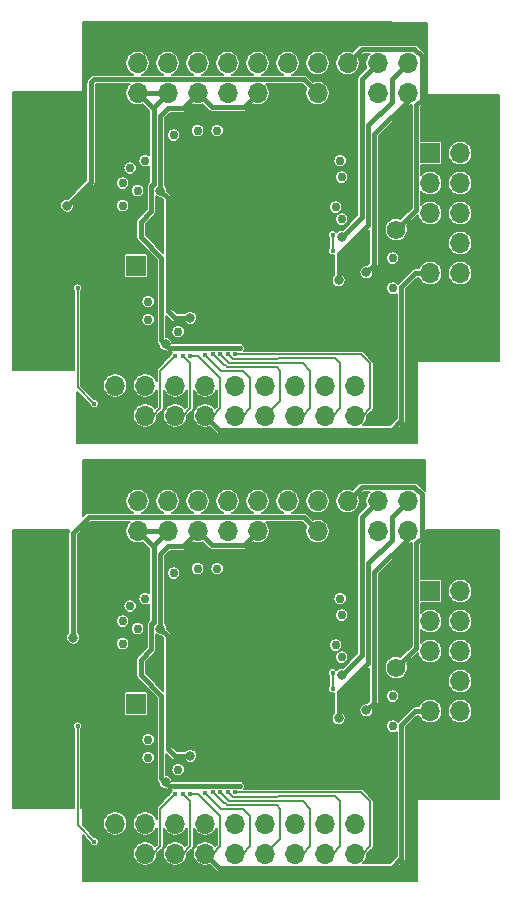
<source format=gbl>
G04 #@! TF.GenerationSoftware,KiCad,Pcbnew,(5.1.6)-1*
G04 #@! TF.CreationDate,2021-09-03T00:37:37-07:00*
G04 #@! TF.ProjectId,sulu_ldo_and_reg_panel,73756c75-5f6c-4646-9f5f-616e645f7265,rev?*
G04 #@! TF.SameCoordinates,Original*
G04 #@! TF.FileFunction,Copper,L2,Bot*
G04 #@! TF.FilePolarity,Positive*
%FSLAX46Y46*%
G04 Gerber Fmt 4.6, Leading zero omitted, Abs format (unit mm)*
G04 Created by KiCad (PCBNEW (5.1.6)-1) date 2021-09-03 00:37:37*
%MOMM*%
%LPD*%
G01*
G04 APERTURE LIST*
G04 #@! TA.AperFunction,ComponentPad*
%ADD10C,1.574800*%
G04 #@! TD*
G04 #@! TA.AperFunction,ComponentPad*
%ADD11O,1.700000X1.700000*%
G04 #@! TD*
G04 #@! TA.AperFunction,ComponentPad*
%ADD12R,1.700000X1.700000*%
G04 #@! TD*
G04 #@! TA.AperFunction,ComponentPad*
%ADD13C,0.762000*%
G04 #@! TD*
G04 #@! TA.AperFunction,ComponentPad*
%ADD14C,0.568750*%
G04 #@! TD*
G04 #@! TA.AperFunction,ViaPad*
%ADD15C,0.406400*%
G04 #@! TD*
G04 #@! TA.AperFunction,ViaPad*
%ADD16C,0.812800*%
G04 #@! TD*
G04 #@! TA.AperFunction,Conductor*
%ADD17C,0.203200*%
G04 #@! TD*
G04 #@! TA.AperFunction,Conductor*
%ADD18C,0.406400*%
G04 #@! TD*
G04 #@! TA.AperFunction,Conductor*
%ADD19C,0.127000*%
G04 #@! TD*
G04 APERTURE END LIST*
D10*
G04 #@! TO.P,B1,2*
G04 #@! TO.N,+EXT_BAT*
X140512800Y-93853000D03*
G04 #@! TO.P,B1,1*
G04 #@! TO.N,GND*
X120015000Y-93853000D03*
G04 #@! TD*
D11*
G04 #@! TO.P,J1,22*
G04 #@! TO.N,/SENSOR_LDO_OUTPUT*
X141478000Y-79756000D03*
G04 #@! TO.P,J1,21*
G04 #@! TO.N,/SENSOR_EXT_IN*
X141478000Y-82296000D03*
G04 #@! TO.P,J1,20*
G04 #@! TO.N,/BOOT_SOURCE_SEL*
X138938000Y-79756000D03*
G04 #@! TO.P,J1,19*
G04 #@! TO.N,+VDDD*
X138938000Y-82296000D03*
G04 #@! TO.P,J1,18*
G04 #@! TO.N,+EXT_BAT*
X136398000Y-79756000D03*
G04 #@! TO.P,J1,17*
G04 #@! TO.N,GND*
X136398000Y-82296000D03*
G04 #@! TO.P,J1,16*
G04 #@! TO.N,/1.1V_IN*
X133858000Y-79756000D03*
G04 #@! TO.P,J1,15*
G04 #@! TO.N,+EXT_BAT*
X133858000Y-82296000D03*
G04 #@! TO.P,J1,14*
G04 #@! TO.N,+1.8V_REG*
X131318000Y-79756000D03*
G04 #@! TO.P,J1,13*
G04 #@! TO.N,GND*
X131318000Y-82296000D03*
G04 #@! TO.P,J1,12*
G04 #@! TO.N,+1.8V_REG*
X128778000Y-79756000D03*
G04 #@! TO.P,J1,11*
G04 #@! TO.N,+VBAT*
X128778000Y-82296000D03*
G04 #@! TO.P,J1,10*
G04 #@! TO.N,+1.1V_REG*
X126238000Y-79756000D03*
G04 #@! TO.P,J1,9*
G04 #@! TO.N,+VDDD*
X126238000Y-82296000D03*
G04 #@! TO.P,J1,8*
G04 #@! TO.N,+VDDIO*
X123698000Y-79756000D03*
G04 #@! TO.P,J1,7*
G04 #@! TO.N,+VBAT*
X123698000Y-82296000D03*
G04 #@! TO.P,J1,6*
G04 #@! TO.N,/IMU_VDDIO*
X121158000Y-79756000D03*
G04 #@! TO.P,J1,5*
G04 #@! TO.N,+VDDIO*
X121158000Y-82296000D03*
G04 #@! TO.P,J1,4*
G04 #@! TO.N,/IMU_VDD*
X118618000Y-79756000D03*
G04 #@! TO.P,J1,3*
G04 #@! TO.N,+VDDIO*
X118618000Y-82296000D03*
G04 #@! TO.P,J1,2*
G04 #@! TO.N,GND*
X116078000Y-79756000D03*
D12*
G04 #@! TO.P,J1,1*
X116078000Y-82296000D03*
G04 #@! TD*
D11*
G04 #@! TO.P,J3,10*
G04 #@! TO.N,/3WB_DATA*
X145923000Y-97536000D03*
G04 #@! TO.P,J3,9*
G04 #@! TO.N,/GPIO2*
X143383000Y-97536000D03*
G04 #@! TO.P,J3,8*
G04 #@! TO.N,/3WB_ENB*
X145923000Y-94996000D03*
G04 #@! TO.P,J3,7*
G04 #@! TO.N,GND*
X143383000Y-94996000D03*
G04 #@! TO.P,J3,6*
G04 #@! TO.N,/3WB_CLK*
X145923000Y-92456000D03*
G04 #@! TO.P,J3,5*
G04 #@! TO.N,/RsRx*
X143383000Y-92456000D03*
G04 #@! TO.P,J3,4*
G04 #@! TO.N,/HARD_RESET*
X145923000Y-89916000D03*
G04 #@! TO.P,J3,3*
G04 #@! TO.N,/RsTx*
X143383000Y-89916000D03*
G04 #@! TO.P,J3,2*
G04 #@! TO.N,+VBAT*
X145923000Y-87376000D03*
D12*
G04 #@! TO.P,J3,1*
G04 #@! TO.N,+NRF_VDDD*
X143383000Y-87376000D03*
G04 #@! TD*
D13*
G04 #@! TO.P,J21,1*
G04 #@! TO.N,Net-(J21-Pad1)*
X140208000Y-96266000D03*
G04 #@! TD*
G04 #@! TO.P,J20,1*
G04 #@! TO.N,Net-(J20-Pad1)*
X135763000Y-88011000D03*
G04 #@! TD*
G04 #@! TO.P,J19,1*
G04 #@! TO.N,Net-(J19-Pad1)*
X125349000Y-85471000D03*
G04 #@! TD*
G04 #@! TO.P,J18,1*
G04 #@! TO.N,Net-(J18-Pad1)*
X123698000Y-85471000D03*
G04 #@! TD*
G04 #@! TO.P,J14,1*
G04 #@! TO.N,Net-(J14-Pad1)*
X121666000Y-85852000D03*
G04 #@! TD*
G04 #@! TO.P,J12,1*
G04 #@! TO.N,Net-(J12-Pad1)*
X119507000Y-101473000D03*
G04 #@! TD*
G04 #@! TO.P,J17,1*
G04 #@! TO.N,Net-(J17-Pad1)*
X140208000Y-98806000D03*
G04 #@! TD*
G04 #@! TO.P,J16,1*
G04 #@! TO.N,Net-(J16-Pad1)*
X135890000Y-92964000D03*
G04 #@! TD*
G04 #@! TO.P,J15,1*
G04 #@! TO.N,Net-(J15-Pad1)*
X135382000Y-91948000D03*
G04 #@! TD*
G04 #@! TO.P,J13,1*
G04 #@! TO.N,Net-(J13-Pad1)*
X122047000Y-102489000D03*
G04 #@! TD*
G04 #@! TO.P,J11,1*
G04 #@! TO.N,Net-(J11-Pad1)*
X119507000Y-99949000D03*
G04 #@! TD*
G04 #@! TO.P,J10,1*
G04 #@! TO.N,Net-(J10-Pad1)*
X117348000Y-91821000D03*
G04 #@! TD*
G04 #@! TO.P,J9,1*
G04 #@! TO.N,Net-(J9-Pad1)*
X118618000Y-90551000D03*
G04 #@! TD*
G04 #@! TO.P,J8,1*
G04 #@! TO.N,Net-(J8-Pad1)*
X117348000Y-89916000D03*
G04 #@! TD*
G04 #@! TO.P,J7,1*
G04 #@! TO.N,Net-(J7-Pad1)*
X117983000Y-88646000D03*
G04 #@! TD*
G04 #@! TO.P,J6,1*
G04 #@! TO.N,Net-(J6-Pad1)*
X119253000Y-88011000D03*
G04 #@! TD*
G04 #@! TO.P,J5,1*
G04 #@! TO.N,Net-(J5-Pad1)*
X135890000Y-89408000D03*
G04 #@! TD*
G04 #@! TO.P,GND6,1*
G04 #@! TO.N,GND*
X146050000Y-83566000D03*
G04 #@! TD*
G04 #@! TO.P,GND5,1*
G04 #@! TO.N,GND*
X138303000Y-99441000D03*
G04 #@! TD*
G04 #@! TO.P,GND4,1*
G04 #@! TO.N,GND*
X136017000Y-85725000D03*
G04 #@! TD*
G04 #@! TO.P,GND3,1*
G04 #@! TO.N,GND*
X116967000Y-85725000D03*
G04 #@! TD*
G04 #@! TO.P,GND2,1*
G04 #@! TO.N,GND*
X140208000Y-91186000D03*
G04 #@! TD*
G04 #@! TO.P,GND1,1*
G04 #@! TO.N,GND*
X130175000Y-102997000D03*
G04 #@! TD*
D12*
G04 #@! TO.P,J4,1*
G04 #@! TO.N,/ANTENNA*
X118491000Y-96901000D03*
G04 #@! TD*
D11*
G04 #@! TO.P,J2,20*
G04 #@! TO.N,GND*
X139573000Y-107061000D03*
G04 #@! TO.P,J2,19*
X139573000Y-109601000D03*
G04 #@! TO.P,J2,18*
G04 #@! TO.N,/GPIO15*
X137033000Y-107061000D03*
G04 #@! TO.P,J2,17*
G04 #@! TO.N,/GPIO7*
X137033000Y-109601000D03*
G04 #@! TO.P,J2,16*
G04 #@! TO.N,/GPIO14*
X134493000Y-107061000D03*
G04 #@! TO.P,J2,15*
G04 #@! TO.N,/GPIO6*
X134493000Y-109601000D03*
G04 #@! TO.P,J2,14*
G04 #@! TO.N,/GPIO13*
X131953000Y-107061000D03*
G04 #@! TO.P,J2,13*
G04 #@! TO.N,/GPIO5*
X131953000Y-109601000D03*
G04 #@! TO.P,J2,12*
G04 #@! TO.N,/GPIO12*
X129413000Y-107061000D03*
G04 #@! TO.P,J2,11*
G04 #@! TO.N,/GPIO4*
X129413000Y-109601000D03*
G04 #@! TO.P,J2,10*
G04 #@! TO.N,/GPIO11*
X126873000Y-107061000D03*
G04 #@! TO.P,J2,9*
G04 #@! TO.N,/GPIO3*
X126873000Y-109601000D03*
G04 #@! TO.P,J2,8*
G04 #@! TO.N,/GPIO10*
X124333000Y-107061000D03*
G04 #@! TO.P,J2,7*
G04 #@! TO.N,/GPIO2*
X124333000Y-109601000D03*
G04 #@! TO.P,J2,6*
G04 #@! TO.N,/GPIO9*
X121793000Y-107061000D03*
G04 #@! TO.P,J2,5*
G04 #@! TO.N,/GPIO1*
X121793000Y-109601000D03*
G04 #@! TO.P,J2,4*
G04 #@! TO.N,/GPIO8*
X119253000Y-107061000D03*
G04 #@! TO.P,J2,3*
G04 #@! TO.N,/GPIO0*
X119253000Y-109601000D03*
G04 #@! TO.P,J2,2*
G04 #@! TO.N,/GPIO1*
X116713000Y-107061000D03*
D12*
G04 #@! TO.P,J2,1*
G04 #@! TO.N,GND*
X116713000Y-109601000D03*
G04 #@! TD*
D14*
G04 #@! TO.P,U1,101*
G04 #@! TO.N,GND*
X124161750Y-89929750D03*
X124161750Y-91067250D03*
X124161750Y-92204750D03*
X124161750Y-93342250D03*
X124161750Y-94479750D03*
X124161750Y-95617250D03*
X124161750Y-96754750D03*
X124161750Y-97892250D03*
X125299250Y-89929750D03*
X125299250Y-91067250D03*
X125299250Y-92204750D03*
X125299250Y-93342250D03*
X125299250Y-94479750D03*
X125299250Y-95617250D03*
X125299250Y-96754750D03*
X125299250Y-97892250D03*
X126436750Y-89929750D03*
X126436750Y-91067250D03*
X126436750Y-92204750D03*
X126436750Y-93342250D03*
X126436750Y-94479750D03*
X126436750Y-95617250D03*
X126436750Y-96754750D03*
X126436750Y-97892250D03*
X127574250Y-89929750D03*
X127574250Y-91067250D03*
X127574250Y-92204750D03*
X127574250Y-93342250D03*
X127574250Y-94479750D03*
X127574250Y-95617250D03*
X127574250Y-96754750D03*
X127574250Y-97892250D03*
X128711750Y-89929750D03*
X128711750Y-91067250D03*
X128711750Y-92204750D03*
X128711750Y-93342250D03*
X128711750Y-94479750D03*
X128711750Y-95617250D03*
X128711750Y-96754750D03*
X128711750Y-97892250D03*
X129849250Y-89929750D03*
X129849250Y-91067250D03*
X129849250Y-92204750D03*
X129849250Y-93342250D03*
X129849250Y-94479750D03*
X129849250Y-95617250D03*
X129849250Y-96754750D03*
X129849250Y-97892250D03*
X130986750Y-89929750D03*
X130986750Y-91067250D03*
X130986750Y-92204750D03*
X130986750Y-93342250D03*
X130986750Y-94479750D03*
X130986750Y-95617250D03*
X130986750Y-96754750D03*
X130986750Y-97892250D03*
X132124250Y-89929750D03*
X132124250Y-91067250D03*
X132124250Y-92204750D03*
X132124250Y-93342250D03*
X132124250Y-94479750D03*
X132124250Y-95617250D03*
X132124250Y-96754750D03*
X132124250Y-97892250D03*
G04 #@! TD*
D10*
G04 #@! TO.P,B1,2*
G04 #@! TO.N,+EXT_BAT*
X140512800Y-130937000D03*
G04 #@! TO.P,B1,1*
G04 #@! TO.N,GND*
X120015000Y-130937000D03*
G04 #@! TD*
D11*
G04 #@! TO.P,J1,22*
G04 #@! TO.N,/SENSOR_LDO_OUTPUT*
X141478000Y-116840000D03*
G04 #@! TO.P,J1,21*
G04 #@! TO.N,/SENSOR_EXT_IN*
X141478000Y-119380000D03*
G04 #@! TO.P,J1,20*
G04 #@! TO.N,/BOOT_SOURCE_SEL*
X138938000Y-116840000D03*
G04 #@! TO.P,J1,19*
G04 #@! TO.N,+VDDD*
X138938000Y-119380000D03*
G04 #@! TO.P,J1,18*
G04 #@! TO.N,+EXT_BAT*
X136398000Y-116840000D03*
G04 #@! TO.P,J1,17*
G04 #@! TO.N,GND*
X136398000Y-119380000D03*
G04 #@! TO.P,J1,16*
G04 #@! TO.N,/1.1V_IN*
X133858000Y-116840000D03*
G04 #@! TO.P,J1,15*
G04 #@! TO.N,+EXT_BAT*
X133858000Y-119380000D03*
G04 #@! TO.P,J1,14*
G04 #@! TO.N,+1.8V_REG*
X131318000Y-116840000D03*
G04 #@! TO.P,J1,13*
G04 #@! TO.N,GND*
X131318000Y-119380000D03*
G04 #@! TO.P,J1,12*
G04 #@! TO.N,+1.8V_REG*
X128778000Y-116840000D03*
G04 #@! TO.P,J1,11*
G04 #@! TO.N,+VBAT*
X128778000Y-119380000D03*
G04 #@! TO.P,J1,10*
G04 #@! TO.N,+1.1V_REG*
X126238000Y-116840000D03*
G04 #@! TO.P,J1,9*
G04 #@! TO.N,+VDDD*
X126238000Y-119380000D03*
G04 #@! TO.P,J1,8*
G04 #@! TO.N,+VDDIO*
X123698000Y-116840000D03*
G04 #@! TO.P,J1,7*
G04 #@! TO.N,+VBAT*
X123698000Y-119380000D03*
G04 #@! TO.P,J1,6*
G04 #@! TO.N,/IMU_VDDIO*
X121158000Y-116840000D03*
G04 #@! TO.P,J1,5*
G04 #@! TO.N,+VDDIO*
X121158000Y-119380000D03*
G04 #@! TO.P,J1,4*
G04 #@! TO.N,/IMU_VDD*
X118618000Y-116840000D03*
G04 #@! TO.P,J1,3*
G04 #@! TO.N,+VDDIO*
X118618000Y-119380000D03*
G04 #@! TO.P,J1,2*
G04 #@! TO.N,GND*
X116078000Y-116840000D03*
D12*
G04 #@! TO.P,J1,1*
X116078000Y-119380000D03*
G04 #@! TD*
D11*
G04 #@! TO.P,J3,10*
G04 #@! TO.N,/3WB_DATA*
X145923000Y-134620000D03*
G04 #@! TO.P,J3,9*
G04 #@! TO.N,/GPIO2*
X143383000Y-134620000D03*
G04 #@! TO.P,J3,8*
G04 #@! TO.N,/3WB_ENB*
X145923000Y-132080000D03*
G04 #@! TO.P,J3,7*
G04 #@! TO.N,GND*
X143383000Y-132080000D03*
G04 #@! TO.P,J3,6*
G04 #@! TO.N,/3WB_CLK*
X145923000Y-129540000D03*
G04 #@! TO.P,J3,5*
G04 #@! TO.N,/RsRx*
X143383000Y-129540000D03*
G04 #@! TO.P,J3,4*
G04 #@! TO.N,/HARD_RESET*
X145923000Y-127000000D03*
G04 #@! TO.P,J3,3*
G04 #@! TO.N,/RsTx*
X143383000Y-127000000D03*
G04 #@! TO.P,J3,2*
G04 #@! TO.N,+VBAT*
X145923000Y-124460000D03*
D12*
G04 #@! TO.P,J3,1*
G04 #@! TO.N,+NRF_VDDD*
X143383000Y-124460000D03*
G04 #@! TD*
D13*
G04 #@! TO.P,J21,1*
G04 #@! TO.N,Net-(J21-Pad1)*
X140208000Y-133350000D03*
G04 #@! TD*
G04 #@! TO.P,J20,1*
G04 #@! TO.N,Net-(J20-Pad1)*
X135763000Y-125095000D03*
G04 #@! TD*
G04 #@! TO.P,J19,1*
G04 #@! TO.N,Net-(J19-Pad1)*
X125349000Y-122555000D03*
G04 #@! TD*
G04 #@! TO.P,J18,1*
G04 #@! TO.N,Net-(J18-Pad1)*
X123698000Y-122555000D03*
G04 #@! TD*
G04 #@! TO.P,J14,1*
G04 #@! TO.N,Net-(J14-Pad1)*
X121666000Y-122936000D03*
G04 #@! TD*
G04 #@! TO.P,J12,1*
G04 #@! TO.N,Net-(J12-Pad1)*
X119507000Y-138557000D03*
G04 #@! TD*
G04 #@! TO.P,J17,1*
G04 #@! TO.N,Net-(J17-Pad1)*
X140208000Y-135890000D03*
G04 #@! TD*
G04 #@! TO.P,J16,1*
G04 #@! TO.N,Net-(J16-Pad1)*
X135890000Y-130048000D03*
G04 #@! TD*
G04 #@! TO.P,J15,1*
G04 #@! TO.N,Net-(J15-Pad1)*
X135382000Y-129032000D03*
G04 #@! TD*
G04 #@! TO.P,J13,1*
G04 #@! TO.N,Net-(J13-Pad1)*
X122047000Y-139573000D03*
G04 #@! TD*
G04 #@! TO.P,J11,1*
G04 #@! TO.N,Net-(J11-Pad1)*
X119507000Y-137033000D03*
G04 #@! TD*
G04 #@! TO.P,J10,1*
G04 #@! TO.N,Net-(J10-Pad1)*
X117348000Y-128905000D03*
G04 #@! TD*
G04 #@! TO.P,J9,1*
G04 #@! TO.N,Net-(J9-Pad1)*
X118618000Y-127635000D03*
G04 #@! TD*
G04 #@! TO.P,J8,1*
G04 #@! TO.N,Net-(J8-Pad1)*
X117348000Y-127000000D03*
G04 #@! TD*
G04 #@! TO.P,J7,1*
G04 #@! TO.N,Net-(J7-Pad1)*
X117983000Y-125730000D03*
G04 #@! TD*
G04 #@! TO.P,J6,1*
G04 #@! TO.N,Net-(J6-Pad1)*
X119253000Y-125095000D03*
G04 #@! TD*
G04 #@! TO.P,J5,1*
G04 #@! TO.N,Net-(J5-Pad1)*
X135890000Y-126492000D03*
G04 #@! TD*
G04 #@! TO.P,GND6,1*
G04 #@! TO.N,GND*
X146050000Y-120650000D03*
G04 #@! TD*
G04 #@! TO.P,GND5,1*
G04 #@! TO.N,GND*
X138303000Y-136525000D03*
G04 #@! TD*
G04 #@! TO.P,GND4,1*
G04 #@! TO.N,GND*
X136017000Y-122809000D03*
G04 #@! TD*
G04 #@! TO.P,GND3,1*
G04 #@! TO.N,GND*
X116967000Y-122809000D03*
G04 #@! TD*
G04 #@! TO.P,GND2,1*
G04 #@! TO.N,GND*
X140208000Y-128270000D03*
G04 #@! TD*
G04 #@! TO.P,GND1,1*
G04 #@! TO.N,GND*
X130175000Y-140081000D03*
G04 #@! TD*
D12*
G04 #@! TO.P,J4,1*
G04 #@! TO.N,/ANTENNA*
X118491000Y-133985000D03*
G04 #@! TD*
D11*
G04 #@! TO.P,J2,20*
G04 #@! TO.N,GND*
X139573000Y-144145000D03*
G04 #@! TO.P,J2,19*
X139573000Y-146685000D03*
G04 #@! TO.P,J2,18*
G04 #@! TO.N,/GPIO15*
X137033000Y-144145000D03*
G04 #@! TO.P,J2,17*
G04 #@! TO.N,/GPIO7*
X137033000Y-146685000D03*
G04 #@! TO.P,J2,16*
G04 #@! TO.N,/GPIO14*
X134493000Y-144145000D03*
G04 #@! TO.P,J2,15*
G04 #@! TO.N,/GPIO6*
X134493000Y-146685000D03*
G04 #@! TO.P,J2,14*
G04 #@! TO.N,/GPIO13*
X131953000Y-144145000D03*
G04 #@! TO.P,J2,13*
G04 #@! TO.N,/GPIO5*
X131953000Y-146685000D03*
G04 #@! TO.P,J2,12*
G04 #@! TO.N,/GPIO12*
X129413000Y-144145000D03*
G04 #@! TO.P,J2,11*
G04 #@! TO.N,/GPIO4*
X129413000Y-146685000D03*
G04 #@! TO.P,J2,10*
G04 #@! TO.N,/GPIO11*
X126873000Y-144145000D03*
G04 #@! TO.P,J2,9*
G04 #@! TO.N,/GPIO3*
X126873000Y-146685000D03*
G04 #@! TO.P,J2,8*
G04 #@! TO.N,/GPIO10*
X124333000Y-144145000D03*
G04 #@! TO.P,J2,7*
G04 #@! TO.N,/GPIO2*
X124333000Y-146685000D03*
G04 #@! TO.P,J2,6*
G04 #@! TO.N,/GPIO9*
X121793000Y-144145000D03*
G04 #@! TO.P,J2,5*
G04 #@! TO.N,/GPIO1*
X121793000Y-146685000D03*
G04 #@! TO.P,J2,4*
G04 #@! TO.N,/GPIO8*
X119253000Y-144145000D03*
G04 #@! TO.P,J2,3*
G04 #@! TO.N,/GPIO0*
X119253000Y-146685000D03*
G04 #@! TO.P,J2,2*
G04 #@! TO.N,/GPIO1*
X116713000Y-144145000D03*
D12*
G04 #@! TO.P,J2,1*
G04 #@! TO.N,GND*
X116713000Y-146685000D03*
G04 #@! TD*
D14*
G04 #@! TO.P,U1,101*
G04 #@! TO.N,GND*
X124161750Y-127013750D03*
X124161750Y-128151250D03*
X124161750Y-129288750D03*
X124161750Y-130426250D03*
X124161750Y-131563750D03*
X124161750Y-132701250D03*
X124161750Y-133838750D03*
X124161750Y-134976250D03*
X125299250Y-127013750D03*
X125299250Y-128151250D03*
X125299250Y-129288750D03*
X125299250Y-130426250D03*
X125299250Y-131563750D03*
X125299250Y-132701250D03*
X125299250Y-133838750D03*
X125299250Y-134976250D03*
X126436750Y-127013750D03*
X126436750Y-128151250D03*
X126436750Y-129288750D03*
X126436750Y-130426250D03*
X126436750Y-131563750D03*
X126436750Y-132701250D03*
X126436750Y-133838750D03*
X126436750Y-134976250D03*
X127574250Y-127013750D03*
X127574250Y-128151250D03*
X127574250Y-129288750D03*
X127574250Y-130426250D03*
X127574250Y-131563750D03*
X127574250Y-132701250D03*
X127574250Y-133838750D03*
X127574250Y-134976250D03*
X128711750Y-127013750D03*
X128711750Y-128151250D03*
X128711750Y-129288750D03*
X128711750Y-130426250D03*
X128711750Y-131563750D03*
X128711750Y-132701250D03*
X128711750Y-133838750D03*
X128711750Y-134976250D03*
X129849250Y-127013750D03*
X129849250Y-128151250D03*
X129849250Y-129288750D03*
X129849250Y-130426250D03*
X129849250Y-131563750D03*
X129849250Y-132701250D03*
X129849250Y-133838750D03*
X129849250Y-134976250D03*
X130986750Y-127013750D03*
X130986750Y-128151250D03*
X130986750Y-129288750D03*
X130986750Y-130426250D03*
X130986750Y-131563750D03*
X130986750Y-132701250D03*
X130986750Y-133838750D03*
X130986750Y-134976250D03*
X132124250Y-127013750D03*
X132124250Y-128151250D03*
X132124250Y-129288750D03*
X132124250Y-130426250D03*
X132124250Y-131563750D03*
X132124250Y-132701250D03*
X132124250Y-133838750D03*
X132124250Y-134976250D03*
G04 #@! TD*
D15*
G04 #@! TO.N,GND*
X121158000Y-104521000D03*
X121158000Y-141605000D03*
G04 #@! TO.N,+VBAT*
X135128000Y-95631000D03*
X135128000Y-94279200D03*
D16*
X120523000Y-90551000D03*
D15*
X121158000Y-95142800D03*
D16*
X123063000Y-101320601D03*
D15*
X135128000Y-132715000D03*
X135128000Y-131363200D03*
D16*
X120523000Y-127635000D03*
D15*
X121158000Y-132226800D03*
D16*
X123063000Y-138404601D03*
D15*
G04 #@! TO.N,+VDDIO*
X127311200Y-103886000D03*
D16*
X120980211Y-103555789D03*
D15*
X127311200Y-140970000D03*
D16*
X120980211Y-140639789D03*
D15*
G04 #@! TO.N,/GPIO7*
X126873000Y-104393990D03*
X126873000Y-141477990D03*
G04 #@! TO.N,/GPIO5*
X125603000Y-104393990D03*
X125603000Y-141477990D03*
G04 #@! TO.N,/GPIO3*
X124292778Y-104449680D03*
X124292778Y-141533680D03*
G04 #@! TO.N,/GPIO1*
X122428000Y-104521000D03*
X122428000Y-141605000D03*
G04 #@! TO.N,/GPIO6*
X126238000Y-104393990D03*
X126238000Y-141477990D03*
G04 #@! TO.N,/GPIO4*
X124968000Y-104393990D03*
X124968000Y-141477990D03*
G04 #@! TO.N,/GPIO2*
X123063000Y-104521000D03*
X123063000Y-141605000D03*
G04 #@! TO.N,/GPIO0*
X121793000Y-104521000D03*
X121793000Y-141605000D03*
D16*
G04 #@! TO.N,/SENSOR_LDO_OUTPUT*
X135636000Y-98146000D03*
X135636000Y-135230000D03*
G04 #@! TO.N,/SENSOR_EXT_IN*
X137980987Y-97477013D03*
X137980987Y-134561013D03*
G04 #@! TO.N,/BOOT_SOURCE_SEL*
X135936140Y-94450886D03*
X135936140Y-131534886D03*
D15*
G04 #@! TO.N,/GPIO13*
X113538000Y-98806000D03*
X114935000Y-108585000D03*
X113538000Y-135890000D03*
X114935000Y-145669000D03*
D16*
G04 #@! TO.N,+EXT_BAT*
X112649000Y-91821000D03*
X113157000Y-128397000D03*
G04 #@! TD*
D17*
G04 #@! TO.N,+VBAT*
X135128000Y-95631000D02*
X135128000Y-94279200D01*
D18*
X123063000Y-101320601D02*
X121767601Y-101320601D01*
X121767601Y-101320601D02*
X121158000Y-100711000D01*
X121158000Y-100711000D02*
X121158000Y-95631000D01*
X121158000Y-95631000D02*
X121158000Y-95142800D01*
X121158000Y-91186000D02*
X121158000Y-95142800D01*
X120523000Y-90551000D02*
X121158000Y-91186000D01*
X120523000Y-87376000D02*
X120523000Y-90551000D01*
X121158000Y-83566000D02*
X120523000Y-84201000D01*
X123698000Y-82296000D02*
X122428000Y-83566000D01*
X122428000Y-83566000D02*
X121158000Y-83566000D01*
X120523000Y-86487000D02*
X120523000Y-87376000D01*
X120523000Y-84201000D02*
X120523000Y-86487000D01*
X124878201Y-83476201D02*
X123698000Y-82296000D01*
X127597799Y-83476201D02*
X124878201Y-83476201D01*
X128778000Y-82296000D02*
X127597799Y-83476201D01*
D17*
X135128000Y-132715000D02*
X135128000Y-131363200D01*
D18*
X123063000Y-138404601D02*
X121767601Y-138404601D01*
X121767601Y-138404601D02*
X121158000Y-137795000D01*
X121158000Y-137795000D02*
X121158000Y-132715000D01*
X121158000Y-132715000D02*
X121158000Y-132226800D01*
X121158000Y-128270000D02*
X121158000Y-132226800D01*
X120523000Y-127635000D02*
X121158000Y-128270000D01*
X120523000Y-124460000D02*
X120523000Y-127635000D01*
X121158000Y-120650000D02*
X120523000Y-121285000D01*
X123698000Y-119380000D02*
X122428000Y-120650000D01*
X122428000Y-120650000D02*
X121158000Y-120650000D01*
X120523000Y-123571000D02*
X120523000Y-124460000D01*
X120523000Y-121285000D02*
X120523000Y-123571000D01*
X124878201Y-120560201D02*
X123698000Y-119380000D01*
X127597799Y-120560201D02*
X124878201Y-120560201D01*
X128778000Y-119380000D02*
X127597799Y-120560201D01*
G04 #@! TO.N,+VDDD*
X139573000Y-82296000D02*
X138938000Y-82296000D01*
X139573000Y-119380000D02*
X138938000Y-119380000D01*
G04 #@! TO.N,+VDDIO*
X127311200Y-103886000D02*
X127285789Y-103860589D01*
X127285789Y-103860589D02*
X121285010Y-103860589D01*
X121285010Y-103860589D02*
X120980211Y-103555789D01*
X118618000Y-82296000D02*
X121158000Y-82296000D01*
X120624590Y-96240590D02*
X120624590Y-102844590D01*
X118897399Y-94513399D02*
X120624590Y-96240590D01*
X119786399Y-92303601D02*
X118897399Y-93192601D01*
X119786399Y-90197431D02*
X119786399Y-92303601D01*
X118897399Y-93192601D02*
X118897399Y-94513399D01*
X120624590Y-102844590D02*
X120624590Y-102590590D01*
X121158000Y-82296000D02*
X119989590Y-83464410D01*
X119989590Y-89994240D02*
X119786399Y-90197431D01*
X119989590Y-83667590D02*
X119989590Y-83718410D01*
X119989590Y-83464410D02*
X119989590Y-83718410D01*
X118618000Y-82296000D02*
X119989590Y-83667590D01*
X119989590Y-83718410D02*
X119989590Y-89994240D01*
X120624591Y-103200169D02*
X120980211Y-103555789D01*
X120624590Y-102844590D02*
X120624591Y-103200169D01*
X127311200Y-140970000D02*
X127285789Y-140944589D01*
X127285789Y-140944589D02*
X121285010Y-140944589D01*
X121285010Y-140944589D02*
X120980211Y-140639789D01*
X118618000Y-119380000D02*
X121158000Y-119380000D01*
X120624590Y-133324590D02*
X120624590Y-139928590D01*
X118897399Y-131597399D02*
X120624590Y-133324590D01*
X119786399Y-129387601D02*
X118897399Y-130276601D01*
X119786399Y-127281431D02*
X119786399Y-129387601D01*
X118897399Y-130276601D02*
X118897399Y-131597399D01*
X120624590Y-139928590D02*
X120624590Y-139674590D01*
X121158000Y-119380000D02*
X119989590Y-120548410D01*
X119989590Y-127078240D02*
X119786399Y-127281431D01*
X119989590Y-120751590D02*
X119989590Y-120802410D01*
X119989590Y-120548410D02*
X119989590Y-120802410D01*
X118618000Y-119380000D02*
X119989590Y-120751590D01*
X119989590Y-120802410D02*
X119989590Y-127078240D01*
X120624591Y-140284169D02*
X120980211Y-140639789D01*
X120624590Y-139928590D02*
X120624591Y-140284169D01*
D17*
G04 #@! TO.N,/GPIO7*
X137033000Y-109601000D02*
X137668000Y-109601000D01*
X137668000Y-109601000D02*
X138303000Y-108966000D01*
X138303000Y-108966000D02*
X138303000Y-105156000D01*
X138303000Y-105156000D02*
X137540990Y-104393990D01*
X126873000Y-104393990D02*
X137540990Y-104393990D01*
X137033000Y-146685000D02*
X137668000Y-146685000D01*
X137668000Y-146685000D02*
X138303000Y-146050000D01*
X138303000Y-146050000D02*
X138303000Y-142240000D01*
X138303000Y-142240000D02*
X137540990Y-141477990D01*
X126873000Y-141477990D02*
X137540990Y-141477990D01*
G04 #@! TO.N,/GPIO5*
X125603000Y-104393990D02*
X126365010Y-105156000D01*
X126365010Y-105156000D02*
X132588000Y-105156000D01*
X132588000Y-105156000D02*
X133223000Y-105791000D01*
X133223000Y-105791000D02*
X133223000Y-108966000D01*
X132588000Y-109601000D02*
X131953000Y-109601000D01*
X133223000Y-108966000D02*
X132588000Y-109601000D01*
X125603000Y-141477990D02*
X126365010Y-142240000D01*
X126365010Y-142240000D02*
X132588000Y-142240000D01*
X132588000Y-142240000D02*
X133223000Y-142875000D01*
X133223000Y-142875000D02*
X133223000Y-146050000D01*
X132588000Y-146685000D02*
X131953000Y-146685000D01*
X133223000Y-146050000D02*
X132588000Y-146685000D01*
G04 #@! TO.N,/GPIO3*
X124292778Y-104449680D02*
X125659518Y-105816420D01*
X125659518Y-105816420D02*
X127533420Y-105816420D01*
X127533420Y-105816420D02*
X128143000Y-106426000D01*
X128143000Y-106426000D02*
X128143000Y-108966000D01*
X127508000Y-109601000D02*
X126873000Y-109601000D01*
X128143000Y-108966000D02*
X127508000Y-109601000D01*
X124292778Y-141533680D02*
X125659518Y-142900420D01*
X125659518Y-142900420D02*
X127533420Y-142900420D01*
X127533420Y-142900420D02*
X128143000Y-143510000D01*
X128143000Y-143510000D02*
X128143000Y-146050000D01*
X127508000Y-146685000D02*
X126873000Y-146685000D01*
X128143000Y-146050000D02*
X127508000Y-146685000D01*
G04 #@! TO.N,/GPIO1*
X122428000Y-104521000D02*
X123063000Y-105156000D01*
X123063000Y-105156000D02*
X123063000Y-108966000D01*
X123063000Y-108966000D02*
X122428000Y-109601000D01*
X122428000Y-109601000D02*
X121793000Y-109601000D01*
X122428000Y-141605000D02*
X123063000Y-142240000D01*
X123063000Y-142240000D02*
X123063000Y-146050000D01*
X123063000Y-146050000D02*
X122428000Y-146685000D01*
X122428000Y-146685000D02*
X121793000Y-146685000D01*
G04 #@! TO.N,/GPIO6*
X130378209Y-104825791D02*
X130479800Y-104724200D01*
X126238000Y-104393990D02*
X126669801Y-104825791D01*
X126669801Y-104825791D02*
X130378209Y-104825791D01*
X130479800Y-104724200D02*
X135331200Y-104724200D01*
X135331200Y-104724200D02*
X135763000Y-105156000D01*
X135763000Y-105156000D02*
X135763000Y-108966000D01*
X134493000Y-109601000D02*
X135128000Y-109601000D01*
X135128000Y-109601000D02*
X135763000Y-108966000D01*
X130378209Y-141909791D02*
X130479800Y-141808200D01*
X126238000Y-141477990D02*
X126669801Y-141909791D01*
X126669801Y-141909791D02*
X130378209Y-141909791D01*
X130479800Y-141808200D02*
X135331200Y-141808200D01*
X135331200Y-141808200D02*
X135763000Y-142240000D01*
X135763000Y-142240000D02*
X135763000Y-146050000D01*
X134493000Y-146685000D02*
X135128000Y-146685000D01*
X135128000Y-146685000D02*
X135763000Y-146050000D01*
G04 #@! TO.N,/GPIO4*
X124968000Y-104393990D02*
X125899998Y-105325988D01*
X129413000Y-109601000D02*
X130683000Y-108331000D01*
X130683000Y-108331000D02*
X130683000Y-105791000D01*
X130683000Y-105791000D02*
X130378210Y-105486210D01*
X126068011Y-105325988D02*
X125899998Y-105325988D01*
X126228233Y-105486210D02*
X126068011Y-105325988D01*
X130378210Y-105486210D02*
X126228233Y-105486210D01*
X124968000Y-141477990D02*
X125899998Y-142409988D01*
X129413000Y-146685000D02*
X130683000Y-145415000D01*
X130683000Y-145415000D02*
X130683000Y-142875000D01*
X130683000Y-142875000D02*
X130378210Y-142570210D01*
X126068011Y-142409988D02*
X125899998Y-142409988D01*
X126228233Y-142570210D02*
X126068011Y-142409988D01*
X130378210Y-142570210D02*
X126228233Y-142570210D01*
G04 #@! TO.N,/GPIO2*
X125603000Y-106426000D02*
X123698000Y-104521000D01*
X125603000Y-108966000D02*
X125603000Y-106426000D01*
X124333000Y-109601000D02*
X124968000Y-109601000D01*
X123698000Y-104521000D02*
X123063000Y-104521000D01*
X124968000Y-109601000D02*
X125603000Y-108966000D01*
D18*
X140944601Y-109976097D02*
X140944601Y-98907601D01*
X140139497Y-110781201D02*
X140944601Y-109976097D01*
X124333000Y-109601000D02*
X125513201Y-110781201D01*
X140944601Y-98907601D02*
X140919201Y-98882201D01*
X125513201Y-110781201D02*
X140139497Y-110781201D01*
X140919201Y-98882201D02*
X140919201Y-98729799D01*
X142113000Y-97536000D02*
X143383000Y-97536000D01*
X140919201Y-98729799D02*
X142113000Y-97536000D01*
D17*
X125603000Y-143510000D02*
X123698000Y-141605000D01*
X125603000Y-146050000D02*
X125603000Y-143510000D01*
X124333000Y-146685000D02*
X124968000Y-146685000D01*
X123698000Y-141605000D02*
X123063000Y-141605000D01*
X124968000Y-146685000D02*
X125603000Y-146050000D01*
D18*
X140944601Y-147060097D02*
X140944601Y-135991601D01*
X140139497Y-147865201D02*
X140944601Y-147060097D01*
X124333000Y-146685000D02*
X125513201Y-147865201D01*
X140944601Y-135991601D02*
X140919201Y-135966201D01*
X125513201Y-147865201D02*
X140139497Y-147865201D01*
X140919201Y-135966201D02*
X140919201Y-135813799D01*
X142113000Y-134620000D02*
X143383000Y-134620000D01*
X140919201Y-135813799D02*
X142113000Y-134620000D01*
D17*
G04 #@! TO.N,/GPIO0*
X121793000Y-104521000D02*
X120523000Y-105791000D01*
X120523000Y-105791000D02*
X120523000Y-108966000D01*
X120523000Y-108966000D02*
X119888000Y-109601000D01*
X119888000Y-109601000D02*
X119253000Y-109601000D01*
X121793000Y-141605000D02*
X120523000Y-142875000D01*
X120523000Y-142875000D02*
X120523000Y-146050000D01*
X120523000Y-146050000D02*
X119888000Y-146685000D01*
X119888000Y-146685000D02*
X119253000Y-146685000D01*
D18*
G04 #@! TO.N,/SENSOR_LDO_OUTPUT*
X135636000Y-95912434D02*
X135636000Y-98146000D01*
X141478000Y-79756000D02*
X140118201Y-81115799D01*
X140118201Y-81115799D02*
X140118201Y-83020799D01*
X140118201Y-83020799D02*
X138111611Y-85027389D01*
X138111611Y-85027389D02*
X138111611Y-93436823D01*
X138111611Y-93436823D02*
X135636000Y-95912434D01*
X135636000Y-132996434D02*
X135636000Y-135230000D01*
X141478000Y-116840000D02*
X140118201Y-118199799D01*
X140118201Y-118199799D02*
X140118201Y-120104799D01*
X140118201Y-120104799D02*
X138111611Y-122111389D01*
X138111611Y-122111389D02*
X138111611Y-130520823D01*
X138111611Y-130520823D02*
X135636000Y-132996434D01*
G04 #@! TO.N,/SENSOR_EXT_IN*
X138645021Y-96812979D02*
X138645021Y-85763979D01*
X137980987Y-97477013D02*
X138645021Y-96812979D01*
X141478000Y-82931000D02*
X141478000Y-82296000D01*
X138645021Y-85763979D02*
X141478000Y-82931000D01*
X138645021Y-133896979D02*
X138645021Y-122847979D01*
X137980987Y-134561013D02*
X138645021Y-133896979D01*
X141478000Y-120015000D02*
X141478000Y-119380000D01*
X138645021Y-122847979D02*
X141478000Y-120015000D01*
G04 #@! TO.N,/BOOT_SOURCE_SEL*
X137578201Y-92808825D02*
X135936140Y-94450886D01*
X137578201Y-81115799D02*
X137578201Y-92808825D01*
X138938000Y-79756000D02*
X137578201Y-81115799D01*
X137578201Y-129892825D02*
X135936140Y-131534886D01*
X137578201Y-118199799D02*
X137578201Y-129892825D01*
X138938000Y-116840000D02*
X137578201Y-118199799D01*
D17*
G04 #@! TO.N,/GPIO13*
X113538000Y-107188000D02*
X113538000Y-106680000D01*
X114935000Y-108585000D02*
X113538000Y-107188000D01*
X113538000Y-98806000D02*
X113538000Y-106680000D01*
X113538000Y-144272000D02*
X113538000Y-143764000D01*
X114935000Y-145669000D02*
X113538000Y-144272000D01*
X113538000Y-135890000D02*
X113538000Y-143764000D01*
D18*
G04 #@! TO.N,+EXT_BAT*
X137578201Y-78575799D02*
X136398000Y-79756000D01*
X142658201Y-79189503D02*
X142044497Y-78575799D01*
X142044497Y-78575799D02*
X137578201Y-78575799D01*
X142658201Y-82862497D02*
X142658201Y-79189503D01*
X142202799Y-83317899D02*
X142658201Y-82862497D01*
X142202799Y-92163001D02*
X142202799Y-83317899D01*
X140512800Y-93853000D02*
X142202799Y-92163001D01*
X112649000Y-91821000D02*
X114681000Y-89789000D01*
X114681000Y-81398638D02*
X114963839Y-81115799D01*
X114681000Y-89789000D02*
X114681000Y-81398638D01*
X132677799Y-81115799D02*
X133858000Y-82296000D01*
X114963839Y-81115799D02*
X132677799Y-81115799D01*
X132677799Y-118199799D02*
X114718201Y-118199799D01*
X133858000Y-119380000D02*
X132677799Y-118199799D01*
X114718201Y-118199799D02*
X114464201Y-118199799D01*
X114464201Y-118199799D02*
X113157000Y-119507000D01*
X113157000Y-119507000D02*
X113157000Y-128397000D01*
X137578201Y-115659799D02*
X136398000Y-116840000D01*
X142658201Y-116273503D02*
X142044497Y-115659799D01*
X142044497Y-115659799D02*
X137578201Y-115659799D01*
X142658201Y-119946497D02*
X142658201Y-116273503D01*
X142202799Y-120401899D02*
X142658201Y-119946497D01*
X142202799Y-129247001D02*
X142202799Y-120401899D01*
X140512800Y-130937000D02*
X142202799Y-129247001D01*
G04 #@! TD*
D19*
G04 #@! TO.N,GND*
G36*
X143129474Y-76350480D02*
G01*
X143139857Y-82423109D01*
X143141077Y-82435388D01*
X143144691Y-82447300D01*
X143150559Y-82458279D01*
X143158456Y-82467901D01*
X143168078Y-82475798D01*
X143179057Y-82481666D01*
X143190969Y-82485280D01*
X143203357Y-82486500D01*
X149237700Y-82486500D01*
X149237701Y-104965500D01*
X142367000Y-104965500D01*
X142354517Y-104966739D01*
X142342610Y-104970371D01*
X142331641Y-104976256D01*
X142322030Y-104984167D01*
X142314148Y-104993802D01*
X142308297Y-105004789D01*
X142304701Y-105016707D01*
X142303500Y-105029097D01*
X142313988Y-111899700D01*
X113517201Y-111899700D01*
X113524573Y-107587664D01*
X114541300Y-108604391D01*
X114541300Y-108623776D01*
X114556430Y-108699838D01*
X114586108Y-108771487D01*
X114629193Y-108835969D01*
X114684031Y-108890807D01*
X114748513Y-108933892D01*
X114820162Y-108963570D01*
X114896224Y-108978700D01*
X114973776Y-108978700D01*
X115049838Y-108963570D01*
X115121487Y-108933892D01*
X115185969Y-108890807D01*
X115240807Y-108835969D01*
X115283892Y-108771487D01*
X115313570Y-108699838D01*
X115328700Y-108623776D01*
X115328700Y-108546224D01*
X115313570Y-108470162D01*
X115283892Y-108398513D01*
X115240807Y-108334031D01*
X115185969Y-108279193D01*
X115121487Y-108236108D01*
X115049838Y-108206430D01*
X114973776Y-108191300D01*
X114954391Y-108191300D01*
X113830100Y-107067009D01*
X113830100Y-106958520D01*
X115672500Y-106958520D01*
X115672500Y-107163480D01*
X115712485Y-107364503D01*
X115790920Y-107553862D01*
X115904791Y-107724280D01*
X116049720Y-107869209D01*
X116220138Y-107983080D01*
X116409497Y-108061515D01*
X116610520Y-108101500D01*
X116815480Y-108101500D01*
X117016503Y-108061515D01*
X117205862Y-107983080D01*
X117376280Y-107869209D01*
X117521209Y-107724280D01*
X117635080Y-107553862D01*
X117713515Y-107364503D01*
X117753500Y-107163480D01*
X117753500Y-106958520D01*
X117713515Y-106757497D01*
X117635080Y-106568138D01*
X117521209Y-106397720D01*
X117376280Y-106252791D01*
X117205862Y-106138920D01*
X117016503Y-106060485D01*
X116815480Y-106020500D01*
X116610520Y-106020500D01*
X116409497Y-106060485D01*
X116220138Y-106138920D01*
X116049720Y-106252791D01*
X115904791Y-106397720D01*
X115790920Y-106568138D01*
X115712485Y-106757497D01*
X115672500Y-106958520D01*
X113830100Y-106958520D01*
X113830100Y-101416712D01*
X118935500Y-101416712D01*
X118935500Y-101529288D01*
X118957463Y-101639700D01*
X119000543Y-101743707D01*
X119063087Y-101837310D01*
X119142690Y-101916913D01*
X119236293Y-101979457D01*
X119340300Y-102022537D01*
X119450712Y-102044500D01*
X119563288Y-102044500D01*
X119673700Y-102022537D01*
X119777707Y-101979457D01*
X119871310Y-101916913D01*
X119950913Y-101837310D01*
X120013457Y-101743707D01*
X120056537Y-101639700D01*
X120078500Y-101529288D01*
X120078500Y-101416712D01*
X120056537Y-101306300D01*
X120013457Y-101202293D01*
X119950913Y-101108690D01*
X119871310Y-101029087D01*
X119777707Y-100966543D01*
X119673700Y-100923463D01*
X119563288Y-100901500D01*
X119450712Y-100901500D01*
X119340300Y-100923463D01*
X119236293Y-100966543D01*
X119142690Y-101029087D01*
X119063087Y-101108690D01*
X119000543Y-101202293D01*
X118957463Y-101306300D01*
X118935500Y-101416712D01*
X113830100Y-101416712D01*
X113830100Y-99892712D01*
X118935500Y-99892712D01*
X118935500Y-100005288D01*
X118957463Y-100115700D01*
X119000543Y-100219707D01*
X119063087Y-100313310D01*
X119142690Y-100392913D01*
X119236293Y-100455457D01*
X119340300Y-100498537D01*
X119450712Y-100520500D01*
X119563288Y-100520500D01*
X119673700Y-100498537D01*
X119777707Y-100455457D01*
X119871310Y-100392913D01*
X119950913Y-100313310D01*
X120013457Y-100219707D01*
X120056537Y-100115700D01*
X120078500Y-100005288D01*
X120078500Y-99892712D01*
X120056537Y-99782300D01*
X120013457Y-99678293D01*
X119950913Y-99584690D01*
X119871310Y-99505087D01*
X119777707Y-99442543D01*
X119673700Y-99399463D01*
X119563288Y-99377500D01*
X119450712Y-99377500D01*
X119340300Y-99399463D01*
X119236293Y-99442543D01*
X119142690Y-99505087D01*
X119063087Y-99584690D01*
X119000543Y-99678293D01*
X118957463Y-99782300D01*
X118935500Y-99892712D01*
X113830100Y-99892712D01*
X113830100Y-99070676D01*
X113843807Y-99056969D01*
X113886892Y-98992487D01*
X113916570Y-98920838D01*
X113931700Y-98844776D01*
X113931700Y-98767224D01*
X113916570Y-98691162D01*
X113886892Y-98619513D01*
X113843807Y-98555031D01*
X113788969Y-98500193D01*
X113724487Y-98457108D01*
X113652838Y-98427430D01*
X113576776Y-98412300D01*
X113499224Y-98412300D01*
X113423162Y-98427430D01*
X113351513Y-98457108D01*
X113287031Y-98500193D01*
X113232193Y-98555031D01*
X113189108Y-98619513D01*
X113159430Y-98691162D01*
X113144300Y-98767224D01*
X113144300Y-98844776D01*
X113159430Y-98920838D01*
X113189108Y-98992487D01*
X113232193Y-99056969D01*
X113245900Y-99070676D01*
X113245901Y-105727500D01*
X108095336Y-105727500D01*
X108064300Y-101320406D01*
X108064300Y-96051000D01*
X117449579Y-96051000D01*
X117449579Y-97751000D01*
X117453257Y-97788344D01*
X117464150Y-97824254D01*
X117481839Y-97857348D01*
X117505645Y-97886355D01*
X117534652Y-97910161D01*
X117567746Y-97927850D01*
X117603656Y-97938743D01*
X117641000Y-97942421D01*
X119341000Y-97942421D01*
X119378344Y-97938743D01*
X119414254Y-97927850D01*
X119447348Y-97910161D01*
X119476355Y-97886355D01*
X119500161Y-97857348D01*
X119517850Y-97824254D01*
X119528743Y-97788344D01*
X119532421Y-97751000D01*
X119532421Y-96051000D01*
X119528743Y-96013656D01*
X119517850Y-95977746D01*
X119500161Y-95944652D01*
X119476355Y-95915645D01*
X119447348Y-95891839D01*
X119414254Y-95874150D01*
X119378344Y-95863257D01*
X119341000Y-95859579D01*
X117641000Y-95859579D01*
X117603656Y-95863257D01*
X117567746Y-95874150D01*
X117534652Y-95891839D01*
X117505645Y-95915645D01*
X117481839Y-95944652D01*
X117464150Y-95977746D01*
X117453257Y-96013656D01*
X117449579Y-96051000D01*
X108064300Y-96051000D01*
X108064300Y-91762210D01*
X112052100Y-91762210D01*
X112052100Y-91879790D01*
X112075039Y-91995109D01*
X112120034Y-92103738D01*
X112185358Y-92201501D01*
X112268499Y-92284642D01*
X112366262Y-92349966D01*
X112474891Y-92394961D01*
X112590210Y-92417900D01*
X112707790Y-92417900D01*
X112823109Y-92394961D01*
X112931738Y-92349966D01*
X113029501Y-92284642D01*
X113112642Y-92201501D01*
X113177966Y-92103738D01*
X113222961Y-91995109D01*
X113245900Y-91879790D01*
X113245900Y-91780875D01*
X113262063Y-91764712D01*
X116776500Y-91764712D01*
X116776500Y-91877288D01*
X116798463Y-91987700D01*
X116841543Y-92091707D01*
X116904087Y-92185310D01*
X116983690Y-92264913D01*
X117077293Y-92327457D01*
X117181300Y-92370537D01*
X117291712Y-92392500D01*
X117404288Y-92392500D01*
X117514700Y-92370537D01*
X117618707Y-92327457D01*
X117712310Y-92264913D01*
X117791913Y-92185310D01*
X117854457Y-92091707D01*
X117897537Y-91987700D01*
X117919500Y-91877288D01*
X117919500Y-91764712D01*
X117897537Y-91654300D01*
X117854457Y-91550293D01*
X117791913Y-91456690D01*
X117712310Y-91377087D01*
X117618707Y-91314543D01*
X117514700Y-91271463D01*
X117404288Y-91249500D01*
X117291712Y-91249500D01*
X117181300Y-91271463D01*
X117077293Y-91314543D01*
X116983690Y-91377087D01*
X116904087Y-91456690D01*
X116841543Y-91550293D01*
X116798463Y-91654300D01*
X116776500Y-91764712D01*
X113262063Y-91764712D01*
X114532063Y-90494712D01*
X118046500Y-90494712D01*
X118046500Y-90607288D01*
X118068463Y-90717700D01*
X118111543Y-90821707D01*
X118174087Y-90915310D01*
X118253690Y-90994913D01*
X118347293Y-91057457D01*
X118451300Y-91100537D01*
X118561712Y-91122500D01*
X118674288Y-91122500D01*
X118784700Y-91100537D01*
X118888707Y-91057457D01*
X118982310Y-90994913D01*
X119061913Y-90915310D01*
X119124457Y-90821707D01*
X119167537Y-90717700D01*
X119189500Y-90607288D01*
X119189500Y-90494712D01*
X119167537Y-90384300D01*
X119124457Y-90280293D01*
X119061913Y-90186690D01*
X118982310Y-90107087D01*
X118888707Y-90044543D01*
X118784700Y-90001463D01*
X118674288Y-89979500D01*
X118561712Y-89979500D01*
X118451300Y-90001463D01*
X118347293Y-90044543D01*
X118253690Y-90107087D01*
X118174087Y-90186690D01*
X118111543Y-90280293D01*
X118068463Y-90384300D01*
X118046500Y-90494712D01*
X114532063Y-90494712D01*
X114945722Y-90081054D01*
X114960734Y-90068734D01*
X114980588Y-90044543D01*
X115009933Y-90008786D01*
X115046490Y-89940391D01*
X115054357Y-89914457D01*
X115069003Y-89866179D01*
X115069639Y-89859712D01*
X116776500Y-89859712D01*
X116776500Y-89972288D01*
X116798463Y-90082700D01*
X116841543Y-90186707D01*
X116904087Y-90280310D01*
X116983690Y-90359913D01*
X117077293Y-90422457D01*
X117181300Y-90465537D01*
X117291712Y-90487500D01*
X117404288Y-90487500D01*
X117514700Y-90465537D01*
X117618707Y-90422457D01*
X117712310Y-90359913D01*
X117791913Y-90280310D01*
X117854457Y-90186707D01*
X117897537Y-90082700D01*
X117919500Y-89972288D01*
X117919500Y-89859712D01*
X117897537Y-89749300D01*
X117854457Y-89645293D01*
X117791913Y-89551690D01*
X117712310Y-89472087D01*
X117618707Y-89409543D01*
X117514700Y-89366463D01*
X117404288Y-89344500D01*
X117291712Y-89344500D01*
X117181300Y-89366463D01*
X117077293Y-89409543D01*
X116983690Y-89472087D01*
X116904087Y-89551690D01*
X116841543Y-89645293D01*
X116798463Y-89749300D01*
X116776500Y-89859712D01*
X115069639Y-89859712D01*
X115074700Y-89808333D01*
X115074700Y-89808323D01*
X115076603Y-89789000D01*
X115074700Y-89769678D01*
X115074700Y-88589712D01*
X117411500Y-88589712D01*
X117411500Y-88702288D01*
X117433463Y-88812700D01*
X117476543Y-88916707D01*
X117539087Y-89010310D01*
X117618690Y-89089913D01*
X117712293Y-89152457D01*
X117816300Y-89195537D01*
X117926712Y-89217500D01*
X118039288Y-89217500D01*
X118149700Y-89195537D01*
X118253707Y-89152457D01*
X118347310Y-89089913D01*
X118426913Y-89010310D01*
X118489457Y-88916707D01*
X118532537Y-88812700D01*
X118554500Y-88702288D01*
X118554500Y-88589712D01*
X118532537Y-88479300D01*
X118489457Y-88375293D01*
X118426913Y-88281690D01*
X118347310Y-88202087D01*
X118253707Y-88139543D01*
X118149700Y-88096463D01*
X118039288Y-88074500D01*
X117926712Y-88074500D01*
X117816300Y-88096463D01*
X117712293Y-88139543D01*
X117618690Y-88202087D01*
X117539087Y-88281690D01*
X117476543Y-88375293D01*
X117433463Y-88479300D01*
X117411500Y-88589712D01*
X115074700Y-88589712D01*
X115074700Y-81561713D01*
X115126915Y-81509499D01*
X117933012Y-81509499D01*
X117809791Y-81632720D01*
X117695920Y-81803138D01*
X117617485Y-81992497D01*
X117577500Y-82193520D01*
X117577500Y-82398480D01*
X117617485Y-82599503D01*
X117695920Y-82788862D01*
X117809791Y-82959280D01*
X117954720Y-83104209D01*
X118125138Y-83218080D01*
X118314497Y-83296515D01*
X118515520Y-83336500D01*
X118720480Y-83336500D01*
X118921503Y-83296515D01*
X119020665Y-83255441D01*
X119595890Y-83830666D01*
X119595891Y-87552775D01*
X119523707Y-87504543D01*
X119419700Y-87461463D01*
X119309288Y-87439500D01*
X119196712Y-87439500D01*
X119086300Y-87461463D01*
X118982293Y-87504543D01*
X118888690Y-87567087D01*
X118809087Y-87646690D01*
X118746543Y-87740293D01*
X118703463Y-87844300D01*
X118681500Y-87954712D01*
X118681500Y-88067288D01*
X118703463Y-88177700D01*
X118746543Y-88281707D01*
X118809087Y-88375310D01*
X118888690Y-88454913D01*
X118982293Y-88517457D01*
X119086300Y-88560537D01*
X119196712Y-88582500D01*
X119309288Y-88582500D01*
X119419700Y-88560537D01*
X119523707Y-88517457D01*
X119595891Y-88469225D01*
X119595891Y-89831164D01*
X119521684Y-89905371D01*
X119506665Y-89917697D01*
X119457466Y-89977646D01*
X119420909Y-90046041D01*
X119398396Y-90120253D01*
X119392699Y-90178099D01*
X119392699Y-90178109D01*
X119390796Y-90197431D01*
X119392699Y-90216754D01*
X119392700Y-92140524D01*
X118632684Y-92900541D01*
X118617665Y-92912867D01*
X118568466Y-92972816D01*
X118531909Y-93041211D01*
X118509396Y-93115423D01*
X118503699Y-93173269D01*
X118503699Y-93173279D01*
X118501796Y-93192601D01*
X118503699Y-93211924D01*
X118503700Y-94494067D01*
X118501796Y-94513399D01*
X118509397Y-94590577D01*
X118531909Y-94664789D01*
X118568466Y-94733184D01*
X118605341Y-94778116D01*
X118605345Y-94778120D01*
X118617666Y-94793133D01*
X118632679Y-94805454D01*
X120230890Y-96403666D01*
X120230891Y-102571247D01*
X120230890Y-102571257D01*
X120230890Y-102825259D01*
X120230892Y-103180838D01*
X120228988Y-103200169D01*
X120230892Y-103219500D01*
X120230892Y-103219503D01*
X120236589Y-103277349D01*
X120240752Y-103291071D01*
X120259101Y-103351559D01*
X120295658Y-103419954D01*
X120332533Y-103464886D01*
X120332537Y-103464890D01*
X120344858Y-103479903D01*
X120359871Y-103492224D01*
X120383311Y-103515664D01*
X120383311Y-103614579D01*
X120406250Y-103729898D01*
X120451245Y-103838527D01*
X120516569Y-103936290D01*
X120599710Y-104019431D01*
X120697473Y-104084755D01*
X120806102Y-104129750D01*
X120921421Y-104152689D01*
X121020343Y-104152689D01*
X121065223Y-104189522D01*
X121133618Y-104226079D01*
X121156855Y-104233128D01*
X121207831Y-104248592D01*
X121265677Y-104254289D01*
X121265684Y-104254289D01*
X121285009Y-104256192D01*
X121304334Y-104254289D01*
X121502935Y-104254289D01*
X121487193Y-104270031D01*
X121444108Y-104334513D01*
X121414430Y-104406162D01*
X121399300Y-104482224D01*
X121399300Y-104501609D01*
X120326602Y-105574307D01*
X120315455Y-105583455D01*
X120278953Y-105627934D01*
X120251829Y-105678678D01*
X120235127Y-105733739D01*
X120230900Y-105776655D01*
X120230900Y-105776662D01*
X120229488Y-105791000D01*
X120230900Y-105805338D01*
X120230900Y-106702900D01*
X120175080Y-106568138D01*
X120061209Y-106397720D01*
X119916280Y-106252791D01*
X119745862Y-106138920D01*
X119556503Y-106060485D01*
X119355480Y-106020500D01*
X119150520Y-106020500D01*
X118949497Y-106060485D01*
X118760138Y-106138920D01*
X118589720Y-106252791D01*
X118444791Y-106397720D01*
X118330920Y-106568138D01*
X118252485Y-106757497D01*
X118212500Y-106958520D01*
X118212500Y-107163480D01*
X118252485Y-107364503D01*
X118330920Y-107553862D01*
X118444791Y-107724280D01*
X118589720Y-107869209D01*
X118760138Y-107983080D01*
X118949497Y-108061515D01*
X119150520Y-108101500D01*
X119355480Y-108101500D01*
X119556503Y-108061515D01*
X119745862Y-107983080D01*
X119916280Y-107869209D01*
X120061209Y-107724280D01*
X120175080Y-107553862D01*
X120230901Y-107419100D01*
X120230901Y-108845007D01*
X120092043Y-108983866D01*
X120061209Y-108937720D01*
X119916280Y-108792791D01*
X119745862Y-108678920D01*
X119556503Y-108600485D01*
X119355480Y-108560500D01*
X119150520Y-108560500D01*
X118949497Y-108600485D01*
X118760138Y-108678920D01*
X118589720Y-108792791D01*
X118444791Y-108937720D01*
X118330920Y-109108138D01*
X118252485Y-109297497D01*
X118212500Y-109498520D01*
X118212500Y-109703480D01*
X118252485Y-109904503D01*
X118330920Y-110093862D01*
X118444791Y-110264280D01*
X118589720Y-110409209D01*
X118760138Y-110523080D01*
X118949497Y-110601515D01*
X119150520Y-110641500D01*
X119355480Y-110641500D01*
X119556503Y-110601515D01*
X119745862Y-110523080D01*
X119916280Y-110409209D01*
X120061209Y-110264280D01*
X120175080Y-110093862D01*
X120253515Y-109904503D01*
X120293500Y-109703480D01*
X120293500Y-109608591D01*
X120719403Y-109182689D01*
X120730545Y-109173545D01*
X120742113Y-109159450D01*
X120767047Y-109129067D01*
X120794171Y-109078323D01*
X120810873Y-109023262D01*
X120816513Y-108966000D01*
X120815100Y-108951654D01*
X120815100Y-107419100D01*
X120870920Y-107553862D01*
X120984791Y-107724280D01*
X121129720Y-107869209D01*
X121300138Y-107983080D01*
X121489497Y-108061515D01*
X121690520Y-108101500D01*
X121895480Y-108101500D01*
X122096503Y-108061515D01*
X122285862Y-107983080D01*
X122456280Y-107869209D01*
X122601209Y-107724280D01*
X122715080Y-107553862D01*
X122770901Y-107419100D01*
X122770901Y-108845007D01*
X122632043Y-108983866D01*
X122601209Y-108937720D01*
X122456280Y-108792791D01*
X122285862Y-108678920D01*
X122096503Y-108600485D01*
X121895480Y-108560500D01*
X121690520Y-108560500D01*
X121489497Y-108600485D01*
X121300138Y-108678920D01*
X121129720Y-108792791D01*
X120984791Y-108937720D01*
X120870920Y-109108138D01*
X120792485Y-109297497D01*
X120752500Y-109498520D01*
X120752500Y-109703480D01*
X120792485Y-109904503D01*
X120870920Y-110093862D01*
X120984791Y-110264280D01*
X121129720Y-110409209D01*
X121300138Y-110523080D01*
X121489497Y-110601515D01*
X121690520Y-110641500D01*
X121895480Y-110641500D01*
X122096503Y-110601515D01*
X122285862Y-110523080D01*
X122456280Y-110409209D01*
X122601209Y-110264280D01*
X122715080Y-110093862D01*
X122793515Y-109904503D01*
X122833500Y-109703480D01*
X122833500Y-109608591D01*
X123259403Y-109182689D01*
X123270545Y-109173545D01*
X123282113Y-109159450D01*
X123307047Y-109129067D01*
X123334171Y-109078323D01*
X123350873Y-109023262D01*
X123356513Y-108966000D01*
X123355100Y-108951654D01*
X123355100Y-107419100D01*
X123410920Y-107553862D01*
X123524791Y-107724280D01*
X123669720Y-107869209D01*
X123840138Y-107983080D01*
X124029497Y-108061515D01*
X124230520Y-108101500D01*
X124435480Y-108101500D01*
X124636503Y-108061515D01*
X124825862Y-107983080D01*
X124996280Y-107869209D01*
X125141209Y-107724280D01*
X125255080Y-107553862D01*
X125310901Y-107419100D01*
X125310900Y-108845008D01*
X125172043Y-108983866D01*
X125141209Y-108937720D01*
X124996280Y-108792791D01*
X124825862Y-108678920D01*
X124636503Y-108600485D01*
X124435480Y-108560500D01*
X124230520Y-108560500D01*
X124029497Y-108600485D01*
X123840138Y-108678920D01*
X123669720Y-108792791D01*
X123524791Y-108937720D01*
X123410920Y-109108138D01*
X123332485Y-109297497D01*
X123292500Y-109498520D01*
X123292500Y-109703480D01*
X123332485Y-109904503D01*
X123410920Y-110093862D01*
X123524791Y-110264280D01*
X123669720Y-110409209D01*
X123840138Y-110523080D01*
X124029497Y-110601515D01*
X124230520Y-110641500D01*
X124435480Y-110641500D01*
X124636503Y-110601515D01*
X124735665Y-110560441D01*
X125221145Y-111045921D01*
X125233467Y-111060935D01*
X125248480Y-111073256D01*
X125248483Y-111073259D01*
X125293415Y-111110134D01*
X125361810Y-111146691D01*
X125436022Y-111169204D01*
X125493868Y-111174901D01*
X125493878Y-111174901D01*
X125513200Y-111176804D01*
X125532523Y-111174901D01*
X140120175Y-111174901D01*
X140139497Y-111176804D01*
X140158819Y-111174901D01*
X140158830Y-111174901D01*
X140216676Y-111169204D01*
X140290888Y-111146691D01*
X140359283Y-111110134D01*
X140419231Y-111060935D01*
X140431557Y-111045916D01*
X141209322Y-110268151D01*
X141224335Y-110255831D01*
X141273534Y-110195883D01*
X141310091Y-110127488D01*
X141332604Y-110053276D01*
X141338301Y-109995430D01*
X141338301Y-109995420D01*
X141340204Y-109976097D01*
X141338301Y-109956775D01*
X141338301Y-98926923D01*
X141340204Y-98907600D01*
X141338301Y-98888278D01*
X141338301Y-98888268D01*
X141336437Y-98869338D01*
X142276076Y-97929700D01*
X142419846Y-97929700D01*
X142460920Y-98028862D01*
X142574791Y-98199280D01*
X142719720Y-98344209D01*
X142890138Y-98458080D01*
X143079497Y-98536515D01*
X143280520Y-98576500D01*
X143485480Y-98576500D01*
X143686503Y-98536515D01*
X143875862Y-98458080D01*
X144046280Y-98344209D01*
X144191209Y-98199280D01*
X144305080Y-98028862D01*
X144383515Y-97839503D01*
X144423500Y-97638480D01*
X144423500Y-97433520D01*
X144882500Y-97433520D01*
X144882500Y-97638480D01*
X144922485Y-97839503D01*
X145000920Y-98028862D01*
X145114791Y-98199280D01*
X145259720Y-98344209D01*
X145430138Y-98458080D01*
X145619497Y-98536515D01*
X145820520Y-98576500D01*
X146025480Y-98576500D01*
X146226503Y-98536515D01*
X146415862Y-98458080D01*
X146586280Y-98344209D01*
X146731209Y-98199280D01*
X146845080Y-98028862D01*
X146923515Y-97839503D01*
X146963500Y-97638480D01*
X146963500Y-97433520D01*
X146923515Y-97232497D01*
X146845080Y-97043138D01*
X146731209Y-96872720D01*
X146586280Y-96727791D01*
X146415862Y-96613920D01*
X146226503Y-96535485D01*
X146025480Y-96495500D01*
X145820520Y-96495500D01*
X145619497Y-96535485D01*
X145430138Y-96613920D01*
X145259720Y-96727791D01*
X145114791Y-96872720D01*
X145000920Y-97043138D01*
X144922485Y-97232497D01*
X144882500Y-97433520D01*
X144423500Y-97433520D01*
X144383515Y-97232497D01*
X144305080Y-97043138D01*
X144191209Y-96872720D01*
X144046280Y-96727791D01*
X143875862Y-96613920D01*
X143686503Y-96535485D01*
X143485480Y-96495500D01*
X143280520Y-96495500D01*
X143079497Y-96535485D01*
X142890138Y-96613920D01*
X142719720Y-96727791D01*
X142574791Y-96872720D01*
X142460920Y-97043138D01*
X142419846Y-97142300D01*
X142132325Y-97142300D01*
X142113000Y-97140397D01*
X142093675Y-97142300D01*
X142093667Y-97142300D01*
X142035821Y-97147997D01*
X141961609Y-97170510D01*
X141893214Y-97207067D01*
X141848282Y-97243942D01*
X141848279Y-97243945D01*
X141833266Y-97256266D01*
X141820944Y-97271280D01*
X140654485Y-98437740D01*
X140650903Y-98440680D01*
X140572310Y-98362087D01*
X140478707Y-98299543D01*
X140374700Y-98256463D01*
X140264288Y-98234500D01*
X140151712Y-98234500D01*
X140041300Y-98256463D01*
X139937293Y-98299543D01*
X139843690Y-98362087D01*
X139764087Y-98441690D01*
X139701543Y-98535293D01*
X139658463Y-98639300D01*
X139636500Y-98749712D01*
X139636500Y-98862288D01*
X139658463Y-98972700D01*
X139701543Y-99076707D01*
X139764087Y-99170310D01*
X139843690Y-99249913D01*
X139937293Y-99312457D01*
X140041300Y-99355537D01*
X140151712Y-99377500D01*
X140264288Y-99377500D01*
X140374700Y-99355537D01*
X140478707Y-99312457D01*
X140550902Y-99264217D01*
X140550901Y-109813021D01*
X139976422Y-110387501D01*
X137717988Y-110387501D01*
X137841209Y-110264280D01*
X137955080Y-110093862D01*
X138033515Y-109904503D01*
X138073500Y-109703480D01*
X138073500Y-109608591D01*
X138499404Y-109182688D01*
X138510545Y-109173545D01*
X138522113Y-109159450D01*
X138547047Y-109129067D01*
X138574171Y-109078323D01*
X138590873Y-109023262D01*
X138596513Y-108966000D01*
X138595100Y-108951654D01*
X138595100Y-105170346D01*
X138596513Y-105156000D01*
X138590873Y-105098738D01*
X138574171Y-105043677D01*
X138547047Y-104992933D01*
X138519690Y-104959598D01*
X138519689Y-104959597D01*
X138510545Y-104948455D01*
X138499402Y-104939310D01*
X137757683Y-104197592D01*
X137748535Y-104186445D01*
X137704057Y-104149943D01*
X137653313Y-104122819D01*
X137598252Y-104106117D01*
X137555336Y-104101890D01*
X137555328Y-104101890D01*
X137540990Y-104100478D01*
X137526652Y-104101890D01*
X127642215Y-104101890D01*
X127649291Y-104088651D01*
X127660092Y-104072487D01*
X127667533Y-104054523D01*
X127676690Y-104037391D01*
X127682329Y-104018802D01*
X127689770Y-104000838D01*
X127693563Y-103981770D01*
X127699203Y-103963178D01*
X127701107Y-103943846D01*
X127704900Y-103924776D01*
X127704900Y-103905325D01*
X127706803Y-103886000D01*
X127704900Y-103866675D01*
X127704900Y-103847224D01*
X127701107Y-103828154D01*
X127699203Y-103808822D01*
X127693563Y-103790230D01*
X127689770Y-103771162D01*
X127682328Y-103753196D01*
X127676690Y-103734610D01*
X127667535Y-103717481D01*
X127660092Y-103699513D01*
X127649289Y-103683345D01*
X127640133Y-103666215D01*
X127627812Y-103651202D01*
X127617007Y-103635031D01*
X127577844Y-103595868D01*
X127565523Y-103580855D01*
X127505575Y-103531656D01*
X127437180Y-103495099D01*
X127362968Y-103472586D01*
X127305122Y-103466889D01*
X127305111Y-103466889D01*
X127285789Y-103464986D01*
X127266467Y-103466889D01*
X121571122Y-103466889D01*
X121554172Y-103381680D01*
X121509177Y-103273051D01*
X121443853Y-103175288D01*
X121360712Y-103092147D01*
X121262949Y-103026823D01*
X121154320Y-102981828D01*
X121039001Y-102958889D01*
X121018290Y-102958889D01*
X121018289Y-102863931D01*
X121018290Y-102863923D01*
X121018290Y-102432712D01*
X121475500Y-102432712D01*
X121475500Y-102545288D01*
X121497463Y-102655700D01*
X121540543Y-102759707D01*
X121603087Y-102853310D01*
X121682690Y-102932913D01*
X121776293Y-102995457D01*
X121880300Y-103038537D01*
X121990712Y-103060500D01*
X122103288Y-103060500D01*
X122213700Y-103038537D01*
X122317707Y-102995457D01*
X122411310Y-102932913D01*
X122490913Y-102853310D01*
X122553457Y-102759707D01*
X122596537Y-102655700D01*
X122618500Y-102545288D01*
X122618500Y-102432712D01*
X122596537Y-102322300D01*
X122553457Y-102218293D01*
X122490913Y-102124690D01*
X122411310Y-102045087D01*
X122317707Y-101982543D01*
X122213700Y-101939463D01*
X122103288Y-101917500D01*
X121990712Y-101917500D01*
X121880300Y-101939463D01*
X121776293Y-101982543D01*
X121682690Y-102045087D01*
X121603087Y-102124690D01*
X121540543Y-102218293D01*
X121497463Y-102322300D01*
X121475500Y-102432712D01*
X121018290Y-102432712D01*
X121018290Y-101128065D01*
X121475545Y-101585321D01*
X121487867Y-101600335D01*
X121502880Y-101612656D01*
X121502883Y-101612659D01*
X121535832Y-101639700D01*
X121547815Y-101649534D01*
X121616210Y-101686091D01*
X121690422Y-101708604D01*
X121748268Y-101714301D01*
X121748278Y-101714301D01*
X121767600Y-101716204D01*
X121786923Y-101714301D01*
X122612557Y-101714301D01*
X122682499Y-101784243D01*
X122780262Y-101849567D01*
X122888891Y-101894562D01*
X123004210Y-101917501D01*
X123121790Y-101917501D01*
X123237109Y-101894562D01*
X123345738Y-101849567D01*
X123443501Y-101784243D01*
X123526642Y-101701102D01*
X123591966Y-101603339D01*
X123636961Y-101494710D01*
X123659900Y-101379391D01*
X123659900Y-101261811D01*
X123636961Y-101146492D01*
X123591966Y-101037863D01*
X123526642Y-100940100D01*
X123443501Y-100856959D01*
X123345738Y-100791635D01*
X123237109Y-100746640D01*
X123121790Y-100723701D01*
X123004210Y-100723701D01*
X122888891Y-100746640D01*
X122780262Y-100791635D01*
X122682499Y-100856959D01*
X122612557Y-100926901D01*
X121930677Y-100926901D01*
X121551700Y-100547925D01*
X121551700Y-94240424D01*
X134734300Y-94240424D01*
X134734300Y-94317976D01*
X134749430Y-94394038D01*
X134779108Y-94465687D01*
X134822193Y-94530169D01*
X134835901Y-94543877D01*
X134835900Y-95366324D01*
X134822193Y-95380031D01*
X134779108Y-95444513D01*
X134749430Y-95516162D01*
X134734300Y-95592224D01*
X134734300Y-95669776D01*
X134749430Y-95745838D01*
X134779108Y-95817487D01*
X134822193Y-95881969D01*
X134877031Y-95936807D01*
X134941513Y-95979892D01*
X135013162Y-96009570D01*
X135089224Y-96024700D01*
X135166776Y-96024700D01*
X135242300Y-96009677D01*
X135242301Y-97695556D01*
X135172358Y-97765499D01*
X135107034Y-97863262D01*
X135062039Y-97971891D01*
X135039100Y-98087210D01*
X135039100Y-98204790D01*
X135062039Y-98320109D01*
X135107034Y-98428738D01*
X135172358Y-98526501D01*
X135255499Y-98609642D01*
X135353262Y-98674966D01*
X135461891Y-98719961D01*
X135577210Y-98742900D01*
X135694790Y-98742900D01*
X135810109Y-98719961D01*
X135918738Y-98674966D01*
X136016501Y-98609642D01*
X136099642Y-98526501D01*
X136164966Y-98428738D01*
X136209961Y-98320109D01*
X136232900Y-98204790D01*
X136232900Y-98087210D01*
X136209961Y-97971891D01*
X136164966Y-97863262D01*
X136099642Y-97765499D01*
X136029700Y-97695557D01*
X136029700Y-96075509D01*
X138251321Y-93853889D01*
X138251321Y-96649903D01*
X138021112Y-96880113D01*
X137922197Y-96880113D01*
X137806878Y-96903052D01*
X137698249Y-96948047D01*
X137600486Y-97013371D01*
X137517345Y-97096512D01*
X137452021Y-97194275D01*
X137407026Y-97302904D01*
X137384087Y-97418223D01*
X137384087Y-97535803D01*
X137407026Y-97651122D01*
X137452021Y-97759751D01*
X137517345Y-97857514D01*
X137600486Y-97940655D01*
X137698249Y-98005979D01*
X137806878Y-98050974D01*
X137922197Y-98073913D01*
X138039777Y-98073913D01*
X138155096Y-98050974D01*
X138263725Y-98005979D01*
X138361488Y-97940655D01*
X138444629Y-97857514D01*
X138509953Y-97759751D01*
X138554948Y-97651122D01*
X138577887Y-97535803D01*
X138577887Y-97436888D01*
X138909742Y-97105034D01*
X138924755Y-97092713D01*
X138973954Y-97032765D01*
X139010511Y-96964370D01*
X139033024Y-96890158D01*
X139038721Y-96832312D01*
X139038721Y-96832304D01*
X139040624Y-96812979D01*
X139038721Y-96793654D01*
X139038721Y-96209712D01*
X139636500Y-96209712D01*
X139636500Y-96322288D01*
X139658463Y-96432700D01*
X139701543Y-96536707D01*
X139764087Y-96630310D01*
X139843690Y-96709913D01*
X139937293Y-96772457D01*
X140041300Y-96815537D01*
X140151712Y-96837500D01*
X140264288Y-96837500D01*
X140374700Y-96815537D01*
X140478707Y-96772457D01*
X140572310Y-96709913D01*
X140651913Y-96630310D01*
X140714457Y-96536707D01*
X140757537Y-96432700D01*
X140779500Y-96322288D01*
X140779500Y-96209712D01*
X140757537Y-96099300D01*
X140714457Y-95995293D01*
X140651913Y-95901690D01*
X140572310Y-95822087D01*
X140478707Y-95759543D01*
X140374700Y-95716463D01*
X140264288Y-95694500D01*
X140151712Y-95694500D01*
X140041300Y-95716463D01*
X139937293Y-95759543D01*
X139843690Y-95822087D01*
X139764087Y-95901690D01*
X139701543Y-95995293D01*
X139658463Y-96099300D01*
X139636500Y-96209712D01*
X139038721Y-96209712D01*
X139038721Y-94893520D01*
X144882500Y-94893520D01*
X144882500Y-95098480D01*
X144922485Y-95299503D01*
X145000920Y-95488862D01*
X145114791Y-95659280D01*
X145259720Y-95804209D01*
X145430138Y-95918080D01*
X145619497Y-95996515D01*
X145820520Y-96036500D01*
X146025480Y-96036500D01*
X146226503Y-95996515D01*
X146415862Y-95918080D01*
X146586280Y-95804209D01*
X146731209Y-95659280D01*
X146845080Y-95488862D01*
X146923515Y-95299503D01*
X146963500Y-95098480D01*
X146963500Y-94893520D01*
X146923515Y-94692497D01*
X146845080Y-94503138D01*
X146731209Y-94332720D01*
X146586280Y-94187791D01*
X146415862Y-94073920D01*
X146226503Y-93995485D01*
X146025480Y-93955500D01*
X145820520Y-93955500D01*
X145619497Y-93995485D01*
X145430138Y-94073920D01*
X145259720Y-94187791D01*
X145114791Y-94332720D01*
X145000920Y-94503138D01*
X144922485Y-94692497D01*
X144882500Y-94893520D01*
X139038721Y-94893520D01*
X139038721Y-85927054D01*
X141641392Y-83324384D01*
X141781503Y-83296515D01*
X141810484Y-83284511D01*
X141807196Y-83317899D01*
X141809100Y-83337232D01*
X141809099Y-91999925D01*
X140867553Y-92941472D01*
X140798043Y-92912680D01*
X140609115Y-92875100D01*
X140416485Y-92875100D01*
X140227557Y-92912680D01*
X140049590Y-92986396D01*
X139889425Y-93093415D01*
X139753215Y-93229625D01*
X139646196Y-93389790D01*
X139572480Y-93567757D01*
X139534900Y-93756685D01*
X139534900Y-93949315D01*
X139572480Y-94138243D01*
X139646196Y-94316210D01*
X139753215Y-94476375D01*
X139889425Y-94612585D01*
X140049590Y-94719604D01*
X140227557Y-94793320D01*
X140416485Y-94830900D01*
X140609115Y-94830900D01*
X140798043Y-94793320D01*
X140976010Y-94719604D01*
X141136175Y-94612585D01*
X141272385Y-94476375D01*
X141379404Y-94316210D01*
X141453120Y-94138243D01*
X141490700Y-93949315D01*
X141490700Y-93756685D01*
X141453120Y-93567757D01*
X141424328Y-93498247D01*
X142346083Y-92576493D01*
X142382485Y-92759503D01*
X142460920Y-92948862D01*
X142574791Y-93119280D01*
X142719720Y-93264209D01*
X142890138Y-93378080D01*
X143079497Y-93456515D01*
X143280520Y-93496500D01*
X143485480Y-93496500D01*
X143686503Y-93456515D01*
X143875862Y-93378080D01*
X144046280Y-93264209D01*
X144191209Y-93119280D01*
X144305080Y-92948862D01*
X144383515Y-92759503D01*
X144423500Y-92558480D01*
X144423500Y-92353520D01*
X144882500Y-92353520D01*
X144882500Y-92558480D01*
X144922485Y-92759503D01*
X145000920Y-92948862D01*
X145114791Y-93119280D01*
X145259720Y-93264209D01*
X145430138Y-93378080D01*
X145619497Y-93456515D01*
X145820520Y-93496500D01*
X146025480Y-93496500D01*
X146226503Y-93456515D01*
X146415862Y-93378080D01*
X146586280Y-93264209D01*
X146731209Y-93119280D01*
X146845080Y-92948862D01*
X146923515Y-92759503D01*
X146963500Y-92558480D01*
X146963500Y-92353520D01*
X146923515Y-92152497D01*
X146845080Y-91963138D01*
X146731209Y-91792720D01*
X146586280Y-91647791D01*
X146415862Y-91533920D01*
X146226503Y-91455485D01*
X146025480Y-91415500D01*
X145820520Y-91415500D01*
X145619497Y-91455485D01*
X145430138Y-91533920D01*
X145259720Y-91647791D01*
X145114791Y-91792720D01*
X145000920Y-91963138D01*
X144922485Y-92152497D01*
X144882500Y-92353520D01*
X144423500Y-92353520D01*
X144383515Y-92152497D01*
X144305080Y-91963138D01*
X144191209Y-91792720D01*
X144046280Y-91647791D01*
X143875862Y-91533920D01*
X143686503Y-91455485D01*
X143485480Y-91415500D01*
X143280520Y-91415500D01*
X143079497Y-91455485D01*
X142890138Y-91533920D01*
X142719720Y-91647791D01*
X142596499Y-91771012D01*
X142596499Y-90600988D01*
X142719720Y-90724209D01*
X142890138Y-90838080D01*
X143079497Y-90916515D01*
X143280520Y-90956500D01*
X143485480Y-90956500D01*
X143686503Y-90916515D01*
X143875862Y-90838080D01*
X144046280Y-90724209D01*
X144191209Y-90579280D01*
X144305080Y-90408862D01*
X144383515Y-90219503D01*
X144423500Y-90018480D01*
X144423500Y-89813520D01*
X144882500Y-89813520D01*
X144882500Y-90018480D01*
X144922485Y-90219503D01*
X145000920Y-90408862D01*
X145114791Y-90579280D01*
X145259720Y-90724209D01*
X145430138Y-90838080D01*
X145619497Y-90916515D01*
X145820520Y-90956500D01*
X146025480Y-90956500D01*
X146226503Y-90916515D01*
X146415862Y-90838080D01*
X146586280Y-90724209D01*
X146731209Y-90579280D01*
X146845080Y-90408862D01*
X146923515Y-90219503D01*
X146963500Y-90018480D01*
X146963500Y-89813520D01*
X146923515Y-89612497D01*
X146845080Y-89423138D01*
X146731209Y-89252720D01*
X146586280Y-89107791D01*
X146415862Y-88993920D01*
X146226503Y-88915485D01*
X146025480Y-88875500D01*
X145820520Y-88875500D01*
X145619497Y-88915485D01*
X145430138Y-88993920D01*
X145259720Y-89107791D01*
X145114791Y-89252720D01*
X145000920Y-89423138D01*
X144922485Y-89612497D01*
X144882500Y-89813520D01*
X144423500Y-89813520D01*
X144383515Y-89612497D01*
X144305080Y-89423138D01*
X144191209Y-89252720D01*
X144046280Y-89107791D01*
X143875862Y-88993920D01*
X143686503Y-88915485D01*
X143485480Y-88875500D01*
X143280520Y-88875500D01*
X143079497Y-88915485D01*
X142890138Y-88993920D01*
X142719720Y-89107791D01*
X142596499Y-89231012D01*
X142596499Y-88417421D01*
X144233000Y-88417421D01*
X144270344Y-88413743D01*
X144306254Y-88402850D01*
X144339348Y-88385161D01*
X144368355Y-88361355D01*
X144392161Y-88332348D01*
X144409850Y-88299254D01*
X144420743Y-88263344D01*
X144424421Y-88226000D01*
X144424421Y-87273520D01*
X144882500Y-87273520D01*
X144882500Y-87478480D01*
X144922485Y-87679503D01*
X145000920Y-87868862D01*
X145114791Y-88039280D01*
X145259720Y-88184209D01*
X145430138Y-88298080D01*
X145619497Y-88376515D01*
X145820520Y-88416500D01*
X146025480Y-88416500D01*
X146226503Y-88376515D01*
X146415862Y-88298080D01*
X146586280Y-88184209D01*
X146731209Y-88039280D01*
X146845080Y-87868862D01*
X146923515Y-87679503D01*
X146963500Y-87478480D01*
X146963500Y-87273520D01*
X146923515Y-87072497D01*
X146845080Y-86883138D01*
X146731209Y-86712720D01*
X146586280Y-86567791D01*
X146415862Y-86453920D01*
X146226503Y-86375485D01*
X146025480Y-86335500D01*
X145820520Y-86335500D01*
X145619497Y-86375485D01*
X145430138Y-86453920D01*
X145259720Y-86567791D01*
X145114791Y-86712720D01*
X145000920Y-86883138D01*
X144922485Y-87072497D01*
X144882500Y-87273520D01*
X144424421Y-87273520D01*
X144424421Y-86526000D01*
X144420743Y-86488656D01*
X144409850Y-86452746D01*
X144392161Y-86419652D01*
X144368355Y-86390645D01*
X144339348Y-86366839D01*
X144306254Y-86349150D01*
X144270344Y-86338257D01*
X144233000Y-86334579D01*
X142596499Y-86334579D01*
X142596499Y-83480974D01*
X142922922Y-83154552D01*
X142937935Y-83142231D01*
X142963804Y-83110711D01*
X142987134Y-83082283D01*
X143023691Y-83013888D01*
X143046204Y-82939676D01*
X143047916Y-82922295D01*
X143051901Y-82881830D01*
X143051901Y-82881822D01*
X143053804Y-82862497D01*
X143051901Y-82843172D01*
X143051901Y-79208828D01*
X143053804Y-79189503D01*
X143051901Y-79170178D01*
X143051901Y-79170170D01*
X143046204Y-79112324D01*
X143023691Y-79038112D01*
X142987134Y-78969717D01*
X142980677Y-78961849D01*
X142950259Y-78924785D01*
X142950256Y-78924782D01*
X142937935Y-78909769D01*
X142922921Y-78897447D01*
X142336557Y-78311084D01*
X142324231Y-78296065D01*
X142264283Y-78246866D01*
X142195888Y-78210309D01*
X142121676Y-78187796D01*
X142063830Y-78182099D01*
X142063819Y-78182099D01*
X142044497Y-78180196D01*
X142025175Y-78182099D01*
X137597523Y-78182099D01*
X137578200Y-78180196D01*
X137558878Y-78182099D01*
X137558868Y-78182099D01*
X137501022Y-78187796D01*
X137426810Y-78210309D01*
X137391605Y-78229126D01*
X137358415Y-78246866D01*
X137313483Y-78283741D01*
X137313480Y-78283744D01*
X137298467Y-78296065D01*
X137286145Y-78311079D01*
X136800665Y-78796559D01*
X136701503Y-78755485D01*
X136500480Y-78715500D01*
X136295520Y-78715500D01*
X136094497Y-78755485D01*
X135905138Y-78833920D01*
X135734720Y-78947791D01*
X135589791Y-79092720D01*
X135475920Y-79263138D01*
X135397485Y-79452497D01*
X135357500Y-79653520D01*
X135357500Y-79858480D01*
X135397485Y-80059503D01*
X135475920Y-80248862D01*
X135589791Y-80419280D01*
X135734720Y-80564209D01*
X135905138Y-80678080D01*
X136094497Y-80756515D01*
X136295520Y-80796500D01*
X136500480Y-80796500D01*
X136701503Y-80756515D01*
X136890862Y-80678080D01*
X137061280Y-80564209D01*
X137206209Y-80419280D01*
X137320080Y-80248862D01*
X137398515Y-80059503D01*
X137438500Y-79858480D01*
X137438500Y-79653520D01*
X137398515Y-79452497D01*
X137357441Y-79353335D01*
X137741277Y-78969499D01*
X138253012Y-78969499D01*
X138129791Y-79092720D01*
X138015920Y-79263138D01*
X137937485Y-79452497D01*
X137897500Y-79653520D01*
X137897500Y-79858480D01*
X137937485Y-80059503D01*
X137978559Y-80158665D01*
X137313486Y-80823739D01*
X137298467Y-80836065D01*
X137249268Y-80896014D01*
X137212711Y-80964409D01*
X137190198Y-81038621D01*
X137184501Y-81096467D01*
X137184501Y-81096477D01*
X137182598Y-81115799D01*
X137184501Y-81135121D01*
X137184502Y-92645748D01*
X135976265Y-93853986D01*
X135877350Y-93853986D01*
X135762031Y-93876925D01*
X135653402Y-93921920D01*
X135555639Y-93987244D01*
X135472498Y-94070385D01*
X135467235Y-94078261D01*
X135433807Y-94028231D01*
X135378969Y-93973393D01*
X135314487Y-93930308D01*
X135242838Y-93900630D01*
X135166776Y-93885500D01*
X135089224Y-93885500D01*
X135013162Y-93900630D01*
X134941513Y-93930308D01*
X134877031Y-93973393D01*
X134822193Y-94028231D01*
X134779108Y-94092713D01*
X134749430Y-94164362D01*
X134734300Y-94240424D01*
X121551700Y-94240424D01*
X121551700Y-91891712D01*
X134810500Y-91891712D01*
X134810500Y-92004288D01*
X134832463Y-92114700D01*
X134875543Y-92218707D01*
X134938087Y-92312310D01*
X135017690Y-92391913D01*
X135111293Y-92454457D01*
X135215300Y-92497537D01*
X135325712Y-92519500D01*
X135438288Y-92519500D01*
X135548700Y-92497537D01*
X135576951Y-92485836D01*
X135525690Y-92520087D01*
X135446087Y-92599690D01*
X135383543Y-92693293D01*
X135340463Y-92797300D01*
X135318500Y-92907712D01*
X135318500Y-93020288D01*
X135340463Y-93130700D01*
X135383543Y-93234707D01*
X135446087Y-93328310D01*
X135525690Y-93407913D01*
X135619293Y-93470457D01*
X135723300Y-93513537D01*
X135833712Y-93535500D01*
X135946288Y-93535500D01*
X136056700Y-93513537D01*
X136160707Y-93470457D01*
X136254310Y-93407913D01*
X136333913Y-93328310D01*
X136396457Y-93234707D01*
X136439537Y-93130700D01*
X136461500Y-93020288D01*
X136461500Y-92907712D01*
X136439537Y-92797300D01*
X136396457Y-92693293D01*
X136333913Y-92599690D01*
X136254310Y-92520087D01*
X136160707Y-92457543D01*
X136056700Y-92414463D01*
X135946288Y-92392500D01*
X135833712Y-92392500D01*
X135723300Y-92414463D01*
X135695049Y-92426164D01*
X135746310Y-92391913D01*
X135825913Y-92312310D01*
X135888457Y-92218707D01*
X135931537Y-92114700D01*
X135953500Y-92004288D01*
X135953500Y-91891712D01*
X135931537Y-91781300D01*
X135888457Y-91677293D01*
X135825913Y-91583690D01*
X135746310Y-91504087D01*
X135652707Y-91441543D01*
X135548700Y-91398463D01*
X135438288Y-91376500D01*
X135325712Y-91376500D01*
X135215300Y-91398463D01*
X135111293Y-91441543D01*
X135017690Y-91504087D01*
X134938087Y-91583690D01*
X134875543Y-91677293D01*
X134832463Y-91781300D01*
X134810500Y-91891712D01*
X121551700Y-91891712D01*
X121551700Y-91205325D01*
X121553603Y-91186000D01*
X121551700Y-91166675D01*
X121551700Y-91166667D01*
X121546003Y-91108821D01*
X121523490Y-91034609D01*
X121486933Y-90966214D01*
X121464601Y-90939003D01*
X121450058Y-90921282D01*
X121450055Y-90921279D01*
X121437734Y-90906266D01*
X121422721Y-90893945D01*
X121119900Y-90591124D01*
X121119900Y-90492210D01*
X121096961Y-90376891D01*
X121051966Y-90268262D01*
X120986642Y-90170499D01*
X120916700Y-90100557D01*
X120916700Y-89351712D01*
X135318500Y-89351712D01*
X135318500Y-89464288D01*
X135340463Y-89574700D01*
X135383543Y-89678707D01*
X135446087Y-89772310D01*
X135525690Y-89851913D01*
X135619293Y-89914457D01*
X135723300Y-89957537D01*
X135833712Y-89979500D01*
X135946288Y-89979500D01*
X136056700Y-89957537D01*
X136160707Y-89914457D01*
X136254310Y-89851913D01*
X136333913Y-89772310D01*
X136396457Y-89678707D01*
X136439537Y-89574700D01*
X136461500Y-89464288D01*
X136461500Y-89351712D01*
X136439537Y-89241300D01*
X136396457Y-89137293D01*
X136333913Y-89043690D01*
X136254310Y-88964087D01*
X136160707Y-88901543D01*
X136056700Y-88858463D01*
X135946288Y-88836500D01*
X135833712Y-88836500D01*
X135723300Y-88858463D01*
X135619293Y-88901543D01*
X135525690Y-88964087D01*
X135446087Y-89043690D01*
X135383543Y-89137293D01*
X135340463Y-89241300D01*
X135318500Y-89351712D01*
X120916700Y-89351712D01*
X120916700Y-87954712D01*
X135191500Y-87954712D01*
X135191500Y-88067288D01*
X135213463Y-88177700D01*
X135256543Y-88281707D01*
X135319087Y-88375310D01*
X135398690Y-88454913D01*
X135492293Y-88517457D01*
X135596300Y-88560537D01*
X135706712Y-88582500D01*
X135819288Y-88582500D01*
X135929700Y-88560537D01*
X136033707Y-88517457D01*
X136127310Y-88454913D01*
X136206913Y-88375310D01*
X136269457Y-88281707D01*
X136312537Y-88177700D01*
X136334500Y-88067288D01*
X136334500Y-87954712D01*
X136312537Y-87844300D01*
X136269457Y-87740293D01*
X136206913Y-87646690D01*
X136127310Y-87567087D01*
X136033707Y-87504543D01*
X135929700Y-87461463D01*
X135819288Y-87439500D01*
X135706712Y-87439500D01*
X135596300Y-87461463D01*
X135492293Y-87504543D01*
X135398690Y-87567087D01*
X135319087Y-87646690D01*
X135256543Y-87740293D01*
X135213463Y-87844300D01*
X135191500Y-87954712D01*
X120916700Y-87954712D01*
X120916700Y-85795712D01*
X121094500Y-85795712D01*
X121094500Y-85908288D01*
X121116463Y-86018700D01*
X121159543Y-86122707D01*
X121222087Y-86216310D01*
X121301690Y-86295913D01*
X121395293Y-86358457D01*
X121499300Y-86401537D01*
X121609712Y-86423500D01*
X121722288Y-86423500D01*
X121832700Y-86401537D01*
X121936707Y-86358457D01*
X122030310Y-86295913D01*
X122109913Y-86216310D01*
X122172457Y-86122707D01*
X122215537Y-86018700D01*
X122237500Y-85908288D01*
X122237500Y-85795712D01*
X122215537Y-85685300D01*
X122172457Y-85581293D01*
X122109913Y-85487690D01*
X122036935Y-85414712D01*
X123126500Y-85414712D01*
X123126500Y-85527288D01*
X123148463Y-85637700D01*
X123191543Y-85741707D01*
X123254087Y-85835310D01*
X123333690Y-85914913D01*
X123427293Y-85977457D01*
X123531300Y-86020537D01*
X123641712Y-86042500D01*
X123754288Y-86042500D01*
X123864700Y-86020537D01*
X123968707Y-85977457D01*
X124062310Y-85914913D01*
X124141913Y-85835310D01*
X124204457Y-85741707D01*
X124247537Y-85637700D01*
X124269500Y-85527288D01*
X124269500Y-85414712D01*
X124777500Y-85414712D01*
X124777500Y-85527288D01*
X124799463Y-85637700D01*
X124842543Y-85741707D01*
X124905087Y-85835310D01*
X124984690Y-85914913D01*
X125078293Y-85977457D01*
X125182300Y-86020537D01*
X125292712Y-86042500D01*
X125405288Y-86042500D01*
X125515700Y-86020537D01*
X125619707Y-85977457D01*
X125713310Y-85914913D01*
X125792913Y-85835310D01*
X125855457Y-85741707D01*
X125898537Y-85637700D01*
X125920500Y-85527288D01*
X125920500Y-85414712D01*
X125898537Y-85304300D01*
X125855457Y-85200293D01*
X125792913Y-85106690D01*
X125713310Y-85027087D01*
X125619707Y-84964543D01*
X125515700Y-84921463D01*
X125405288Y-84899500D01*
X125292712Y-84899500D01*
X125182300Y-84921463D01*
X125078293Y-84964543D01*
X124984690Y-85027087D01*
X124905087Y-85106690D01*
X124842543Y-85200293D01*
X124799463Y-85304300D01*
X124777500Y-85414712D01*
X124269500Y-85414712D01*
X124247537Y-85304300D01*
X124204457Y-85200293D01*
X124141913Y-85106690D01*
X124062310Y-85027087D01*
X123968707Y-84964543D01*
X123864700Y-84921463D01*
X123754288Y-84899500D01*
X123641712Y-84899500D01*
X123531300Y-84921463D01*
X123427293Y-84964543D01*
X123333690Y-85027087D01*
X123254087Y-85106690D01*
X123191543Y-85200293D01*
X123148463Y-85304300D01*
X123126500Y-85414712D01*
X122036935Y-85414712D01*
X122030310Y-85408087D01*
X121936707Y-85345543D01*
X121832700Y-85302463D01*
X121722288Y-85280500D01*
X121609712Y-85280500D01*
X121499300Y-85302463D01*
X121395293Y-85345543D01*
X121301690Y-85408087D01*
X121222087Y-85487690D01*
X121159543Y-85581293D01*
X121116463Y-85685300D01*
X121094500Y-85795712D01*
X120916700Y-85795712D01*
X120916700Y-84364075D01*
X121321076Y-83959700D01*
X122408678Y-83959700D01*
X122428000Y-83961603D01*
X122447322Y-83959700D01*
X122447333Y-83959700D01*
X122505179Y-83954003D01*
X122579391Y-83931490D01*
X122647786Y-83894933D01*
X122707734Y-83845734D01*
X122720060Y-83830715D01*
X123295335Y-83255441D01*
X123394497Y-83296515D01*
X123595520Y-83336500D01*
X123800480Y-83336500D01*
X124001503Y-83296515D01*
X124100665Y-83255441D01*
X124586145Y-83740921D01*
X124598467Y-83755935D01*
X124613480Y-83768256D01*
X124613483Y-83768259D01*
X124658415Y-83805134D01*
X124726810Y-83841691D01*
X124801022Y-83864204D01*
X124858868Y-83869901D01*
X124858878Y-83869901D01*
X124878200Y-83871804D01*
X124897523Y-83869901D01*
X127578477Y-83869901D01*
X127597799Y-83871804D01*
X127617121Y-83869901D01*
X127617132Y-83869901D01*
X127674978Y-83864204D01*
X127749190Y-83841691D01*
X127817585Y-83805134D01*
X127877533Y-83755935D01*
X127889859Y-83740916D01*
X128375335Y-83255441D01*
X128474497Y-83296515D01*
X128675520Y-83336500D01*
X128880480Y-83336500D01*
X129081503Y-83296515D01*
X129270862Y-83218080D01*
X129441280Y-83104209D01*
X129586209Y-82959280D01*
X129700080Y-82788862D01*
X129778515Y-82599503D01*
X129818500Y-82398480D01*
X129818500Y-82193520D01*
X129778515Y-81992497D01*
X129700080Y-81803138D01*
X129586209Y-81632720D01*
X129462988Y-81509499D01*
X132514724Y-81509499D01*
X132898559Y-81893335D01*
X132857485Y-81992497D01*
X132817500Y-82193520D01*
X132817500Y-82398480D01*
X132857485Y-82599503D01*
X132935920Y-82788862D01*
X133049791Y-82959280D01*
X133194720Y-83104209D01*
X133365138Y-83218080D01*
X133554497Y-83296515D01*
X133755520Y-83336500D01*
X133960480Y-83336500D01*
X134161503Y-83296515D01*
X134350862Y-83218080D01*
X134521280Y-83104209D01*
X134666209Y-82959280D01*
X134780080Y-82788862D01*
X134858515Y-82599503D01*
X134898500Y-82398480D01*
X134898500Y-82193520D01*
X134858515Y-81992497D01*
X134780080Y-81803138D01*
X134666209Y-81632720D01*
X134521280Y-81487791D01*
X134350862Y-81373920D01*
X134161503Y-81295485D01*
X133960480Y-81255500D01*
X133755520Y-81255500D01*
X133554497Y-81295485D01*
X133455335Y-81336559D01*
X132969857Y-80851082D01*
X132957533Y-80836065D01*
X132897585Y-80786866D01*
X132829190Y-80750309D01*
X132754978Y-80727796D01*
X132697132Y-80722099D01*
X132697121Y-80722099D01*
X132677799Y-80720196D01*
X132658477Y-80722099D01*
X131704591Y-80722099D01*
X131810862Y-80678080D01*
X131981280Y-80564209D01*
X132126209Y-80419280D01*
X132240080Y-80248862D01*
X132318515Y-80059503D01*
X132358500Y-79858480D01*
X132358500Y-79653520D01*
X132817500Y-79653520D01*
X132817500Y-79858480D01*
X132857485Y-80059503D01*
X132935920Y-80248862D01*
X133049791Y-80419280D01*
X133194720Y-80564209D01*
X133365138Y-80678080D01*
X133554497Y-80756515D01*
X133755520Y-80796500D01*
X133960480Y-80796500D01*
X134161503Y-80756515D01*
X134350862Y-80678080D01*
X134521280Y-80564209D01*
X134666209Y-80419280D01*
X134780080Y-80248862D01*
X134858515Y-80059503D01*
X134898500Y-79858480D01*
X134898500Y-79653520D01*
X134858515Y-79452497D01*
X134780080Y-79263138D01*
X134666209Y-79092720D01*
X134521280Y-78947791D01*
X134350862Y-78833920D01*
X134161503Y-78755485D01*
X133960480Y-78715500D01*
X133755520Y-78715500D01*
X133554497Y-78755485D01*
X133365138Y-78833920D01*
X133194720Y-78947791D01*
X133049791Y-79092720D01*
X132935920Y-79263138D01*
X132857485Y-79452497D01*
X132817500Y-79653520D01*
X132358500Y-79653520D01*
X132318515Y-79452497D01*
X132240080Y-79263138D01*
X132126209Y-79092720D01*
X131981280Y-78947791D01*
X131810862Y-78833920D01*
X131621503Y-78755485D01*
X131420480Y-78715500D01*
X131215520Y-78715500D01*
X131014497Y-78755485D01*
X130825138Y-78833920D01*
X130654720Y-78947791D01*
X130509791Y-79092720D01*
X130395920Y-79263138D01*
X130317485Y-79452497D01*
X130277500Y-79653520D01*
X130277500Y-79858480D01*
X130317485Y-80059503D01*
X130395920Y-80248862D01*
X130509791Y-80419280D01*
X130654720Y-80564209D01*
X130825138Y-80678080D01*
X130931409Y-80722099D01*
X129164591Y-80722099D01*
X129270862Y-80678080D01*
X129441280Y-80564209D01*
X129586209Y-80419280D01*
X129700080Y-80248862D01*
X129778515Y-80059503D01*
X129818500Y-79858480D01*
X129818500Y-79653520D01*
X129778515Y-79452497D01*
X129700080Y-79263138D01*
X129586209Y-79092720D01*
X129441280Y-78947791D01*
X129270862Y-78833920D01*
X129081503Y-78755485D01*
X128880480Y-78715500D01*
X128675520Y-78715500D01*
X128474497Y-78755485D01*
X128285138Y-78833920D01*
X128114720Y-78947791D01*
X127969791Y-79092720D01*
X127855920Y-79263138D01*
X127777485Y-79452497D01*
X127737500Y-79653520D01*
X127737500Y-79858480D01*
X127777485Y-80059503D01*
X127855920Y-80248862D01*
X127969791Y-80419280D01*
X128114720Y-80564209D01*
X128285138Y-80678080D01*
X128391409Y-80722099D01*
X126624591Y-80722099D01*
X126730862Y-80678080D01*
X126901280Y-80564209D01*
X127046209Y-80419280D01*
X127160080Y-80248862D01*
X127238515Y-80059503D01*
X127278500Y-79858480D01*
X127278500Y-79653520D01*
X127238515Y-79452497D01*
X127160080Y-79263138D01*
X127046209Y-79092720D01*
X126901280Y-78947791D01*
X126730862Y-78833920D01*
X126541503Y-78755485D01*
X126340480Y-78715500D01*
X126135520Y-78715500D01*
X125934497Y-78755485D01*
X125745138Y-78833920D01*
X125574720Y-78947791D01*
X125429791Y-79092720D01*
X125315920Y-79263138D01*
X125237485Y-79452497D01*
X125197500Y-79653520D01*
X125197500Y-79858480D01*
X125237485Y-80059503D01*
X125315920Y-80248862D01*
X125429791Y-80419280D01*
X125574720Y-80564209D01*
X125745138Y-80678080D01*
X125851409Y-80722099D01*
X124084591Y-80722099D01*
X124190862Y-80678080D01*
X124361280Y-80564209D01*
X124506209Y-80419280D01*
X124620080Y-80248862D01*
X124698515Y-80059503D01*
X124738500Y-79858480D01*
X124738500Y-79653520D01*
X124698515Y-79452497D01*
X124620080Y-79263138D01*
X124506209Y-79092720D01*
X124361280Y-78947791D01*
X124190862Y-78833920D01*
X124001503Y-78755485D01*
X123800480Y-78715500D01*
X123595520Y-78715500D01*
X123394497Y-78755485D01*
X123205138Y-78833920D01*
X123034720Y-78947791D01*
X122889791Y-79092720D01*
X122775920Y-79263138D01*
X122697485Y-79452497D01*
X122657500Y-79653520D01*
X122657500Y-79858480D01*
X122697485Y-80059503D01*
X122775920Y-80248862D01*
X122889791Y-80419280D01*
X123034720Y-80564209D01*
X123205138Y-80678080D01*
X123311409Y-80722099D01*
X121544591Y-80722099D01*
X121650862Y-80678080D01*
X121821280Y-80564209D01*
X121966209Y-80419280D01*
X122080080Y-80248862D01*
X122158515Y-80059503D01*
X122198500Y-79858480D01*
X122198500Y-79653520D01*
X122158515Y-79452497D01*
X122080080Y-79263138D01*
X121966209Y-79092720D01*
X121821280Y-78947791D01*
X121650862Y-78833920D01*
X121461503Y-78755485D01*
X121260480Y-78715500D01*
X121055520Y-78715500D01*
X120854497Y-78755485D01*
X120665138Y-78833920D01*
X120494720Y-78947791D01*
X120349791Y-79092720D01*
X120235920Y-79263138D01*
X120157485Y-79452497D01*
X120117500Y-79653520D01*
X120117500Y-79858480D01*
X120157485Y-80059503D01*
X120235920Y-80248862D01*
X120349791Y-80419280D01*
X120494720Y-80564209D01*
X120665138Y-80678080D01*
X120771409Y-80722099D01*
X119004591Y-80722099D01*
X119110862Y-80678080D01*
X119281280Y-80564209D01*
X119426209Y-80419280D01*
X119540080Y-80248862D01*
X119618515Y-80059503D01*
X119658500Y-79858480D01*
X119658500Y-79653520D01*
X119618515Y-79452497D01*
X119540080Y-79263138D01*
X119426209Y-79092720D01*
X119281280Y-78947791D01*
X119110862Y-78833920D01*
X118921503Y-78755485D01*
X118720480Y-78715500D01*
X118515520Y-78715500D01*
X118314497Y-78755485D01*
X118125138Y-78833920D01*
X117954720Y-78947791D01*
X117809791Y-79092720D01*
X117695920Y-79263138D01*
X117617485Y-79452497D01*
X117577500Y-79653520D01*
X117577500Y-79858480D01*
X117617485Y-80059503D01*
X117695920Y-80248862D01*
X117809791Y-80419280D01*
X117954720Y-80564209D01*
X118125138Y-80678080D01*
X118231409Y-80722099D01*
X114983164Y-80722099D01*
X114963839Y-80720196D01*
X114944514Y-80722099D01*
X114944506Y-80722099D01*
X114886660Y-80727796D01*
X114812448Y-80750309D01*
X114744053Y-80786866D01*
X114699121Y-80823741D01*
X114699118Y-80823744D01*
X114684105Y-80836065D01*
X114671783Y-80851079D01*
X114416280Y-81106583D01*
X114401267Y-81118904D01*
X114388946Y-81133917D01*
X114388942Y-81133921D01*
X114352067Y-81178853D01*
X114315510Y-81247248D01*
X114292998Y-81321460D01*
X114285397Y-81398638D01*
X114287301Y-81417971D01*
X114287300Y-89625924D01*
X112689125Y-91224100D01*
X112590210Y-91224100D01*
X112474891Y-91247039D01*
X112366262Y-91292034D01*
X112268499Y-91357358D01*
X112185358Y-91440499D01*
X112120034Y-91538262D01*
X112075039Y-91646891D01*
X112052100Y-91762210D01*
X108064300Y-91762210D01*
X108064300Y-82232500D01*
X113919001Y-82232500D01*
X113931389Y-82231280D01*
X113943301Y-82227666D01*
X113954280Y-82221798D01*
X113963902Y-82213901D01*
X113971799Y-82204279D01*
X113977667Y-82193300D01*
X113981281Y-82181388D01*
X113982501Y-82169000D01*
X113982500Y-76314300D01*
X137159832Y-76314300D01*
X143129474Y-76350480D01*
G37*
X143129474Y-76350480D02*
X143139857Y-82423109D01*
X143141077Y-82435388D01*
X143144691Y-82447300D01*
X143150559Y-82458279D01*
X143158456Y-82467901D01*
X143168078Y-82475798D01*
X143179057Y-82481666D01*
X143190969Y-82485280D01*
X143203357Y-82486500D01*
X149237700Y-82486500D01*
X149237701Y-104965500D01*
X142367000Y-104965500D01*
X142354517Y-104966739D01*
X142342610Y-104970371D01*
X142331641Y-104976256D01*
X142322030Y-104984167D01*
X142314148Y-104993802D01*
X142308297Y-105004789D01*
X142304701Y-105016707D01*
X142303500Y-105029097D01*
X142313988Y-111899700D01*
X113517201Y-111899700D01*
X113524573Y-107587664D01*
X114541300Y-108604391D01*
X114541300Y-108623776D01*
X114556430Y-108699838D01*
X114586108Y-108771487D01*
X114629193Y-108835969D01*
X114684031Y-108890807D01*
X114748513Y-108933892D01*
X114820162Y-108963570D01*
X114896224Y-108978700D01*
X114973776Y-108978700D01*
X115049838Y-108963570D01*
X115121487Y-108933892D01*
X115185969Y-108890807D01*
X115240807Y-108835969D01*
X115283892Y-108771487D01*
X115313570Y-108699838D01*
X115328700Y-108623776D01*
X115328700Y-108546224D01*
X115313570Y-108470162D01*
X115283892Y-108398513D01*
X115240807Y-108334031D01*
X115185969Y-108279193D01*
X115121487Y-108236108D01*
X115049838Y-108206430D01*
X114973776Y-108191300D01*
X114954391Y-108191300D01*
X113830100Y-107067009D01*
X113830100Y-106958520D01*
X115672500Y-106958520D01*
X115672500Y-107163480D01*
X115712485Y-107364503D01*
X115790920Y-107553862D01*
X115904791Y-107724280D01*
X116049720Y-107869209D01*
X116220138Y-107983080D01*
X116409497Y-108061515D01*
X116610520Y-108101500D01*
X116815480Y-108101500D01*
X117016503Y-108061515D01*
X117205862Y-107983080D01*
X117376280Y-107869209D01*
X117521209Y-107724280D01*
X117635080Y-107553862D01*
X117713515Y-107364503D01*
X117753500Y-107163480D01*
X117753500Y-106958520D01*
X117713515Y-106757497D01*
X117635080Y-106568138D01*
X117521209Y-106397720D01*
X117376280Y-106252791D01*
X117205862Y-106138920D01*
X117016503Y-106060485D01*
X116815480Y-106020500D01*
X116610520Y-106020500D01*
X116409497Y-106060485D01*
X116220138Y-106138920D01*
X116049720Y-106252791D01*
X115904791Y-106397720D01*
X115790920Y-106568138D01*
X115712485Y-106757497D01*
X115672500Y-106958520D01*
X113830100Y-106958520D01*
X113830100Y-101416712D01*
X118935500Y-101416712D01*
X118935500Y-101529288D01*
X118957463Y-101639700D01*
X119000543Y-101743707D01*
X119063087Y-101837310D01*
X119142690Y-101916913D01*
X119236293Y-101979457D01*
X119340300Y-102022537D01*
X119450712Y-102044500D01*
X119563288Y-102044500D01*
X119673700Y-102022537D01*
X119777707Y-101979457D01*
X119871310Y-101916913D01*
X119950913Y-101837310D01*
X120013457Y-101743707D01*
X120056537Y-101639700D01*
X120078500Y-101529288D01*
X120078500Y-101416712D01*
X120056537Y-101306300D01*
X120013457Y-101202293D01*
X119950913Y-101108690D01*
X119871310Y-101029087D01*
X119777707Y-100966543D01*
X119673700Y-100923463D01*
X119563288Y-100901500D01*
X119450712Y-100901500D01*
X119340300Y-100923463D01*
X119236293Y-100966543D01*
X119142690Y-101029087D01*
X119063087Y-101108690D01*
X119000543Y-101202293D01*
X118957463Y-101306300D01*
X118935500Y-101416712D01*
X113830100Y-101416712D01*
X113830100Y-99892712D01*
X118935500Y-99892712D01*
X118935500Y-100005288D01*
X118957463Y-100115700D01*
X119000543Y-100219707D01*
X119063087Y-100313310D01*
X119142690Y-100392913D01*
X119236293Y-100455457D01*
X119340300Y-100498537D01*
X119450712Y-100520500D01*
X119563288Y-100520500D01*
X119673700Y-100498537D01*
X119777707Y-100455457D01*
X119871310Y-100392913D01*
X119950913Y-100313310D01*
X120013457Y-100219707D01*
X120056537Y-100115700D01*
X120078500Y-100005288D01*
X120078500Y-99892712D01*
X120056537Y-99782300D01*
X120013457Y-99678293D01*
X119950913Y-99584690D01*
X119871310Y-99505087D01*
X119777707Y-99442543D01*
X119673700Y-99399463D01*
X119563288Y-99377500D01*
X119450712Y-99377500D01*
X119340300Y-99399463D01*
X119236293Y-99442543D01*
X119142690Y-99505087D01*
X119063087Y-99584690D01*
X119000543Y-99678293D01*
X118957463Y-99782300D01*
X118935500Y-99892712D01*
X113830100Y-99892712D01*
X113830100Y-99070676D01*
X113843807Y-99056969D01*
X113886892Y-98992487D01*
X113916570Y-98920838D01*
X113931700Y-98844776D01*
X113931700Y-98767224D01*
X113916570Y-98691162D01*
X113886892Y-98619513D01*
X113843807Y-98555031D01*
X113788969Y-98500193D01*
X113724487Y-98457108D01*
X113652838Y-98427430D01*
X113576776Y-98412300D01*
X113499224Y-98412300D01*
X113423162Y-98427430D01*
X113351513Y-98457108D01*
X113287031Y-98500193D01*
X113232193Y-98555031D01*
X113189108Y-98619513D01*
X113159430Y-98691162D01*
X113144300Y-98767224D01*
X113144300Y-98844776D01*
X113159430Y-98920838D01*
X113189108Y-98992487D01*
X113232193Y-99056969D01*
X113245900Y-99070676D01*
X113245901Y-105727500D01*
X108095336Y-105727500D01*
X108064300Y-101320406D01*
X108064300Y-96051000D01*
X117449579Y-96051000D01*
X117449579Y-97751000D01*
X117453257Y-97788344D01*
X117464150Y-97824254D01*
X117481839Y-97857348D01*
X117505645Y-97886355D01*
X117534652Y-97910161D01*
X117567746Y-97927850D01*
X117603656Y-97938743D01*
X117641000Y-97942421D01*
X119341000Y-97942421D01*
X119378344Y-97938743D01*
X119414254Y-97927850D01*
X119447348Y-97910161D01*
X119476355Y-97886355D01*
X119500161Y-97857348D01*
X119517850Y-97824254D01*
X119528743Y-97788344D01*
X119532421Y-97751000D01*
X119532421Y-96051000D01*
X119528743Y-96013656D01*
X119517850Y-95977746D01*
X119500161Y-95944652D01*
X119476355Y-95915645D01*
X119447348Y-95891839D01*
X119414254Y-95874150D01*
X119378344Y-95863257D01*
X119341000Y-95859579D01*
X117641000Y-95859579D01*
X117603656Y-95863257D01*
X117567746Y-95874150D01*
X117534652Y-95891839D01*
X117505645Y-95915645D01*
X117481839Y-95944652D01*
X117464150Y-95977746D01*
X117453257Y-96013656D01*
X117449579Y-96051000D01*
X108064300Y-96051000D01*
X108064300Y-91762210D01*
X112052100Y-91762210D01*
X112052100Y-91879790D01*
X112075039Y-91995109D01*
X112120034Y-92103738D01*
X112185358Y-92201501D01*
X112268499Y-92284642D01*
X112366262Y-92349966D01*
X112474891Y-92394961D01*
X112590210Y-92417900D01*
X112707790Y-92417900D01*
X112823109Y-92394961D01*
X112931738Y-92349966D01*
X113029501Y-92284642D01*
X113112642Y-92201501D01*
X113177966Y-92103738D01*
X113222961Y-91995109D01*
X113245900Y-91879790D01*
X113245900Y-91780875D01*
X113262063Y-91764712D01*
X116776500Y-91764712D01*
X116776500Y-91877288D01*
X116798463Y-91987700D01*
X116841543Y-92091707D01*
X116904087Y-92185310D01*
X116983690Y-92264913D01*
X117077293Y-92327457D01*
X117181300Y-92370537D01*
X117291712Y-92392500D01*
X117404288Y-92392500D01*
X117514700Y-92370537D01*
X117618707Y-92327457D01*
X117712310Y-92264913D01*
X117791913Y-92185310D01*
X117854457Y-92091707D01*
X117897537Y-91987700D01*
X117919500Y-91877288D01*
X117919500Y-91764712D01*
X117897537Y-91654300D01*
X117854457Y-91550293D01*
X117791913Y-91456690D01*
X117712310Y-91377087D01*
X117618707Y-91314543D01*
X117514700Y-91271463D01*
X117404288Y-91249500D01*
X117291712Y-91249500D01*
X117181300Y-91271463D01*
X117077293Y-91314543D01*
X116983690Y-91377087D01*
X116904087Y-91456690D01*
X116841543Y-91550293D01*
X116798463Y-91654300D01*
X116776500Y-91764712D01*
X113262063Y-91764712D01*
X114532063Y-90494712D01*
X118046500Y-90494712D01*
X118046500Y-90607288D01*
X118068463Y-90717700D01*
X118111543Y-90821707D01*
X118174087Y-90915310D01*
X118253690Y-90994913D01*
X118347293Y-91057457D01*
X118451300Y-91100537D01*
X118561712Y-91122500D01*
X118674288Y-91122500D01*
X118784700Y-91100537D01*
X118888707Y-91057457D01*
X118982310Y-90994913D01*
X119061913Y-90915310D01*
X119124457Y-90821707D01*
X119167537Y-90717700D01*
X119189500Y-90607288D01*
X119189500Y-90494712D01*
X119167537Y-90384300D01*
X119124457Y-90280293D01*
X119061913Y-90186690D01*
X118982310Y-90107087D01*
X118888707Y-90044543D01*
X118784700Y-90001463D01*
X118674288Y-89979500D01*
X118561712Y-89979500D01*
X118451300Y-90001463D01*
X118347293Y-90044543D01*
X118253690Y-90107087D01*
X118174087Y-90186690D01*
X118111543Y-90280293D01*
X118068463Y-90384300D01*
X118046500Y-90494712D01*
X114532063Y-90494712D01*
X114945722Y-90081054D01*
X114960734Y-90068734D01*
X114980588Y-90044543D01*
X115009933Y-90008786D01*
X115046490Y-89940391D01*
X115054357Y-89914457D01*
X115069003Y-89866179D01*
X115069639Y-89859712D01*
X116776500Y-89859712D01*
X116776500Y-89972288D01*
X116798463Y-90082700D01*
X116841543Y-90186707D01*
X116904087Y-90280310D01*
X116983690Y-90359913D01*
X117077293Y-90422457D01*
X117181300Y-90465537D01*
X117291712Y-90487500D01*
X117404288Y-90487500D01*
X117514700Y-90465537D01*
X117618707Y-90422457D01*
X117712310Y-90359913D01*
X117791913Y-90280310D01*
X117854457Y-90186707D01*
X117897537Y-90082700D01*
X117919500Y-89972288D01*
X117919500Y-89859712D01*
X117897537Y-89749300D01*
X117854457Y-89645293D01*
X117791913Y-89551690D01*
X117712310Y-89472087D01*
X117618707Y-89409543D01*
X117514700Y-89366463D01*
X117404288Y-89344500D01*
X117291712Y-89344500D01*
X117181300Y-89366463D01*
X117077293Y-89409543D01*
X116983690Y-89472087D01*
X116904087Y-89551690D01*
X116841543Y-89645293D01*
X116798463Y-89749300D01*
X116776500Y-89859712D01*
X115069639Y-89859712D01*
X115074700Y-89808333D01*
X115074700Y-89808323D01*
X115076603Y-89789000D01*
X115074700Y-89769678D01*
X115074700Y-88589712D01*
X117411500Y-88589712D01*
X117411500Y-88702288D01*
X117433463Y-88812700D01*
X117476543Y-88916707D01*
X117539087Y-89010310D01*
X117618690Y-89089913D01*
X117712293Y-89152457D01*
X117816300Y-89195537D01*
X117926712Y-89217500D01*
X118039288Y-89217500D01*
X118149700Y-89195537D01*
X118253707Y-89152457D01*
X118347310Y-89089913D01*
X118426913Y-89010310D01*
X118489457Y-88916707D01*
X118532537Y-88812700D01*
X118554500Y-88702288D01*
X118554500Y-88589712D01*
X118532537Y-88479300D01*
X118489457Y-88375293D01*
X118426913Y-88281690D01*
X118347310Y-88202087D01*
X118253707Y-88139543D01*
X118149700Y-88096463D01*
X118039288Y-88074500D01*
X117926712Y-88074500D01*
X117816300Y-88096463D01*
X117712293Y-88139543D01*
X117618690Y-88202087D01*
X117539087Y-88281690D01*
X117476543Y-88375293D01*
X117433463Y-88479300D01*
X117411500Y-88589712D01*
X115074700Y-88589712D01*
X115074700Y-81561713D01*
X115126915Y-81509499D01*
X117933012Y-81509499D01*
X117809791Y-81632720D01*
X117695920Y-81803138D01*
X117617485Y-81992497D01*
X117577500Y-82193520D01*
X117577500Y-82398480D01*
X117617485Y-82599503D01*
X117695920Y-82788862D01*
X117809791Y-82959280D01*
X117954720Y-83104209D01*
X118125138Y-83218080D01*
X118314497Y-83296515D01*
X118515520Y-83336500D01*
X118720480Y-83336500D01*
X118921503Y-83296515D01*
X119020665Y-83255441D01*
X119595890Y-83830666D01*
X119595891Y-87552775D01*
X119523707Y-87504543D01*
X119419700Y-87461463D01*
X119309288Y-87439500D01*
X119196712Y-87439500D01*
X119086300Y-87461463D01*
X118982293Y-87504543D01*
X118888690Y-87567087D01*
X118809087Y-87646690D01*
X118746543Y-87740293D01*
X118703463Y-87844300D01*
X118681500Y-87954712D01*
X118681500Y-88067288D01*
X118703463Y-88177700D01*
X118746543Y-88281707D01*
X118809087Y-88375310D01*
X118888690Y-88454913D01*
X118982293Y-88517457D01*
X119086300Y-88560537D01*
X119196712Y-88582500D01*
X119309288Y-88582500D01*
X119419700Y-88560537D01*
X119523707Y-88517457D01*
X119595891Y-88469225D01*
X119595891Y-89831164D01*
X119521684Y-89905371D01*
X119506665Y-89917697D01*
X119457466Y-89977646D01*
X119420909Y-90046041D01*
X119398396Y-90120253D01*
X119392699Y-90178099D01*
X119392699Y-90178109D01*
X119390796Y-90197431D01*
X119392699Y-90216754D01*
X119392700Y-92140524D01*
X118632684Y-92900541D01*
X118617665Y-92912867D01*
X118568466Y-92972816D01*
X118531909Y-93041211D01*
X118509396Y-93115423D01*
X118503699Y-93173269D01*
X118503699Y-93173279D01*
X118501796Y-93192601D01*
X118503699Y-93211924D01*
X118503700Y-94494067D01*
X118501796Y-94513399D01*
X118509397Y-94590577D01*
X118531909Y-94664789D01*
X118568466Y-94733184D01*
X118605341Y-94778116D01*
X118605345Y-94778120D01*
X118617666Y-94793133D01*
X118632679Y-94805454D01*
X120230890Y-96403666D01*
X120230891Y-102571247D01*
X120230890Y-102571257D01*
X120230890Y-102825259D01*
X120230892Y-103180838D01*
X120228988Y-103200169D01*
X120230892Y-103219500D01*
X120230892Y-103219503D01*
X120236589Y-103277349D01*
X120240752Y-103291071D01*
X120259101Y-103351559D01*
X120295658Y-103419954D01*
X120332533Y-103464886D01*
X120332537Y-103464890D01*
X120344858Y-103479903D01*
X120359871Y-103492224D01*
X120383311Y-103515664D01*
X120383311Y-103614579D01*
X120406250Y-103729898D01*
X120451245Y-103838527D01*
X120516569Y-103936290D01*
X120599710Y-104019431D01*
X120697473Y-104084755D01*
X120806102Y-104129750D01*
X120921421Y-104152689D01*
X121020343Y-104152689D01*
X121065223Y-104189522D01*
X121133618Y-104226079D01*
X121156855Y-104233128D01*
X121207831Y-104248592D01*
X121265677Y-104254289D01*
X121265684Y-104254289D01*
X121285009Y-104256192D01*
X121304334Y-104254289D01*
X121502935Y-104254289D01*
X121487193Y-104270031D01*
X121444108Y-104334513D01*
X121414430Y-104406162D01*
X121399300Y-104482224D01*
X121399300Y-104501609D01*
X120326602Y-105574307D01*
X120315455Y-105583455D01*
X120278953Y-105627934D01*
X120251829Y-105678678D01*
X120235127Y-105733739D01*
X120230900Y-105776655D01*
X120230900Y-105776662D01*
X120229488Y-105791000D01*
X120230900Y-105805338D01*
X120230900Y-106702900D01*
X120175080Y-106568138D01*
X120061209Y-106397720D01*
X119916280Y-106252791D01*
X119745862Y-106138920D01*
X119556503Y-106060485D01*
X119355480Y-106020500D01*
X119150520Y-106020500D01*
X118949497Y-106060485D01*
X118760138Y-106138920D01*
X118589720Y-106252791D01*
X118444791Y-106397720D01*
X118330920Y-106568138D01*
X118252485Y-106757497D01*
X118212500Y-106958520D01*
X118212500Y-107163480D01*
X118252485Y-107364503D01*
X118330920Y-107553862D01*
X118444791Y-107724280D01*
X118589720Y-107869209D01*
X118760138Y-107983080D01*
X118949497Y-108061515D01*
X119150520Y-108101500D01*
X119355480Y-108101500D01*
X119556503Y-108061515D01*
X119745862Y-107983080D01*
X119916280Y-107869209D01*
X120061209Y-107724280D01*
X120175080Y-107553862D01*
X120230901Y-107419100D01*
X120230901Y-108845007D01*
X120092043Y-108983866D01*
X120061209Y-108937720D01*
X119916280Y-108792791D01*
X119745862Y-108678920D01*
X119556503Y-108600485D01*
X119355480Y-108560500D01*
X119150520Y-108560500D01*
X118949497Y-108600485D01*
X118760138Y-108678920D01*
X118589720Y-108792791D01*
X118444791Y-108937720D01*
X118330920Y-109108138D01*
X118252485Y-109297497D01*
X118212500Y-109498520D01*
X118212500Y-109703480D01*
X118252485Y-109904503D01*
X118330920Y-110093862D01*
X118444791Y-110264280D01*
X118589720Y-110409209D01*
X118760138Y-110523080D01*
X118949497Y-110601515D01*
X119150520Y-110641500D01*
X119355480Y-110641500D01*
X119556503Y-110601515D01*
X119745862Y-110523080D01*
X119916280Y-110409209D01*
X120061209Y-110264280D01*
X120175080Y-110093862D01*
X120253515Y-109904503D01*
X120293500Y-109703480D01*
X120293500Y-109608591D01*
X120719403Y-109182689D01*
X120730545Y-109173545D01*
X120742113Y-109159450D01*
X120767047Y-109129067D01*
X120794171Y-109078323D01*
X120810873Y-109023262D01*
X120816513Y-108966000D01*
X120815100Y-108951654D01*
X120815100Y-107419100D01*
X120870920Y-107553862D01*
X120984791Y-107724280D01*
X121129720Y-107869209D01*
X121300138Y-107983080D01*
X121489497Y-108061515D01*
X121690520Y-108101500D01*
X121895480Y-108101500D01*
X122096503Y-108061515D01*
X122285862Y-107983080D01*
X122456280Y-107869209D01*
X122601209Y-107724280D01*
X122715080Y-107553862D01*
X122770901Y-107419100D01*
X122770901Y-108845007D01*
X122632043Y-108983866D01*
X122601209Y-108937720D01*
X122456280Y-108792791D01*
X122285862Y-108678920D01*
X122096503Y-108600485D01*
X121895480Y-108560500D01*
X121690520Y-108560500D01*
X121489497Y-108600485D01*
X121300138Y-108678920D01*
X121129720Y-108792791D01*
X120984791Y-108937720D01*
X120870920Y-109108138D01*
X120792485Y-109297497D01*
X120752500Y-109498520D01*
X120752500Y-109703480D01*
X120792485Y-109904503D01*
X120870920Y-110093862D01*
X120984791Y-110264280D01*
X121129720Y-110409209D01*
X121300138Y-110523080D01*
X121489497Y-110601515D01*
X121690520Y-110641500D01*
X121895480Y-110641500D01*
X122096503Y-110601515D01*
X122285862Y-110523080D01*
X122456280Y-110409209D01*
X122601209Y-110264280D01*
X122715080Y-110093862D01*
X122793515Y-109904503D01*
X122833500Y-109703480D01*
X122833500Y-109608591D01*
X123259403Y-109182689D01*
X123270545Y-109173545D01*
X123282113Y-109159450D01*
X123307047Y-109129067D01*
X123334171Y-109078323D01*
X123350873Y-109023262D01*
X123356513Y-108966000D01*
X123355100Y-108951654D01*
X123355100Y-107419100D01*
X123410920Y-107553862D01*
X123524791Y-107724280D01*
X123669720Y-107869209D01*
X123840138Y-107983080D01*
X124029497Y-108061515D01*
X124230520Y-108101500D01*
X124435480Y-108101500D01*
X124636503Y-108061515D01*
X124825862Y-107983080D01*
X124996280Y-107869209D01*
X125141209Y-107724280D01*
X125255080Y-107553862D01*
X125310901Y-107419100D01*
X125310900Y-108845008D01*
X125172043Y-108983866D01*
X125141209Y-108937720D01*
X124996280Y-108792791D01*
X124825862Y-108678920D01*
X124636503Y-108600485D01*
X124435480Y-108560500D01*
X124230520Y-108560500D01*
X124029497Y-108600485D01*
X123840138Y-108678920D01*
X123669720Y-108792791D01*
X123524791Y-108937720D01*
X123410920Y-109108138D01*
X123332485Y-109297497D01*
X123292500Y-109498520D01*
X123292500Y-109703480D01*
X123332485Y-109904503D01*
X123410920Y-110093862D01*
X123524791Y-110264280D01*
X123669720Y-110409209D01*
X123840138Y-110523080D01*
X124029497Y-110601515D01*
X124230520Y-110641500D01*
X124435480Y-110641500D01*
X124636503Y-110601515D01*
X124735665Y-110560441D01*
X125221145Y-111045921D01*
X125233467Y-111060935D01*
X125248480Y-111073256D01*
X125248483Y-111073259D01*
X125293415Y-111110134D01*
X125361810Y-111146691D01*
X125436022Y-111169204D01*
X125493868Y-111174901D01*
X125493878Y-111174901D01*
X125513200Y-111176804D01*
X125532523Y-111174901D01*
X140120175Y-111174901D01*
X140139497Y-111176804D01*
X140158819Y-111174901D01*
X140158830Y-111174901D01*
X140216676Y-111169204D01*
X140290888Y-111146691D01*
X140359283Y-111110134D01*
X140419231Y-111060935D01*
X140431557Y-111045916D01*
X141209322Y-110268151D01*
X141224335Y-110255831D01*
X141273534Y-110195883D01*
X141310091Y-110127488D01*
X141332604Y-110053276D01*
X141338301Y-109995430D01*
X141338301Y-109995420D01*
X141340204Y-109976097D01*
X141338301Y-109956775D01*
X141338301Y-98926923D01*
X141340204Y-98907600D01*
X141338301Y-98888278D01*
X141338301Y-98888268D01*
X141336437Y-98869338D01*
X142276076Y-97929700D01*
X142419846Y-97929700D01*
X142460920Y-98028862D01*
X142574791Y-98199280D01*
X142719720Y-98344209D01*
X142890138Y-98458080D01*
X143079497Y-98536515D01*
X143280520Y-98576500D01*
X143485480Y-98576500D01*
X143686503Y-98536515D01*
X143875862Y-98458080D01*
X144046280Y-98344209D01*
X144191209Y-98199280D01*
X144305080Y-98028862D01*
X144383515Y-97839503D01*
X144423500Y-97638480D01*
X144423500Y-97433520D01*
X144882500Y-97433520D01*
X144882500Y-97638480D01*
X144922485Y-97839503D01*
X145000920Y-98028862D01*
X145114791Y-98199280D01*
X145259720Y-98344209D01*
X145430138Y-98458080D01*
X145619497Y-98536515D01*
X145820520Y-98576500D01*
X146025480Y-98576500D01*
X146226503Y-98536515D01*
X146415862Y-98458080D01*
X146586280Y-98344209D01*
X146731209Y-98199280D01*
X146845080Y-98028862D01*
X146923515Y-97839503D01*
X146963500Y-97638480D01*
X146963500Y-97433520D01*
X146923515Y-97232497D01*
X146845080Y-97043138D01*
X146731209Y-96872720D01*
X146586280Y-96727791D01*
X146415862Y-96613920D01*
X146226503Y-96535485D01*
X146025480Y-96495500D01*
X145820520Y-96495500D01*
X145619497Y-96535485D01*
X145430138Y-96613920D01*
X145259720Y-96727791D01*
X145114791Y-96872720D01*
X145000920Y-97043138D01*
X144922485Y-97232497D01*
X144882500Y-97433520D01*
X144423500Y-97433520D01*
X144383515Y-97232497D01*
X144305080Y-97043138D01*
X144191209Y-96872720D01*
X144046280Y-96727791D01*
X143875862Y-96613920D01*
X143686503Y-96535485D01*
X143485480Y-96495500D01*
X143280520Y-96495500D01*
X143079497Y-96535485D01*
X142890138Y-96613920D01*
X142719720Y-96727791D01*
X142574791Y-96872720D01*
X142460920Y-97043138D01*
X142419846Y-97142300D01*
X142132325Y-97142300D01*
X142113000Y-97140397D01*
X142093675Y-97142300D01*
X142093667Y-97142300D01*
X142035821Y-97147997D01*
X141961609Y-97170510D01*
X141893214Y-97207067D01*
X141848282Y-97243942D01*
X141848279Y-97243945D01*
X141833266Y-97256266D01*
X141820944Y-97271280D01*
X140654485Y-98437740D01*
X140650903Y-98440680D01*
X140572310Y-98362087D01*
X140478707Y-98299543D01*
X140374700Y-98256463D01*
X140264288Y-98234500D01*
X140151712Y-98234500D01*
X140041300Y-98256463D01*
X139937293Y-98299543D01*
X139843690Y-98362087D01*
X139764087Y-98441690D01*
X139701543Y-98535293D01*
X139658463Y-98639300D01*
X139636500Y-98749712D01*
X139636500Y-98862288D01*
X139658463Y-98972700D01*
X139701543Y-99076707D01*
X139764087Y-99170310D01*
X139843690Y-99249913D01*
X139937293Y-99312457D01*
X140041300Y-99355537D01*
X140151712Y-99377500D01*
X140264288Y-99377500D01*
X140374700Y-99355537D01*
X140478707Y-99312457D01*
X140550902Y-99264217D01*
X140550901Y-109813021D01*
X139976422Y-110387501D01*
X137717988Y-110387501D01*
X137841209Y-110264280D01*
X137955080Y-110093862D01*
X138033515Y-109904503D01*
X138073500Y-109703480D01*
X138073500Y-109608591D01*
X138499404Y-109182688D01*
X138510545Y-109173545D01*
X138522113Y-109159450D01*
X138547047Y-109129067D01*
X138574171Y-109078323D01*
X138590873Y-109023262D01*
X138596513Y-108966000D01*
X138595100Y-108951654D01*
X138595100Y-105170346D01*
X138596513Y-105156000D01*
X138590873Y-105098738D01*
X138574171Y-105043677D01*
X138547047Y-104992933D01*
X138519690Y-104959598D01*
X138519689Y-104959597D01*
X138510545Y-104948455D01*
X138499402Y-104939310D01*
X137757683Y-104197592D01*
X137748535Y-104186445D01*
X137704057Y-104149943D01*
X137653313Y-104122819D01*
X137598252Y-104106117D01*
X137555336Y-104101890D01*
X137555328Y-104101890D01*
X137540990Y-104100478D01*
X137526652Y-104101890D01*
X127642215Y-104101890D01*
X127649291Y-104088651D01*
X127660092Y-104072487D01*
X127667533Y-104054523D01*
X127676690Y-104037391D01*
X127682329Y-104018802D01*
X127689770Y-104000838D01*
X127693563Y-103981770D01*
X127699203Y-103963178D01*
X127701107Y-103943846D01*
X127704900Y-103924776D01*
X127704900Y-103905325D01*
X127706803Y-103886000D01*
X127704900Y-103866675D01*
X127704900Y-103847224D01*
X127701107Y-103828154D01*
X127699203Y-103808822D01*
X127693563Y-103790230D01*
X127689770Y-103771162D01*
X127682328Y-103753196D01*
X127676690Y-103734610D01*
X127667535Y-103717481D01*
X127660092Y-103699513D01*
X127649289Y-103683345D01*
X127640133Y-103666215D01*
X127627812Y-103651202D01*
X127617007Y-103635031D01*
X127577844Y-103595868D01*
X127565523Y-103580855D01*
X127505575Y-103531656D01*
X127437180Y-103495099D01*
X127362968Y-103472586D01*
X127305122Y-103466889D01*
X127305111Y-103466889D01*
X127285789Y-103464986D01*
X127266467Y-103466889D01*
X121571122Y-103466889D01*
X121554172Y-103381680D01*
X121509177Y-103273051D01*
X121443853Y-103175288D01*
X121360712Y-103092147D01*
X121262949Y-103026823D01*
X121154320Y-102981828D01*
X121039001Y-102958889D01*
X121018290Y-102958889D01*
X121018289Y-102863931D01*
X121018290Y-102863923D01*
X121018290Y-102432712D01*
X121475500Y-102432712D01*
X121475500Y-102545288D01*
X121497463Y-102655700D01*
X121540543Y-102759707D01*
X121603087Y-102853310D01*
X121682690Y-102932913D01*
X121776293Y-102995457D01*
X121880300Y-103038537D01*
X121990712Y-103060500D01*
X122103288Y-103060500D01*
X122213700Y-103038537D01*
X122317707Y-102995457D01*
X122411310Y-102932913D01*
X122490913Y-102853310D01*
X122553457Y-102759707D01*
X122596537Y-102655700D01*
X122618500Y-102545288D01*
X122618500Y-102432712D01*
X122596537Y-102322300D01*
X122553457Y-102218293D01*
X122490913Y-102124690D01*
X122411310Y-102045087D01*
X122317707Y-101982543D01*
X122213700Y-101939463D01*
X122103288Y-101917500D01*
X121990712Y-101917500D01*
X121880300Y-101939463D01*
X121776293Y-101982543D01*
X121682690Y-102045087D01*
X121603087Y-102124690D01*
X121540543Y-102218293D01*
X121497463Y-102322300D01*
X121475500Y-102432712D01*
X121018290Y-102432712D01*
X121018290Y-101128065D01*
X121475545Y-101585321D01*
X121487867Y-101600335D01*
X121502880Y-101612656D01*
X121502883Y-101612659D01*
X121535832Y-101639700D01*
X121547815Y-101649534D01*
X121616210Y-101686091D01*
X121690422Y-101708604D01*
X121748268Y-101714301D01*
X121748278Y-101714301D01*
X121767600Y-101716204D01*
X121786923Y-101714301D01*
X122612557Y-101714301D01*
X122682499Y-101784243D01*
X122780262Y-101849567D01*
X122888891Y-101894562D01*
X123004210Y-101917501D01*
X123121790Y-101917501D01*
X123237109Y-101894562D01*
X123345738Y-101849567D01*
X123443501Y-101784243D01*
X123526642Y-101701102D01*
X123591966Y-101603339D01*
X123636961Y-101494710D01*
X123659900Y-101379391D01*
X123659900Y-101261811D01*
X123636961Y-101146492D01*
X123591966Y-101037863D01*
X123526642Y-100940100D01*
X123443501Y-100856959D01*
X123345738Y-100791635D01*
X123237109Y-100746640D01*
X123121790Y-100723701D01*
X123004210Y-100723701D01*
X122888891Y-100746640D01*
X122780262Y-100791635D01*
X122682499Y-100856959D01*
X122612557Y-100926901D01*
X121930677Y-100926901D01*
X121551700Y-100547925D01*
X121551700Y-94240424D01*
X134734300Y-94240424D01*
X134734300Y-94317976D01*
X134749430Y-94394038D01*
X134779108Y-94465687D01*
X134822193Y-94530169D01*
X134835901Y-94543877D01*
X134835900Y-95366324D01*
X134822193Y-95380031D01*
X134779108Y-95444513D01*
X134749430Y-95516162D01*
X134734300Y-95592224D01*
X134734300Y-95669776D01*
X134749430Y-95745838D01*
X134779108Y-95817487D01*
X134822193Y-95881969D01*
X134877031Y-95936807D01*
X134941513Y-95979892D01*
X135013162Y-96009570D01*
X135089224Y-96024700D01*
X135166776Y-96024700D01*
X135242300Y-96009677D01*
X135242301Y-97695556D01*
X135172358Y-97765499D01*
X135107034Y-97863262D01*
X135062039Y-97971891D01*
X135039100Y-98087210D01*
X135039100Y-98204790D01*
X135062039Y-98320109D01*
X135107034Y-98428738D01*
X135172358Y-98526501D01*
X135255499Y-98609642D01*
X135353262Y-98674966D01*
X135461891Y-98719961D01*
X135577210Y-98742900D01*
X135694790Y-98742900D01*
X135810109Y-98719961D01*
X135918738Y-98674966D01*
X136016501Y-98609642D01*
X136099642Y-98526501D01*
X136164966Y-98428738D01*
X136209961Y-98320109D01*
X136232900Y-98204790D01*
X136232900Y-98087210D01*
X136209961Y-97971891D01*
X136164966Y-97863262D01*
X136099642Y-97765499D01*
X136029700Y-97695557D01*
X136029700Y-96075509D01*
X138251321Y-93853889D01*
X138251321Y-96649903D01*
X138021112Y-96880113D01*
X137922197Y-96880113D01*
X137806878Y-96903052D01*
X137698249Y-96948047D01*
X137600486Y-97013371D01*
X137517345Y-97096512D01*
X137452021Y-97194275D01*
X137407026Y-97302904D01*
X137384087Y-97418223D01*
X137384087Y-97535803D01*
X137407026Y-97651122D01*
X137452021Y-97759751D01*
X137517345Y-97857514D01*
X137600486Y-97940655D01*
X137698249Y-98005979D01*
X137806878Y-98050974D01*
X137922197Y-98073913D01*
X138039777Y-98073913D01*
X138155096Y-98050974D01*
X138263725Y-98005979D01*
X138361488Y-97940655D01*
X138444629Y-97857514D01*
X138509953Y-97759751D01*
X138554948Y-97651122D01*
X138577887Y-97535803D01*
X138577887Y-97436888D01*
X138909742Y-97105034D01*
X138924755Y-97092713D01*
X138973954Y-97032765D01*
X139010511Y-96964370D01*
X139033024Y-96890158D01*
X139038721Y-96832312D01*
X139038721Y-96832304D01*
X139040624Y-96812979D01*
X139038721Y-96793654D01*
X139038721Y-96209712D01*
X139636500Y-96209712D01*
X139636500Y-96322288D01*
X139658463Y-96432700D01*
X139701543Y-96536707D01*
X139764087Y-96630310D01*
X139843690Y-96709913D01*
X139937293Y-96772457D01*
X140041300Y-96815537D01*
X140151712Y-96837500D01*
X140264288Y-96837500D01*
X140374700Y-96815537D01*
X140478707Y-96772457D01*
X140572310Y-96709913D01*
X140651913Y-96630310D01*
X140714457Y-96536707D01*
X140757537Y-96432700D01*
X140779500Y-96322288D01*
X140779500Y-96209712D01*
X140757537Y-96099300D01*
X140714457Y-95995293D01*
X140651913Y-95901690D01*
X140572310Y-95822087D01*
X140478707Y-95759543D01*
X140374700Y-95716463D01*
X140264288Y-95694500D01*
X140151712Y-95694500D01*
X140041300Y-95716463D01*
X139937293Y-95759543D01*
X139843690Y-95822087D01*
X139764087Y-95901690D01*
X139701543Y-95995293D01*
X139658463Y-96099300D01*
X139636500Y-96209712D01*
X139038721Y-96209712D01*
X139038721Y-94893520D01*
X144882500Y-94893520D01*
X144882500Y-95098480D01*
X144922485Y-95299503D01*
X145000920Y-95488862D01*
X145114791Y-95659280D01*
X145259720Y-95804209D01*
X145430138Y-95918080D01*
X145619497Y-95996515D01*
X145820520Y-96036500D01*
X146025480Y-96036500D01*
X146226503Y-95996515D01*
X146415862Y-95918080D01*
X146586280Y-95804209D01*
X146731209Y-95659280D01*
X146845080Y-95488862D01*
X146923515Y-95299503D01*
X146963500Y-95098480D01*
X146963500Y-94893520D01*
X146923515Y-94692497D01*
X146845080Y-94503138D01*
X146731209Y-94332720D01*
X146586280Y-94187791D01*
X146415862Y-94073920D01*
X146226503Y-93995485D01*
X146025480Y-93955500D01*
X145820520Y-93955500D01*
X145619497Y-93995485D01*
X145430138Y-94073920D01*
X145259720Y-94187791D01*
X145114791Y-94332720D01*
X145000920Y-94503138D01*
X144922485Y-94692497D01*
X144882500Y-94893520D01*
X139038721Y-94893520D01*
X139038721Y-85927054D01*
X141641392Y-83324384D01*
X141781503Y-83296515D01*
X141810484Y-83284511D01*
X141807196Y-83317899D01*
X141809100Y-83337232D01*
X141809099Y-91999925D01*
X140867553Y-92941472D01*
X140798043Y-92912680D01*
X140609115Y-92875100D01*
X140416485Y-92875100D01*
X140227557Y-92912680D01*
X140049590Y-92986396D01*
X139889425Y-93093415D01*
X139753215Y-93229625D01*
X139646196Y-93389790D01*
X139572480Y-93567757D01*
X139534900Y-93756685D01*
X139534900Y-93949315D01*
X139572480Y-94138243D01*
X139646196Y-94316210D01*
X139753215Y-94476375D01*
X139889425Y-94612585D01*
X140049590Y-94719604D01*
X140227557Y-94793320D01*
X140416485Y-94830900D01*
X140609115Y-94830900D01*
X140798043Y-94793320D01*
X140976010Y-94719604D01*
X141136175Y-94612585D01*
X141272385Y-94476375D01*
X141379404Y-94316210D01*
X141453120Y-94138243D01*
X141490700Y-93949315D01*
X141490700Y-93756685D01*
X141453120Y-93567757D01*
X141424328Y-93498247D01*
X142346083Y-92576493D01*
X142382485Y-92759503D01*
X142460920Y-92948862D01*
X142574791Y-93119280D01*
X142719720Y-93264209D01*
X142890138Y-93378080D01*
X143079497Y-93456515D01*
X143280520Y-93496500D01*
X143485480Y-93496500D01*
X143686503Y-93456515D01*
X143875862Y-93378080D01*
X144046280Y-93264209D01*
X144191209Y-93119280D01*
X144305080Y-92948862D01*
X144383515Y-92759503D01*
X144423500Y-92558480D01*
X144423500Y-92353520D01*
X144882500Y-92353520D01*
X144882500Y-92558480D01*
X144922485Y-92759503D01*
X145000920Y-92948862D01*
X145114791Y-93119280D01*
X145259720Y-93264209D01*
X145430138Y-93378080D01*
X145619497Y-93456515D01*
X145820520Y-93496500D01*
X146025480Y-93496500D01*
X146226503Y-93456515D01*
X146415862Y-93378080D01*
X146586280Y-93264209D01*
X146731209Y-93119280D01*
X146845080Y-92948862D01*
X146923515Y-92759503D01*
X146963500Y-92558480D01*
X146963500Y-92353520D01*
X146923515Y-92152497D01*
X146845080Y-91963138D01*
X146731209Y-91792720D01*
X146586280Y-91647791D01*
X146415862Y-91533920D01*
X146226503Y-91455485D01*
X146025480Y-91415500D01*
X145820520Y-91415500D01*
X145619497Y-91455485D01*
X145430138Y-91533920D01*
X145259720Y-91647791D01*
X145114791Y-91792720D01*
X145000920Y-91963138D01*
X144922485Y-92152497D01*
X144882500Y-92353520D01*
X144423500Y-92353520D01*
X144383515Y-92152497D01*
X144305080Y-91963138D01*
X144191209Y-91792720D01*
X144046280Y-91647791D01*
X143875862Y-91533920D01*
X143686503Y-91455485D01*
X143485480Y-91415500D01*
X143280520Y-91415500D01*
X143079497Y-91455485D01*
X142890138Y-91533920D01*
X142719720Y-91647791D01*
X142596499Y-91771012D01*
X142596499Y-90600988D01*
X142719720Y-90724209D01*
X142890138Y-90838080D01*
X143079497Y-90916515D01*
X143280520Y-90956500D01*
X143485480Y-90956500D01*
X143686503Y-90916515D01*
X143875862Y-90838080D01*
X144046280Y-90724209D01*
X144191209Y-90579280D01*
X144305080Y-90408862D01*
X144383515Y-90219503D01*
X144423500Y-90018480D01*
X144423500Y-89813520D01*
X144882500Y-89813520D01*
X144882500Y-90018480D01*
X144922485Y-90219503D01*
X145000920Y-90408862D01*
X145114791Y-90579280D01*
X145259720Y-90724209D01*
X145430138Y-90838080D01*
X145619497Y-90916515D01*
X145820520Y-90956500D01*
X146025480Y-90956500D01*
X146226503Y-90916515D01*
X146415862Y-90838080D01*
X146586280Y-90724209D01*
X146731209Y-90579280D01*
X146845080Y-90408862D01*
X146923515Y-90219503D01*
X146963500Y-90018480D01*
X146963500Y-89813520D01*
X146923515Y-89612497D01*
X146845080Y-89423138D01*
X146731209Y-89252720D01*
X146586280Y-89107791D01*
X146415862Y-88993920D01*
X146226503Y-88915485D01*
X146025480Y-88875500D01*
X145820520Y-88875500D01*
X145619497Y-88915485D01*
X145430138Y-88993920D01*
X145259720Y-89107791D01*
X145114791Y-89252720D01*
X145000920Y-89423138D01*
X144922485Y-89612497D01*
X144882500Y-89813520D01*
X144423500Y-89813520D01*
X144383515Y-89612497D01*
X144305080Y-89423138D01*
X144191209Y-89252720D01*
X144046280Y-89107791D01*
X143875862Y-88993920D01*
X143686503Y-88915485D01*
X143485480Y-88875500D01*
X143280520Y-88875500D01*
X143079497Y-88915485D01*
X142890138Y-88993920D01*
X142719720Y-89107791D01*
X142596499Y-89231012D01*
X142596499Y-88417421D01*
X144233000Y-88417421D01*
X144270344Y-88413743D01*
X144306254Y-88402850D01*
X144339348Y-88385161D01*
X144368355Y-88361355D01*
X144392161Y-88332348D01*
X144409850Y-88299254D01*
X144420743Y-88263344D01*
X144424421Y-88226000D01*
X144424421Y-87273520D01*
X144882500Y-87273520D01*
X144882500Y-87478480D01*
X144922485Y-87679503D01*
X145000920Y-87868862D01*
X145114791Y-88039280D01*
X145259720Y-88184209D01*
X145430138Y-88298080D01*
X145619497Y-88376515D01*
X145820520Y-88416500D01*
X146025480Y-88416500D01*
X146226503Y-88376515D01*
X146415862Y-88298080D01*
X146586280Y-88184209D01*
X146731209Y-88039280D01*
X146845080Y-87868862D01*
X146923515Y-87679503D01*
X146963500Y-87478480D01*
X146963500Y-87273520D01*
X146923515Y-87072497D01*
X146845080Y-86883138D01*
X146731209Y-86712720D01*
X146586280Y-86567791D01*
X146415862Y-86453920D01*
X146226503Y-86375485D01*
X146025480Y-86335500D01*
X145820520Y-86335500D01*
X145619497Y-86375485D01*
X145430138Y-86453920D01*
X145259720Y-86567791D01*
X145114791Y-86712720D01*
X145000920Y-86883138D01*
X144922485Y-87072497D01*
X144882500Y-87273520D01*
X144424421Y-87273520D01*
X144424421Y-86526000D01*
X144420743Y-86488656D01*
X144409850Y-86452746D01*
X144392161Y-86419652D01*
X144368355Y-86390645D01*
X144339348Y-86366839D01*
X144306254Y-86349150D01*
X144270344Y-86338257D01*
X144233000Y-86334579D01*
X142596499Y-86334579D01*
X142596499Y-83480974D01*
X142922922Y-83154552D01*
X142937935Y-83142231D01*
X142963804Y-83110711D01*
X142987134Y-83082283D01*
X143023691Y-83013888D01*
X143046204Y-82939676D01*
X143047916Y-82922295D01*
X143051901Y-82881830D01*
X143051901Y-82881822D01*
X143053804Y-82862497D01*
X143051901Y-82843172D01*
X143051901Y-79208828D01*
X143053804Y-79189503D01*
X143051901Y-79170178D01*
X143051901Y-79170170D01*
X143046204Y-79112324D01*
X143023691Y-79038112D01*
X142987134Y-78969717D01*
X142980677Y-78961849D01*
X142950259Y-78924785D01*
X142950256Y-78924782D01*
X142937935Y-78909769D01*
X142922921Y-78897447D01*
X142336557Y-78311084D01*
X142324231Y-78296065D01*
X142264283Y-78246866D01*
X142195888Y-78210309D01*
X142121676Y-78187796D01*
X142063830Y-78182099D01*
X142063819Y-78182099D01*
X142044497Y-78180196D01*
X142025175Y-78182099D01*
X137597523Y-78182099D01*
X137578200Y-78180196D01*
X137558878Y-78182099D01*
X137558868Y-78182099D01*
X137501022Y-78187796D01*
X137426810Y-78210309D01*
X137391605Y-78229126D01*
X137358415Y-78246866D01*
X137313483Y-78283741D01*
X137313480Y-78283744D01*
X137298467Y-78296065D01*
X137286145Y-78311079D01*
X136800665Y-78796559D01*
X136701503Y-78755485D01*
X136500480Y-78715500D01*
X136295520Y-78715500D01*
X136094497Y-78755485D01*
X135905138Y-78833920D01*
X135734720Y-78947791D01*
X135589791Y-79092720D01*
X135475920Y-79263138D01*
X135397485Y-79452497D01*
X135357500Y-79653520D01*
X135357500Y-79858480D01*
X135397485Y-80059503D01*
X135475920Y-80248862D01*
X135589791Y-80419280D01*
X135734720Y-80564209D01*
X135905138Y-80678080D01*
X136094497Y-80756515D01*
X136295520Y-80796500D01*
X136500480Y-80796500D01*
X136701503Y-80756515D01*
X136890862Y-80678080D01*
X137061280Y-80564209D01*
X137206209Y-80419280D01*
X137320080Y-80248862D01*
X137398515Y-80059503D01*
X137438500Y-79858480D01*
X137438500Y-79653520D01*
X137398515Y-79452497D01*
X137357441Y-79353335D01*
X137741277Y-78969499D01*
X138253012Y-78969499D01*
X138129791Y-79092720D01*
X138015920Y-79263138D01*
X137937485Y-79452497D01*
X137897500Y-79653520D01*
X137897500Y-79858480D01*
X137937485Y-80059503D01*
X137978559Y-80158665D01*
X137313486Y-80823739D01*
X137298467Y-80836065D01*
X137249268Y-80896014D01*
X137212711Y-80964409D01*
X137190198Y-81038621D01*
X137184501Y-81096467D01*
X137184501Y-81096477D01*
X137182598Y-81115799D01*
X137184501Y-81135121D01*
X137184502Y-92645748D01*
X135976265Y-93853986D01*
X135877350Y-93853986D01*
X135762031Y-93876925D01*
X135653402Y-93921920D01*
X135555639Y-93987244D01*
X135472498Y-94070385D01*
X135467235Y-94078261D01*
X135433807Y-94028231D01*
X135378969Y-93973393D01*
X135314487Y-93930308D01*
X135242838Y-93900630D01*
X135166776Y-93885500D01*
X135089224Y-93885500D01*
X135013162Y-93900630D01*
X134941513Y-93930308D01*
X134877031Y-93973393D01*
X134822193Y-94028231D01*
X134779108Y-94092713D01*
X134749430Y-94164362D01*
X134734300Y-94240424D01*
X121551700Y-94240424D01*
X121551700Y-91891712D01*
X134810500Y-91891712D01*
X134810500Y-92004288D01*
X134832463Y-92114700D01*
X134875543Y-92218707D01*
X134938087Y-92312310D01*
X135017690Y-92391913D01*
X135111293Y-92454457D01*
X135215300Y-92497537D01*
X135325712Y-92519500D01*
X135438288Y-92519500D01*
X135548700Y-92497537D01*
X135576951Y-92485836D01*
X135525690Y-92520087D01*
X135446087Y-92599690D01*
X135383543Y-92693293D01*
X135340463Y-92797300D01*
X135318500Y-92907712D01*
X135318500Y-93020288D01*
X135340463Y-93130700D01*
X135383543Y-93234707D01*
X135446087Y-93328310D01*
X135525690Y-93407913D01*
X135619293Y-93470457D01*
X135723300Y-93513537D01*
X135833712Y-93535500D01*
X135946288Y-93535500D01*
X136056700Y-93513537D01*
X136160707Y-93470457D01*
X136254310Y-93407913D01*
X136333913Y-93328310D01*
X136396457Y-93234707D01*
X136439537Y-93130700D01*
X136461500Y-93020288D01*
X136461500Y-92907712D01*
X136439537Y-92797300D01*
X136396457Y-92693293D01*
X136333913Y-92599690D01*
X136254310Y-92520087D01*
X136160707Y-92457543D01*
X136056700Y-92414463D01*
X135946288Y-92392500D01*
X135833712Y-92392500D01*
X135723300Y-92414463D01*
X135695049Y-92426164D01*
X135746310Y-92391913D01*
X135825913Y-92312310D01*
X135888457Y-92218707D01*
X135931537Y-92114700D01*
X135953500Y-92004288D01*
X135953500Y-91891712D01*
X135931537Y-91781300D01*
X135888457Y-91677293D01*
X135825913Y-91583690D01*
X135746310Y-91504087D01*
X135652707Y-91441543D01*
X135548700Y-91398463D01*
X135438288Y-91376500D01*
X135325712Y-91376500D01*
X135215300Y-91398463D01*
X135111293Y-91441543D01*
X135017690Y-91504087D01*
X134938087Y-91583690D01*
X134875543Y-91677293D01*
X134832463Y-91781300D01*
X134810500Y-91891712D01*
X121551700Y-91891712D01*
X121551700Y-91205325D01*
X121553603Y-91186000D01*
X121551700Y-91166675D01*
X121551700Y-91166667D01*
X121546003Y-91108821D01*
X121523490Y-91034609D01*
X121486933Y-90966214D01*
X121464601Y-90939003D01*
X121450058Y-90921282D01*
X121450055Y-90921279D01*
X121437734Y-90906266D01*
X121422721Y-90893945D01*
X121119900Y-90591124D01*
X121119900Y-90492210D01*
X121096961Y-90376891D01*
X121051966Y-90268262D01*
X120986642Y-90170499D01*
X120916700Y-90100557D01*
X120916700Y-89351712D01*
X135318500Y-89351712D01*
X135318500Y-89464288D01*
X135340463Y-89574700D01*
X135383543Y-89678707D01*
X135446087Y-89772310D01*
X135525690Y-89851913D01*
X135619293Y-89914457D01*
X135723300Y-89957537D01*
X135833712Y-89979500D01*
X135946288Y-89979500D01*
X136056700Y-89957537D01*
X136160707Y-89914457D01*
X136254310Y-89851913D01*
X136333913Y-89772310D01*
X136396457Y-89678707D01*
X136439537Y-89574700D01*
X136461500Y-89464288D01*
X136461500Y-89351712D01*
X136439537Y-89241300D01*
X136396457Y-89137293D01*
X136333913Y-89043690D01*
X136254310Y-88964087D01*
X136160707Y-88901543D01*
X136056700Y-88858463D01*
X135946288Y-88836500D01*
X135833712Y-88836500D01*
X135723300Y-88858463D01*
X135619293Y-88901543D01*
X135525690Y-88964087D01*
X135446087Y-89043690D01*
X135383543Y-89137293D01*
X135340463Y-89241300D01*
X135318500Y-89351712D01*
X120916700Y-89351712D01*
X120916700Y-87954712D01*
X135191500Y-87954712D01*
X135191500Y-88067288D01*
X135213463Y-88177700D01*
X135256543Y-88281707D01*
X135319087Y-88375310D01*
X135398690Y-88454913D01*
X135492293Y-88517457D01*
X135596300Y-88560537D01*
X135706712Y-88582500D01*
X135819288Y-88582500D01*
X135929700Y-88560537D01*
X136033707Y-88517457D01*
X136127310Y-88454913D01*
X136206913Y-88375310D01*
X136269457Y-88281707D01*
X136312537Y-88177700D01*
X136334500Y-88067288D01*
X136334500Y-87954712D01*
X136312537Y-87844300D01*
X136269457Y-87740293D01*
X136206913Y-87646690D01*
X136127310Y-87567087D01*
X136033707Y-87504543D01*
X135929700Y-87461463D01*
X135819288Y-87439500D01*
X135706712Y-87439500D01*
X135596300Y-87461463D01*
X135492293Y-87504543D01*
X135398690Y-87567087D01*
X135319087Y-87646690D01*
X135256543Y-87740293D01*
X135213463Y-87844300D01*
X135191500Y-87954712D01*
X120916700Y-87954712D01*
X120916700Y-85795712D01*
X121094500Y-85795712D01*
X121094500Y-85908288D01*
X121116463Y-86018700D01*
X121159543Y-86122707D01*
X121222087Y-86216310D01*
X121301690Y-86295913D01*
X121395293Y-86358457D01*
X121499300Y-86401537D01*
X121609712Y-86423500D01*
X121722288Y-86423500D01*
X121832700Y-86401537D01*
X121936707Y-86358457D01*
X122030310Y-86295913D01*
X122109913Y-86216310D01*
X122172457Y-86122707D01*
X122215537Y-86018700D01*
X122237500Y-85908288D01*
X122237500Y-85795712D01*
X122215537Y-85685300D01*
X122172457Y-85581293D01*
X122109913Y-85487690D01*
X122036935Y-85414712D01*
X123126500Y-85414712D01*
X123126500Y-85527288D01*
X123148463Y-85637700D01*
X123191543Y-85741707D01*
X123254087Y-85835310D01*
X123333690Y-85914913D01*
X123427293Y-85977457D01*
X123531300Y-86020537D01*
X123641712Y-86042500D01*
X123754288Y-86042500D01*
X123864700Y-86020537D01*
X123968707Y-85977457D01*
X124062310Y-85914913D01*
X124141913Y-85835310D01*
X124204457Y-85741707D01*
X124247537Y-85637700D01*
X124269500Y-85527288D01*
X124269500Y-85414712D01*
X124777500Y-85414712D01*
X124777500Y-85527288D01*
X124799463Y-85637700D01*
X124842543Y-85741707D01*
X124905087Y-85835310D01*
X124984690Y-85914913D01*
X125078293Y-85977457D01*
X125182300Y-86020537D01*
X125292712Y-86042500D01*
X125405288Y-86042500D01*
X125515700Y-86020537D01*
X125619707Y-85977457D01*
X125713310Y-85914913D01*
X125792913Y-85835310D01*
X125855457Y-85741707D01*
X125898537Y-85637700D01*
X125920500Y-85527288D01*
X125920500Y-85414712D01*
X125898537Y-85304300D01*
X125855457Y-85200293D01*
X125792913Y-85106690D01*
X125713310Y-85027087D01*
X125619707Y-84964543D01*
X125515700Y-84921463D01*
X125405288Y-84899500D01*
X125292712Y-84899500D01*
X125182300Y-84921463D01*
X125078293Y-84964543D01*
X124984690Y-85027087D01*
X124905087Y-85106690D01*
X124842543Y-85200293D01*
X124799463Y-85304300D01*
X124777500Y-85414712D01*
X124269500Y-85414712D01*
X124247537Y-85304300D01*
X124204457Y-85200293D01*
X124141913Y-85106690D01*
X124062310Y-85027087D01*
X123968707Y-84964543D01*
X123864700Y-84921463D01*
X123754288Y-84899500D01*
X123641712Y-84899500D01*
X123531300Y-84921463D01*
X123427293Y-84964543D01*
X123333690Y-85027087D01*
X123254087Y-85106690D01*
X123191543Y-85200293D01*
X123148463Y-85304300D01*
X123126500Y-85414712D01*
X122036935Y-85414712D01*
X122030310Y-85408087D01*
X121936707Y-85345543D01*
X121832700Y-85302463D01*
X121722288Y-85280500D01*
X121609712Y-85280500D01*
X121499300Y-85302463D01*
X121395293Y-85345543D01*
X121301690Y-85408087D01*
X121222087Y-85487690D01*
X121159543Y-85581293D01*
X121116463Y-85685300D01*
X121094500Y-85795712D01*
X120916700Y-85795712D01*
X120916700Y-84364075D01*
X121321076Y-83959700D01*
X122408678Y-83959700D01*
X122428000Y-83961603D01*
X122447322Y-83959700D01*
X122447333Y-83959700D01*
X122505179Y-83954003D01*
X122579391Y-83931490D01*
X122647786Y-83894933D01*
X122707734Y-83845734D01*
X122720060Y-83830715D01*
X123295335Y-83255441D01*
X123394497Y-83296515D01*
X123595520Y-83336500D01*
X123800480Y-83336500D01*
X124001503Y-83296515D01*
X124100665Y-83255441D01*
X124586145Y-83740921D01*
X124598467Y-83755935D01*
X124613480Y-83768256D01*
X124613483Y-83768259D01*
X124658415Y-83805134D01*
X124726810Y-83841691D01*
X124801022Y-83864204D01*
X124858868Y-83869901D01*
X124858878Y-83869901D01*
X124878200Y-83871804D01*
X124897523Y-83869901D01*
X127578477Y-83869901D01*
X127597799Y-83871804D01*
X127617121Y-83869901D01*
X127617132Y-83869901D01*
X127674978Y-83864204D01*
X127749190Y-83841691D01*
X127817585Y-83805134D01*
X127877533Y-83755935D01*
X127889859Y-83740916D01*
X128375335Y-83255441D01*
X128474497Y-83296515D01*
X128675520Y-83336500D01*
X128880480Y-83336500D01*
X129081503Y-83296515D01*
X129270862Y-83218080D01*
X129441280Y-83104209D01*
X129586209Y-82959280D01*
X129700080Y-82788862D01*
X129778515Y-82599503D01*
X129818500Y-82398480D01*
X129818500Y-82193520D01*
X129778515Y-81992497D01*
X129700080Y-81803138D01*
X129586209Y-81632720D01*
X129462988Y-81509499D01*
X132514724Y-81509499D01*
X132898559Y-81893335D01*
X132857485Y-81992497D01*
X132817500Y-82193520D01*
X132817500Y-82398480D01*
X132857485Y-82599503D01*
X132935920Y-82788862D01*
X133049791Y-82959280D01*
X133194720Y-83104209D01*
X133365138Y-83218080D01*
X133554497Y-83296515D01*
X133755520Y-83336500D01*
X133960480Y-83336500D01*
X134161503Y-83296515D01*
X134350862Y-83218080D01*
X134521280Y-83104209D01*
X134666209Y-82959280D01*
X134780080Y-82788862D01*
X134858515Y-82599503D01*
X134898500Y-82398480D01*
X134898500Y-82193520D01*
X134858515Y-81992497D01*
X134780080Y-81803138D01*
X134666209Y-81632720D01*
X134521280Y-81487791D01*
X134350862Y-81373920D01*
X134161503Y-81295485D01*
X133960480Y-81255500D01*
X133755520Y-81255500D01*
X133554497Y-81295485D01*
X133455335Y-81336559D01*
X132969857Y-80851082D01*
X132957533Y-80836065D01*
X132897585Y-80786866D01*
X132829190Y-80750309D01*
X132754978Y-80727796D01*
X132697132Y-80722099D01*
X132697121Y-80722099D01*
X132677799Y-80720196D01*
X132658477Y-80722099D01*
X131704591Y-80722099D01*
X131810862Y-80678080D01*
X131981280Y-80564209D01*
X132126209Y-80419280D01*
X132240080Y-80248862D01*
X132318515Y-80059503D01*
X132358500Y-79858480D01*
X132358500Y-79653520D01*
X132817500Y-79653520D01*
X132817500Y-79858480D01*
X132857485Y-80059503D01*
X132935920Y-80248862D01*
X133049791Y-80419280D01*
X133194720Y-80564209D01*
X133365138Y-80678080D01*
X133554497Y-80756515D01*
X133755520Y-80796500D01*
X133960480Y-80796500D01*
X134161503Y-80756515D01*
X134350862Y-80678080D01*
X134521280Y-80564209D01*
X134666209Y-80419280D01*
X134780080Y-80248862D01*
X134858515Y-80059503D01*
X134898500Y-79858480D01*
X134898500Y-79653520D01*
X134858515Y-79452497D01*
X134780080Y-79263138D01*
X134666209Y-79092720D01*
X134521280Y-78947791D01*
X134350862Y-78833920D01*
X134161503Y-78755485D01*
X133960480Y-78715500D01*
X133755520Y-78715500D01*
X133554497Y-78755485D01*
X133365138Y-78833920D01*
X133194720Y-78947791D01*
X133049791Y-79092720D01*
X132935920Y-79263138D01*
X132857485Y-79452497D01*
X132817500Y-79653520D01*
X132358500Y-79653520D01*
X132318515Y-79452497D01*
X132240080Y-79263138D01*
X132126209Y-79092720D01*
X131981280Y-78947791D01*
X131810862Y-78833920D01*
X131621503Y-78755485D01*
X131420480Y-78715500D01*
X131215520Y-78715500D01*
X131014497Y-78755485D01*
X130825138Y-78833920D01*
X130654720Y-78947791D01*
X130509791Y-79092720D01*
X130395920Y-79263138D01*
X130317485Y-79452497D01*
X130277500Y-79653520D01*
X130277500Y-79858480D01*
X130317485Y-80059503D01*
X130395920Y-80248862D01*
X130509791Y-80419280D01*
X130654720Y-80564209D01*
X130825138Y-80678080D01*
X130931409Y-80722099D01*
X129164591Y-80722099D01*
X129270862Y-80678080D01*
X129441280Y-80564209D01*
X129586209Y-80419280D01*
X129700080Y-80248862D01*
X129778515Y-80059503D01*
X129818500Y-79858480D01*
X129818500Y-79653520D01*
X129778515Y-79452497D01*
X129700080Y-79263138D01*
X129586209Y-79092720D01*
X129441280Y-78947791D01*
X129270862Y-78833920D01*
X129081503Y-78755485D01*
X128880480Y-78715500D01*
X128675520Y-78715500D01*
X128474497Y-78755485D01*
X128285138Y-78833920D01*
X128114720Y-78947791D01*
X127969791Y-79092720D01*
X127855920Y-79263138D01*
X127777485Y-79452497D01*
X127737500Y-79653520D01*
X127737500Y-79858480D01*
X127777485Y-80059503D01*
X127855920Y-80248862D01*
X127969791Y-80419280D01*
X128114720Y-80564209D01*
X128285138Y-80678080D01*
X128391409Y-80722099D01*
X126624591Y-80722099D01*
X126730862Y-80678080D01*
X126901280Y-80564209D01*
X127046209Y-80419280D01*
X127160080Y-80248862D01*
X127238515Y-80059503D01*
X127278500Y-79858480D01*
X127278500Y-79653520D01*
X127238515Y-79452497D01*
X127160080Y-79263138D01*
X127046209Y-79092720D01*
X126901280Y-78947791D01*
X126730862Y-78833920D01*
X126541503Y-78755485D01*
X126340480Y-78715500D01*
X126135520Y-78715500D01*
X125934497Y-78755485D01*
X125745138Y-78833920D01*
X125574720Y-78947791D01*
X125429791Y-79092720D01*
X125315920Y-79263138D01*
X125237485Y-79452497D01*
X125197500Y-79653520D01*
X125197500Y-79858480D01*
X125237485Y-80059503D01*
X125315920Y-80248862D01*
X125429791Y-80419280D01*
X125574720Y-80564209D01*
X125745138Y-80678080D01*
X125851409Y-80722099D01*
X124084591Y-80722099D01*
X124190862Y-80678080D01*
X124361280Y-80564209D01*
X124506209Y-80419280D01*
X124620080Y-80248862D01*
X124698515Y-80059503D01*
X124738500Y-79858480D01*
X124738500Y-79653520D01*
X124698515Y-79452497D01*
X124620080Y-79263138D01*
X124506209Y-79092720D01*
X124361280Y-78947791D01*
X124190862Y-78833920D01*
X124001503Y-78755485D01*
X123800480Y-78715500D01*
X123595520Y-78715500D01*
X123394497Y-78755485D01*
X123205138Y-78833920D01*
X123034720Y-78947791D01*
X122889791Y-79092720D01*
X122775920Y-79263138D01*
X122697485Y-79452497D01*
X122657500Y-79653520D01*
X122657500Y-79858480D01*
X122697485Y-80059503D01*
X122775920Y-80248862D01*
X122889791Y-80419280D01*
X123034720Y-80564209D01*
X123205138Y-80678080D01*
X123311409Y-80722099D01*
X121544591Y-80722099D01*
X121650862Y-80678080D01*
X121821280Y-80564209D01*
X121966209Y-80419280D01*
X122080080Y-80248862D01*
X122158515Y-80059503D01*
X122198500Y-79858480D01*
X122198500Y-79653520D01*
X122158515Y-79452497D01*
X122080080Y-79263138D01*
X121966209Y-79092720D01*
X121821280Y-78947791D01*
X121650862Y-78833920D01*
X121461503Y-78755485D01*
X121260480Y-78715500D01*
X121055520Y-78715500D01*
X120854497Y-78755485D01*
X120665138Y-78833920D01*
X120494720Y-78947791D01*
X120349791Y-79092720D01*
X120235920Y-79263138D01*
X120157485Y-79452497D01*
X120117500Y-79653520D01*
X120117500Y-79858480D01*
X120157485Y-80059503D01*
X120235920Y-80248862D01*
X120349791Y-80419280D01*
X120494720Y-80564209D01*
X120665138Y-80678080D01*
X120771409Y-80722099D01*
X119004591Y-80722099D01*
X119110862Y-80678080D01*
X119281280Y-80564209D01*
X119426209Y-80419280D01*
X119540080Y-80248862D01*
X119618515Y-80059503D01*
X119658500Y-79858480D01*
X119658500Y-79653520D01*
X119618515Y-79452497D01*
X119540080Y-79263138D01*
X119426209Y-79092720D01*
X119281280Y-78947791D01*
X119110862Y-78833920D01*
X118921503Y-78755485D01*
X118720480Y-78715500D01*
X118515520Y-78715500D01*
X118314497Y-78755485D01*
X118125138Y-78833920D01*
X117954720Y-78947791D01*
X117809791Y-79092720D01*
X117695920Y-79263138D01*
X117617485Y-79452497D01*
X117577500Y-79653520D01*
X117577500Y-79858480D01*
X117617485Y-80059503D01*
X117695920Y-80248862D01*
X117809791Y-80419280D01*
X117954720Y-80564209D01*
X118125138Y-80678080D01*
X118231409Y-80722099D01*
X114983164Y-80722099D01*
X114963839Y-80720196D01*
X114944514Y-80722099D01*
X114944506Y-80722099D01*
X114886660Y-80727796D01*
X114812448Y-80750309D01*
X114744053Y-80786866D01*
X114699121Y-80823741D01*
X114699118Y-80823744D01*
X114684105Y-80836065D01*
X114671783Y-80851079D01*
X114416280Y-81106583D01*
X114401267Y-81118904D01*
X114388946Y-81133917D01*
X114388942Y-81133921D01*
X114352067Y-81178853D01*
X114315510Y-81247248D01*
X114292998Y-81321460D01*
X114285397Y-81398638D01*
X114287301Y-81417971D01*
X114287300Y-89625924D01*
X112689125Y-91224100D01*
X112590210Y-91224100D01*
X112474891Y-91247039D01*
X112366262Y-91292034D01*
X112268499Y-91357358D01*
X112185358Y-91440499D01*
X112120034Y-91538262D01*
X112075039Y-91646891D01*
X112052100Y-91762210D01*
X108064300Y-91762210D01*
X108064300Y-82232500D01*
X113919001Y-82232500D01*
X113931389Y-82231280D01*
X113943301Y-82227666D01*
X113954280Y-82221798D01*
X113963902Y-82213901D01*
X113971799Y-82204279D01*
X113977667Y-82193300D01*
X113981281Y-82181388D01*
X113982501Y-82169000D01*
X113982500Y-76314300D01*
X137159832Y-76314300D01*
X143129474Y-76350480D01*
G36*
X120240262Y-91079966D02*
G01*
X120348891Y-91124961D01*
X120464210Y-91147900D01*
X120563124Y-91147900D01*
X120764300Y-91349076D01*
X120764301Y-95104019D01*
X120764300Y-95104024D01*
X120764300Y-95181576D01*
X120764301Y-95181580D01*
X120764300Y-95650332D01*
X120764301Y-95650342D01*
X120764301Y-95823525D01*
X119291099Y-94350324D01*
X119291099Y-93355676D01*
X120051119Y-92595657D01*
X120066133Y-92583335D01*
X120086532Y-92558480D01*
X120115332Y-92523387D01*
X120151889Y-92454992D01*
X120174402Y-92380780D01*
X120175411Y-92370537D01*
X120180099Y-92322934D01*
X120180099Y-92322926D01*
X120182002Y-92303601D01*
X120180099Y-92284276D01*
X120180099Y-91039766D01*
X120240262Y-91079966D01*
G37*
X120240262Y-91079966D02*
X120348891Y-91124961D01*
X120464210Y-91147900D01*
X120563124Y-91147900D01*
X120764300Y-91349076D01*
X120764301Y-95104019D01*
X120764300Y-95104024D01*
X120764300Y-95181576D01*
X120764301Y-95181580D01*
X120764300Y-95650332D01*
X120764301Y-95650342D01*
X120764301Y-95823525D01*
X119291099Y-94350324D01*
X119291099Y-93355676D01*
X120051119Y-92595657D01*
X120066133Y-92583335D01*
X120086532Y-92558480D01*
X120115332Y-92523387D01*
X120151889Y-92454992D01*
X120174402Y-92380780D01*
X120175411Y-92370537D01*
X120180099Y-92322934D01*
X120180099Y-92322926D01*
X120182002Y-92303601D01*
X120180099Y-92284276D01*
X120180099Y-91039766D01*
X120240262Y-91079966D01*
G36*
X142943564Y-116000628D02*
G01*
X142937935Y-115993769D01*
X142922921Y-115981447D01*
X142336557Y-115395084D01*
X142324231Y-115380065D01*
X142264283Y-115330866D01*
X142195888Y-115294309D01*
X142121676Y-115271796D01*
X142063830Y-115266099D01*
X142063819Y-115266099D01*
X142044497Y-115264196D01*
X142025175Y-115266099D01*
X137597523Y-115266099D01*
X137578200Y-115264196D01*
X137558878Y-115266099D01*
X137558868Y-115266099D01*
X137501022Y-115271796D01*
X137426810Y-115294309D01*
X137391605Y-115313126D01*
X137358415Y-115330866D01*
X137313483Y-115367741D01*
X137313480Y-115367744D01*
X137298467Y-115380065D01*
X137286145Y-115395079D01*
X136800665Y-115880559D01*
X136701503Y-115839485D01*
X136500480Y-115799500D01*
X136295520Y-115799500D01*
X136094497Y-115839485D01*
X135905138Y-115917920D01*
X135734720Y-116031791D01*
X135589791Y-116176720D01*
X135475920Y-116347138D01*
X135397485Y-116536497D01*
X135357500Y-116737520D01*
X135357500Y-116942480D01*
X135397485Y-117143503D01*
X135475920Y-117332862D01*
X135589791Y-117503280D01*
X135734720Y-117648209D01*
X135905138Y-117762080D01*
X136094497Y-117840515D01*
X136295520Y-117880500D01*
X136500480Y-117880500D01*
X136701503Y-117840515D01*
X136890862Y-117762080D01*
X137061280Y-117648209D01*
X137206209Y-117503280D01*
X137320080Y-117332862D01*
X137398515Y-117143503D01*
X137438500Y-116942480D01*
X137438500Y-116737520D01*
X137398515Y-116536497D01*
X137357441Y-116437335D01*
X137741277Y-116053499D01*
X138253012Y-116053499D01*
X138129791Y-116176720D01*
X138015920Y-116347138D01*
X137937485Y-116536497D01*
X137897500Y-116737520D01*
X137897500Y-116942480D01*
X137937485Y-117143503D01*
X137978559Y-117242665D01*
X137313486Y-117907739D01*
X137298467Y-117920065D01*
X137249268Y-117980014D01*
X137212711Y-118048409D01*
X137190198Y-118122621D01*
X137184501Y-118180467D01*
X137184501Y-118180477D01*
X137182598Y-118199799D01*
X137184501Y-118219121D01*
X137184502Y-129729748D01*
X135976265Y-130937986D01*
X135877350Y-130937986D01*
X135762031Y-130960925D01*
X135653402Y-131005920D01*
X135555639Y-131071244D01*
X135472498Y-131154385D01*
X135467235Y-131162261D01*
X135433807Y-131112231D01*
X135378969Y-131057393D01*
X135314487Y-131014308D01*
X135242838Y-130984630D01*
X135166776Y-130969500D01*
X135089224Y-130969500D01*
X135013162Y-130984630D01*
X134941513Y-131014308D01*
X134877031Y-131057393D01*
X134822193Y-131112231D01*
X134779108Y-131176713D01*
X134749430Y-131248362D01*
X134734300Y-131324424D01*
X134734300Y-131401976D01*
X134749430Y-131478038D01*
X134779108Y-131549687D01*
X134822193Y-131614169D01*
X134835901Y-131627877D01*
X134835900Y-132450324D01*
X134822193Y-132464031D01*
X134779108Y-132528513D01*
X134749430Y-132600162D01*
X134734300Y-132676224D01*
X134734300Y-132753776D01*
X134749430Y-132829838D01*
X134779108Y-132901487D01*
X134822193Y-132965969D01*
X134877031Y-133020807D01*
X134941513Y-133063892D01*
X135013162Y-133093570D01*
X135089224Y-133108700D01*
X135166776Y-133108700D01*
X135242300Y-133093677D01*
X135242301Y-134779556D01*
X135172358Y-134849499D01*
X135107034Y-134947262D01*
X135062039Y-135055891D01*
X135039100Y-135171210D01*
X135039100Y-135288790D01*
X135062039Y-135404109D01*
X135107034Y-135512738D01*
X135172358Y-135610501D01*
X135255499Y-135693642D01*
X135353262Y-135758966D01*
X135461891Y-135803961D01*
X135577210Y-135826900D01*
X135694790Y-135826900D01*
X135810109Y-135803961D01*
X135918738Y-135758966D01*
X136016501Y-135693642D01*
X136099642Y-135610501D01*
X136164966Y-135512738D01*
X136209961Y-135404109D01*
X136232900Y-135288790D01*
X136232900Y-135171210D01*
X136209961Y-135055891D01*
X136164966Y-134947262D01*
X136099642Y-134849499D01*
X136029700Y-134779557D01*
X136029700Y-133159509D01*
X138251321Y-130937889D01*
X138251321Y-133733903D01*
X138021112Y-133964113D01*
X137922197Y-133964113D01*
X137806878Y-133987052D01*
X137698249Y-134032047D01*
X137600486Y-134097371D01*
X137517345Y-134180512D01*
X137452021Y-134278275D01*
X137407026Y-134386904D01*
X137384087Y-134502223D01*
X137384087Y-134619803D01*
X137407026Y-134735122D01*
X137452021Y-134843751D01*
X137517345Y-134941514D01*
X137600486Y-135024655D01*
X137698249Y-135089979D01*
X137806878Y-135134974D01*
X137922197Y-135157913D01*
X138039777Y-135157913D01*
X138155096Y-135134974D01*
X138263725Y-135089979D01*
X138361488Y-135024655D01*
X138444629Y-134941514D01*
X138509953Y-134843751D01*
X138554948Y-134735122D01*
X138577887Y-134619803D01*
X138577887Y-134520888D01*
X138909742Y-134189034D01*
X138924755Y-134176713D01*
X138973954Y-134116765D01*
X139010511Y-134048370D01*
X139033024Y-133974158D01*
X139038721Y-133916312D01*
X139038721Y-133916304D01*
X139040624Y-133896979D01*
X139038721Y-133877654D01*
X139038721Y-133293712D01*
X139636500Y-133293712D01*
X139636500Y-133406288D01*
X139658463Y-133516700D01*
X139701543Y-133620707D01*
X139764087Y-133714310D01*
X139843690Y-133793913D01*
X139937293Y-133856457D01*
X140041300Y-133899537D01*
X140151712Y-133921500D01*
X140264288Y-133921500D01*
X140374700Y-133899537D01*
X140478707Y-133856457D01*
X140572310Y-133793913D01*
X140651913Y-133714310D01*
X140714457Y-133620707D01*
X140757537Y-133516700D01*
X140779500Y-133406288D01*
X140779500Y-133293712D01*
X140757537Y-133183300D01*
X140714457Y-133079293D01*
X140651913Y-132985690D01*
X140572310Y-132906087D01*
X140478707Y-132843543D01*
X140374700Y-132800463D01*
X140264288Y-132778500D01*
X140151712Y-132778500D01*
X140041300Y-132800463D01*
X139937293Y-132843543D01*
X139843690Y-132906087D01*
X139764087Y-132985690D01*
X139701543Y-133079293D01*
X139658463Y-133183300D01*
X139636500Y-133293712D01*
X139038721Y-133293712D01*
X139038721Y-131977520D01*
X144882500Y-131977520D01*
X144882500Y-132182480D01*
X144922485Y-132383503D01*
X145000920Y-132572862D01*
X145114791Y-132743280D01*
X145259720Y-132888209D01*
X145430138Y-133002080D01*
X145619497Y-133080515D01*
X145820520Y-133120500D01*
X146025480Y-133120500D01*
X146226503Y-133080515D01*
X146415862Y-133002080D01*
X146586280Y-132888209D01*
X146731209Y-132743280D01*
X146845080Y-132572862D01*
X146923515Y-132383503D01*
X146963500Y-132182480D01*
X146963500Y-131977520D01*
X146923515Y-131776497D01*
X146845080Y-131587138D01*
X146731209Y-131416720D01*
X146586280Y-131271791D01*
X146415862Y-131157920D01*
X146226503Y-131079485D01*
X146025480Y-131039500D01*
X145820520Y-131039500D01*
X145619497Y-131079485D01*
X145430138Y-131157920D01*
X145259720Y-131271791D01*
X145114791Y-131416720D01*
X145000920Y-131587138D01*
X144922485Y-131776497D01*
X144882500Y-131977520D01*
X139038721Y-131977520D01*
X139038721Y-123011054D01*
X141641392Y-120408384D01*
X141781503Y-120380515D01*
X141810484Y-120368511D01*
X141807196Y-120401899D01*
X141809100Y-120421232D01*
X141809099Y-129083925D01*
X140867553Y-130025472D01*
X140798043Y-129996680D01*
X140609115Y-129959100D01*
X140416485Y-129959100D01*
X140227557Y-129996680D01*
X140049590Y-130070396D01*
X139889425Y-130177415D01*
X139753215Y-130313625D01*
X139646196Y-130473790D01*
X139572480Y-130651757D01*
X139534900Y-130840685D01*
X139534900Y-131033315D01*
X139572480Y-131222243D01*
X139646196Y-131400210D01*
X139753215Y-131560375D01*
X139889425Y-131696585D01*
X140049590Y-131803604D01*
X140227557Y-131877320D01*
X140416485Y-131914900D01*
X140609115Y-131914900D01*
X140798043Y-131877320D01*
X140976010Y-131803604D01*
X141136175Y-131696585D01*
X141272385Y-131560375D01*
X141379404Y-131400210D01*
X141453120Y-131222243D01*
X141490700Y-131033315D01*
X141490700Y-130840685D01*
X141453120Y-130651757D01*
X141424328Y-130582247D01*
X142346083Y-129660493D01*
X142382485Y-129843503D01*
X142460920Y-130032862D01*
X142574791Y-130203280D01*
X142719720Y-130348209D01*
X142890138Y-130462080D01*
X143079497Y-130540515D01*
X143280520Y-130580500D01*
X143485480Y-130580500D01*
X143686503Y-130540515D01*
X143875862Y-130462080D01*
X144046280Y-130348209D01*
X144191209Y-130203280D01*
X144305080Y-130032862D01*
X144383515Y-129843503D01*
X144423500Y-129642480D01*
X144423500Y-129437520D01*
X144882500Y-129437520D01*
X144882500Y-129642480D01*
X144922485Y-129843503D01*
X145000920Y-130032862D01*
X145114791Y-130203280D01*
X145259720Y-130348209D01*
X145430138Y-130462080D01*
X145619497Y-130540515D01*
X145820520Y-130580500D01*
X146025480Y-130580500D01*
X146226503Y-130540515D01*
X146415862Y-130462080D01*
X146586280Y-130348209D01*
X146731209Y-130203280D01*
X146845080Y-130032862D01*
X146923515Y-129843503D01*
X146963500Y-129642480D01*
X146963500Y-129437520D01*
X146923515Y-129236497D01*
X146845080Y-129047138D01*
X146731209Y-128876720D01*
X146586280Y-128731791D01*
X146415862Y-128617920D01*
X146226503Y-128539485D01*
X146025480Y-128499500D01*
X145820520Y-128499500D01*
X145619497Y-128539485D01*
X145430138Y-128617920D01*
X145259720Y-128731791D01*
X145114791Y-128876720D01*
X145000920Y-129047138D01*
X144922485Y-129236497D01*
X144882500Y-129437520D01*
X144423500Y-129437520D01*
X144383515Y-129236497D01*
X144305080Y-129047138D01*
X144191209Y-128876720D01*
X144046280Y-128731791D01*
X143875862Y-128617920D01*
X143686503Y-128539485D01*
X143485480Y-128499500D01*
X143280520Y-128499500D01*
X143079497Y-128539485D01*
X142890138Y-128617920D01*
X142719720Y-128731791D01*
X142596499Y-128855012D01*
X142596499Y-127684988D01*
X142719720Y-127808209D01*
X142890138Y-127922080D01*
X143079497Y-128000515D01*
X143280520Y-128040500D01*
X143485480Y-128040500D01*
X143686503Y-128000515D01*
X143875862Y-127922080D01*
X144046280Y-127808209D01*
X144191209Y-127663280D01*
X144305080Y-127492862D01*
X144383515Y-127303503D01*
X144423500Y-127102480D01*
X144423500Y-126897520D01*
X144882500Y-126897520D01*
X144882500Y-127102480D01*
X144922485Y-127303503D01*
X145000920Y-127492862D01*
X145114791Y-127663280D01*
X145259720Y-127808209D01*
X145430138Y-127922080D01*
X145619497Y-128000515D01*
X145820520Y-128040500D01*
X146025480Y-128040500D01*
X146226503Y-128000515D01*
X146415862Y-127922080D01*
X146586280Y-127808209D01*
X146731209Y-127663280D01*
X146845080Y-127492862D01*
X146923515Y-127303503D01*
X146963500Y-127102480D01*
X146963500Y-126897520D01*
X146923515Y-126696497D01*
X146845080Y-126507138D01*
X146731209Y-126336720D01*
X146586280Y-126191791D01*
X146415862Y-126077920D01*
X146226503Y-125999485D01*
X146025480Y-125959500D01*
X145820520Y-125959500D01*
X145619497Y-125999485D01*
X145430138Y-126077920D01*
X145259720Y-126191791D01*
X145114791Y-126336720D01*
X145000920Y-126507138D01*
X144922485Y-126696497D01*
X144882500Y-126897520D01*
X144423500Y-126897520D01*
X144383515Y-126696497D01*
X144305080Y-126507138D01*
X144191209Y-126336720D01*
X144046280Y-126191791D01*
X143875862Y-126077920D01*
X143686503Y-125999485D01*
X143485480Y-125959500D01*
X143280520Y-125959500D01*
X143079497Y-125999485D01*
X142890138Y-126077920D01*
X142719720Y-126191791D01*
X142596499Y-126315012D01*
X142596499Y-125501421D01*
X144233000Y-125501421D01*
X144270344Y-125497743D01*
X144306254Y-125486850D01*
X144339348Y-125469161D01*
X144368355Y-125445355D01*
X144392161Y-125416348D01*
X144409850Y-125383254D01*
X144420743Y-125347344D01*
X144424421Y-125310000D01*
X144424421Y-124357520D01*
X144882500Y-124357520D01*
X144882500Y-124562480D01*
X144922485Y-124763503D01*
X145000920Y-124952862D01*
X145114791Y-125123280D01*
X145259720Y-125268209D01*
X145430138Y-125382080D01*
X145619497Y-125460515D01*
X145820520Y-125500500D01*
X146025480Y-125500500D01*
X146226503Y-125460515D01*
X146415862Y-125382080D01*
X146586280Y-125268209D01*
X146731209Y-125123280D01*
X146845080Y-124952862D01*
X146923515Y-124763503D01*
X146963500Y-124562480D01*
X146963500Y-124357520D01*
X146923515Y-124156497D01*
X146845080Y-123967138D01*
X146731209Y-123796720D01*
X146586280Y-123651791D01*
X146415862Y-123537920D01*
X146226503Y-123459485D01*
X146025480Y-123419500D01*
X145820520Y-123419500D01*
X145619497Y-123459485D01*
X145430138Y-123537920D01*
X145259720Y-123651791D01*
X145114791Y-123796720D01*
X145000920Y-123967138D01*
X144922485Y-124156497D01*
X144882500Y-124357520D01*
X144424421Y-124357520D01*
X144424421Y-123610000D01*
X144420743Y-123572656D01*
X144409850Y-123536746D01*
X144392161Y-123503652D01*
X144368355Y-123474645D01*
X144339348Y-123450839D01*
X144306254Y-123433150D01*
X144270344Y-123422257D01*
X144233000Y-123418579D01*
X142596499Y-123418579D01*
X142596499Y-120564974D01*
X142922922Y-120238552D01*
X142937935Y-120226231D01*
X142963804Y-120194711D01*
X142987134Y-120166283D01*
X143023691Y-120097888D01*
X143046204Y-120023676D01*
X143047916Y-120006295D01*
X143051901Y-119965830D01*
X143051901Y-119965822D01*
X143053804Y-119946497D01*
X143051901Y-119927172D01*
X143051901Y-119316500D01*
X149237700Y-119316500D01*
X149237701Y-142049500D01*
X142367000Y-142049500D01*
X142354517Y-142050739D01*
X142342610Y-142054371D01*
X142331641Y-142060256D01*
X142322030Y-142068167D01*
X142314148Y-142077802D01*
X142308297Y-142088789D01*
X142304701Y-142100707D01*
X142303500Y-142113097D01*
X142313988Y-148983700D01*
X113990205Y-148983700D01*
X113983187Y-145130278D01*
X114541300Y-145688391D01*
X114541300Y-145707776D01*
X114556430Y-145783838D01*
X114586108Y-145855487D01*
X114629193Y-145919969D01*
X114684031Y-145974807D01*
X114748513Y-146017892D01*
X114820162Y-146047570D01*
X114896224Y-146062700D01*
X114973776Y-146062700D01*
X115049838Y-146047570D01*
X115121487Y-146017892D01*
X115185969Y-145974807D01*
X115240807Y-145919969D01*
X115283892Y-145855487D01*
X115313570Y-145783838D01*
X115328700Y-145707776D01*
X115328700Y-145630224D01*
X115313570Y-145554162D01*
X115283892Y-145482513D01*
X115240807Y-145418031D01*
X115185969Y-145363193D01*
X115121487Y-145320108D01*
X115049838Y-145290430D01*
X114973776Y-145275300D01*
X114954391Y-145275300D01*
X113981680Y-144302589D01*
X113981207Y-144042520D01*
X115672500Y-144042520D01*
X115672500Y-144247480D01*
X115712485Y-144448503D01*
X115790920Y-144637862D01*
X115904791Y-144808280D01*
X116049720Y-144953209D01*
X116220138Y-145067080D01*
X116409497Y-145145515D01*
X116610520Y-145185500D01*
X116815480Y-145185500D01*
X117016503Y-145145515D01*
X117205862Y-145067080D01*
X117376280Y-144953209D01*
X117521209Y-144808280D01*
X117635080Y-144637862D01*
X117713515Y-144448503D01*
X117753500Y-144247480D01*
X117753500Y-144042520D01*
X117713515Y-143841497D01*
X117635080Y-143652138D01*
X117521209Y-143481720D01*
X117376280Y-143336791D01*
X117205862Y-143222920D01*
X117016503Y-143144485D01*
X116815480Y-143104500D01*
X116610520Y-143104500D01*
X116409497Y-143144485D01*
X116220138Y-143222920D01*
X116049720Y-143336791D01*
X115904791Y-143481720D01*
X115790920Y-143652138D01*
X115712485Y-143841497D01*
X115672500Y-144042520D01*
X113981207Y-144042520D01*
X113979080Y-142874884D01*
X113977860Y-142862612D01*
X113974246Y-142850700D01*
X113968378Y-142839721D01*
X113960481Y-142830099D01*
X113950859Y-142822202D01*
X113939880Y-142816334D01*
X113927968Y-142812720D01*
X113915580Y-142811500D01*
X113830100Y-142811500D01*
X113830100Y-138500712D01*
X118935500Y-138500712D01*
X118935500Y-138613288D01*
X118957463Y-138723700D01*
X119000543Y-138827707D01*
X119063087Y-138921310D01*
X119142690Y-139000913D01*
X119236293Y-139063457D01*
X119340300Y-139106537D01*
X119450712Y-139128500D01*
X119563288Y-139128500D01*
X119673700Y-139106537D01*
X119777707Y-139063457D01*
X119871310Y-139000913D01*
X119950913Y-138921310D01*
X120013457Y-138827707D01*
X120056537Y-138723700D01*
X120078500Y-138613288D01*
X120078500Y-138500712D01*
X120056537Y-138390300D01*
X120013457Y-138286293D01*
X119950913Y-138192690D01*
X119871310Y-138113087D01*
X119777707Y-138050543D01*
X119673700Y-138007463D01*
X119563288Y-137985500D01*
X119450712Y-137985500D01*
X119340300Y-138007463D01*
X119236293Y-138050543D01*
X119142690Y-138113087D01*
X119063087Y-138192690D01*
X119000543Y-138286293D01*
X118957463Y-138390300D01*
X118935500Y-138500712D01*
X113830100Y-138500712D01*
X113830100Y-136976712D01*
X118935500Y-136976712D01*
X118935500Y-137089288D01*
X118957463Y-137199700D01*
X119000543Y-137303707D01*
X119063087Y-137397310D01*
X119142690Y-137476913D01*
X119236293Y-137539457D01*
X119340300Y-137582537D01*
X119450712Y-137604500D01*
X119563288Y-137604500D01*
X119673700Y-137582537D01*
X119777707Y-137539457D01*
X119871310Y-137476913D01*
X119950913Y-137397310D01*
X120013457Y-137303707D01*
X120056537Y-137199700D01*
X120078500Y-137089288D01*
X120078500Y-136976712D01*
X120056537Y-136866300D01*
X120013457Y-136762293D01*
X119950913Y-136668690D01*
X119871310Y-136589087D01*
X119777707Y-136526543D01*
X119673700Y-136483463D01*
X119563288Y-136461500D01*
X119450712Y-136461500D01*
X119340300Y-136483463D01*
X119236293Y-136526543D01*
X119142690Y-136589087D01*
X119063087Y-136668690D01*
X119000543Y-136762293D01*
X118957463Y-136866300D01*
X118935500Y-136976712D01*
X113830100Y-136976712D01*
X113830100Y-136154676D01*
X113843807Y-136140969D01*
X113886892Y-136076487D01*
X113916570Y-136004838D01*
X113931700Y-135928776D01*
X113931700Y-135851224D01*
X113916570Y-135775162D01*
X113886892Y-135703513D01*
X113843807Y-135639031D01*
X113788969Y-135584193D01*
X113724487Y-135541108D01*
X113652838Y-135511430D01*
X113576776Y-135496300D01*
X113499224Y-135496300D01*
X113423162Y-135511430D01*
X113351513Y-135541108D01*
X113287031Y-135584193D01*
X113232193Y-135639031D01*
X113189108Y-135703513D01*
X113159430Y-135775162D01*
X113144300Y-135851224D01*
X113144300Y-135928776D01*
X113159430Y-136004838D01*
X113189108Y-136076487D01*
X113232193Y-136140969D01*
X113245900Y-136154676D01*
X113245901Y-142811500D01*
X108064300Y-142811500D01*
X108064300Y-133135000D01*
X117449579Y-133135000D01*
X117449579Y-134835000D01*
X117453257Y-134872344D01*
X117464150Y-134908254D01*
X117481839Y-134941348D01*
X117505645Y-134970355D01*
X117534652Y-134994161D01*
X117567746Y-135011850D01*
X117603656Y-135022743D01*
X117641000Y-135026421D01*
X119341000Y-135026421D01*
X119378344Y-135022743D01*
X119414254Y-135011850D01*
X119447348Y-134994161D01*
X119476355Y-134970355D01*
X119500161Y-134941348D01*
X119517850Y-134908254D01*
X119528743Y-134872344D01*
X119532421Y-134835000D01*
X119532421Y-133135000D01*
X119528743Y-133097656D01*
X119517850Y-133061746D01*
X119500161Y-133028652D01*
X119476355Y-132999645D01*
X119447348Y-132975839D01*
X119414254Y-132958150D01*
X119378344Y-132947257D01*
X119341000Y-132943579D01*
X117641000Y-132943579D01*
X117603656Y-132947257D01*
X117567746Y-132958150D01*
X117534652Y-132975839D01*
X117505645Y-132999645D01*
X117481839Y-133028652D01*
X117464150Y-133061746D01*
X117453257Y-133097656D01*
X117449579Y-133135000D01*
X108064300Y-133135000D01*
X108064300Y-119316500D01*
X112812414Y-119316500D01*
X112791510Y-119355610D01*
X112768997Y-119429822D01*
X112763300Y-119487668D01*
X112763300Y-119487678D01*
X112761397Y-119507000D01*
X112763300Y-119526322D01*
X112763301Y-127946556D01*
X112693358Y-128016499D01*
X112628034Y-128114262D01*
X112583039Y-128222891D01*
X112560100Y-128338210D01*
X112560100Y-128455790D01*
X112583039Y-128571109D01*
X112628034Y-128679738D01*
X112693358Y-128777501D01*
X112776499Y-128860642D01*
X112874262Y-128925966D01*
X112982891Y-128970961D01*
X113098210Y-128993900D01*
X113215790Y-128993900D01*
X113331109Y-128970961D01*
X113439738Y-128925966D01*
X113537501Y-128860642D01*
X113549431Y-128848712D01*
X116776500Y-128848712D01*
X116776500Y-128961288D01*
X116798463Y-129071700D01*
X116841543Y-129175707D01*
X116904087Y-129269310D01*
X116983690Y-129348913D01*
X117077293Y-129411457D01*
X117181300Y-129454537D01*
X117291712Y-129476500D01*
X117404288Y-129476500D01*
X117514700Y-129454537D01*
X117618707Y-129411457D01*
X117712310Y-129348913D01*
X117791913Y-129269310D01*
X117854457Y-129175707D01*
X117897537Y-129071700D01*
X117919500Y-128961288D01*
X117919500Y-128848712D01*
X117897537Y-128738300D01*
X117854457Y-128634293D01*
X117791913Y-128540690D01*
X117712310Y-128461087D01*
X117618707Y-128398543D01*
X117514700Y-128355463D01*
X117404288Y-128333500D01*
X117291712Y-128333500D01*
X117181300Y-128355463D01*
X117077293Y-128398543D01*
X116983690Y-128461087D01*
X116904087Y-128540690D01*
X116841543Y-128634293D01*
X116798463Y-128738300D01*
X116776500Y-128848712D01*
X113549431Y-128848712D01*
X113620642Y-128777501D01*
X113685966Y-128679738D01*
X113730961Y-128571109D01*
X113753900Y-128455790D01*
X113753900Y-128338210D01*
X113730961Y-128222891D01*
X113685966Y-128114262D01*
X113620642Y-128016499D01*
X113550700Y-127946557D01*
X113550700Y-127578712D01*
X118046500Y-127578712D01*
X118046500Y-127691288D01*
X118068463Y-127801700D01*
X118111543Y-127905707D01*
X118174087Y-127999310D01*
X118253690Y-128078913D01*
X118347293Y-128141457D01*
X118451300Y-128184537D01*
X118561712Y-128206500D01*
X118674288Y-128206500D01*
X118784700Y-128184537D01*
X118888707Y-128141457D01*
X118982310Y-128078913D01*
X119061913Y-127999310D01*
X119124457Y-127905707D01*
X119167537Y-127801700D01*
X119189500Y-127691288D01*
X119189500Y-127578712D01*
X119167537Y-127468300D01*
X119124457Y-127364293D01*
X119061913Y-127270690D01*
X118982310Y-127191087D01*
X118888707Y-127128543D01*
X118784700Y-127085463D01*
X118674288Y-127063500D01*
X118561712Y-127063500D01*
X118451300Y-127085463D01*
X118347293Y-127128543D01*
X118253690Y-127191087D01*
X118174087Y-127270690D01*
X118111543Y-127364293D01*
X118068463Y-127468300D01*
X118046500Y-127578712D01*
X113550700Y-127578712D01*
X113550700Y-126943712D01*
X116776500Y-126943712D01*
X116776500Y-127056288D01*
X116798463Y-127166700D01*
X116841543Y-127270707D01*
X116904087Y-127364310D01*
X116983690Y-127443913D01*
X117077293Y-127506457D01*
X117181300Y-127549537D01*
X117291712Y-127571500D01*
X117404288Y-127571500D01*
X117514700Y-127549537D01*
X117618707Y-127506457D01*
X117712310Y-127443913D01*
X117791913Y-127364310D01*
X117854457Y-127270707D01*
X117897537Y-127166700D01*
X117919500Y-127056288D01*
X117919500Y-126943712D01*
X117897537Y-126833300D01*
X117854457Y-126729293D01*
X117791913Y-126635690D01*
X117712310Y-126556087D01*
X117618707Y-126493543D01*
X117514700Y-126450463D01*
X117404288Y-126428500D01*
X117291712Y-126428500D01*
X117181300Y-126450463D01*
X117077293Y-126493543D01*
X116983690Y-126556087D01*
X116904087Y-126635690D01*
X116841543Y-126729293D01*
X116798463Y-126833300D01*
X116776500Y-126943712D01*
X113550700Y-126943712D01*
X113550700Y-125673712D01*
X117411500Y-125673712D01*
X117411500Y-125786288D01*
X117433463Y-125896700D01*
X117476543Y-126000707D01*
X117539087Y-126094310D01*
X117618690Y-126173913D01*
X117712293Y-126236457D01*
X117816300Y-126279537D01*
X117926712Y-126301500D01*
X118039288Y-126301500D01*
X118149700Y-126279537D01*
X118253707Y-126236457D01*
X118347310Y-126173913D01*
X118426913Y-126094310D01*
X118489457Y-126000707D01*
X118532537Y-125896700D01*
X118554500Y-125786288D01*
X118554500Y-125673712D01*
X118532537Y-125563300D01*
X118489457Y-125459293D01*
X118426913Y-125365690D01*
X118347310Y-125286087D01*
X118253707Y-125223543D01*
X118149700Y-125180463D01*
X118039288Y-125158500D01*
X117926712Y-125158500D01*
X117816300Y-125180463D01*
X117712293Y-125223543D01*
X117618690Y-125286087D01*
X117539087Y-125365690D01*
X117476543Y-125459293D01*
X117433463Y-125563300D01*
X117411500Y-125673712D01*
X113550700Y-125673712D01*
X113550700Y-119670075D01*
X113904275Y-119316500D01*
X113919001Y-119316500D01*
X113931389Y-119315280D01*
X113943301Y-119311666D01*
X113954280Y-119305798D01*
X113963902Y-119297901D01*
X113971799Y-119288279D01*
X113977667Y-119277300D01*
X113981281Y-119265388D01*
X113982501Y-119253000D01*
X113982501Y-119238274D01*
X114627277Y-118593499D01*
X117933012Y-118593499D01*
X117809791Y-118716720D01*
X117695920Y-118887138D01*
X117617485Y-119076497D01*
X117577500Y-119277520D01*
X117577500Y-119482480D01*
X117617485Y-119683503D01*
X117695920Y-119872862D01*
X117809791Y-120043280D01*
X117954720Y-120188209D01*
X118125138Y-120302080D01*
X118314497Y-120380515D01*
X118515520Y-120420500D01*
X118720480Y-120420500D01*
X118921503Y-120380515D01*
X119020665Y-120339441D01*
X119595890Y-120914666D01*
X119595891Y-124636775D01*
X119523707Y-124588543D01*
X119419700Y-124545463D01*
X119309288Y-124523500D01*
X119196712Y-124523500D01*
X119086300Y-124545463D01*
X118982293Y-124588543D01*
X118888690Y-124651087D01*
X118809087Y-124730690D01*
X118746543Y-124824293D01*
X118703463Y-124928300D01*
X118681500Y-125038712D01*
X118681500Y-125151288D01*
X118703463Y-125261700D01*
X118746543Y-125365707D01*
X118809087Y-125459310D01*
X118888690Y-125538913D01*
X118982293Y-125601457D01*
X119086300Y-125644537D01*
X119196712Y-125666500D01*
X119309288Y-125666500D01*
X119419700Y-125644537D01*
X119523707Y-125601457D01*
X119595891Y-125553225D01*
X119595891Y-126915164D01*
X119521684Y-126989371D01*
X119506665Y-127001697D01*
X119457466Y-127061646D01*
X119420909Y-127130041D01*
X119398396Y-127204253D01*
X119392699Y-127262099D01*
X119392699Y-127262109D01*
X119390796Y-127281431D01*
X119392699Y-127300754D01*
X119392700Y-129224524D01*
X118632684Y-129984541D01*
X118617665Y-129996867D01*
X118568466Y-130056816D01*
X118531909Y-130125211D01*
X118509396Y-130199423D01*
X118503699Y-130257269D01*
X118503699Y-130257279D01*
X118501796Y-130276601D01*
X118503699Y-130295924D01*
X118503700Y-131578067D01*
X118501796Y-131597399D01*
X118509397Y-131674577D01*
X118531909Y-131748789D01*
X118568466Y-131817184D01*
X118605341Y-131862116D01*
X118605345Y-131862120D01*
X118617666Y-131877133D01*
X118632679Y-131889454D01*
X120230890Y-133487666D01*
X120230891Y-139655247D01*
X120230890Y-139655257D01*
X120230890Y-139909259D01*
X120230892Y-140264838D01*
X120228988Y-140284169D01*
X120230892Y-140303500D01*
X120230892Y-140303503D01*
X120236589Y-140361349D01*
X120240752Y-140375071D01*
X120259101Y-140435559D01*
X120295658Y-140503954D01*
X120332533Y-140548886D01*
X120332537Y-140548890D01*
X120344858Y-140563903D01*
X120359871Y-140576224D01*
X120383311Y-140599664D01*
X120383311Y-140698579D01*
X120406250Y-140813898D01*
X120451245Y-140922527D01*
X120516569Y-141020290D01*
X120599710Y-141103431D01*
X120697473Y-141168755D01*
X120806102Y-141213750D01*
X120921421Y-141236689D01*
X121020343Y-141236689D01*
X121065223Y-141273522D01*
X121133618Y-141310079D01*
X121156855Y-141317128D01*
X121207831Y-141332592D01*
X121265677Y-141338289D01*
X121265684Y-141338289D01*
X121285009Y-141340192D01*
X121304334Y-141338289D01*
X121502935Y-141338289D01*
X121487193Y-141354031D01*
X121444108Y-141418513D01*
X121414430Y-141490162D01*
X121399300Y-141566224D01*
X121399300Y-141585609D01*
X120326602Y-142658307D01*
X120315455Y-142667455D01*
X120278953Y-142711934D01*
X120251829Y-142762678D01*
X120235127Y-142817739D01*
X120230900Y-142860655D01*
X120230900Y-142860662D01*
X120229488Y-142875000D01*
X120230900Y-142889338D01*
X120230900Y-143786900D01*
X120175080Y-143652138D01*
X120061209Y-143481720D01*
X119916280Y-143336791D01*
X119745862Y-143222920D01*
X119556503Y-143144485D01*
X119355480Y-143104500D01*
X119150520Y-143104500D01*
X118949497Y-143144485D01*
X118760138Y-143222920D01*
X118589720Y-143336791D01*
X118444791Y-143481720D01*
X118330920Y-143652138D01*
X118252485Y-143841497D01*
X118212500Y-144042520D01*
X118212500Y-144247480D01*
X118252485Y-144448503D01*
X118330920Y-144637862D01*
X118444791Y-144808280D01*
X118589720Y-144953209D01*
X118760138Y-145067080D01*
X118949497Y-145145515D01*
X119150520Y-145185500D01*
X119355480Y-145185500D01*
X119556503Y-145145515D01*
X119745862Y-145067080D01*
X119916280Y-144953209D01*
X120061209Y-144808280D01*
X120175080Y-144637862D01*
X120230901Y-144503100D01*
X120230901Y-145929007D01*
X120092043Y-146067866D01*
X120061209Y-146021720D01*
X119916280Y-145876791D01*
X119745862Y-145762920D01*
X119556503Y-145684485D01*
X119355480Y-145644500D01*
X119150520Y-145644500D01*
X118949497Y-145684485D01*
X118760138Y-145762920D01*
X118589720Y-145876791D01*
X118444791Y-146021720D01*
X118330920Y-146192138D01*
X118252485Y-146381497D01*
X118212500Y-146582520D01*
X118212500Y-146787480D01*
X118252485Y-146988503D01*
X118330920Y-147177862D01*
X118444791Y-147348280D01*
X118589720Y-147493209D01*
X118760138Y-147607080D01*
X118949497Y-147685515D01*
X119150520Y-147725500D01*
X119355480Y-147725500D01*
X119556503Y-147685515D01*
X119745862Y-147607080D01*
X119916280Y-147493209D01*
X120061209Y-147348280D01*
X120175080Y-147177862D01*
X120253515Y-146988503D01*
X120293500Y-146787480D01*
X120293500Y-146692591D01*
X120719403Y-146266689D01*
X120730545Y-146257545D01*
X120742113Y-146243450D01*
X120767047Y-146213067D01*
X120794171Y-146162323D01*
X120810873Y-146107262D01*
X120816513Y-146050000D01*
X120815100Y-146035654D01*
X120815100Y-144503100D01*
X120870920Y-144637862D01*
X120984791Y-144808280D01*
X121129720Y-144953209D01*
X121300138Y-145067080D01*
X121489497Y-145145515D01*
X121690520Y-145185500D01*
X121895480Y-145185500D01*
X122096503Y-145145515D01*
X122285862Y-145067080D01*
X122456280Y-144953209D01*
X122601209Y-144808280D01*
X122715080Y-144637862D01*
X122770901Y-144503100D01*
X122770901Y-145929007D01*
X122632043Y-146067866D01*
X122601209Y-146021720D01*
X122456280Y-145876791D01*
X122285862Y-145762920D01*
X122096503Y-145684485D01*
X121895480Y-145644500D01*
X121690520Y-145644500D01*
X121489497Y-145684485D01*
X121300138Y-145762920D01*
X121129720Y-145876791D01*
X120984791Y-146021720D01*
X120870920Y-146192138D01*
X120792485Y-146381497D01*
X120752500Y-146582520D01*
X120752500Y-146787480D01*
X120792485Y-146988503D01*
X120870920Y-147177862D01*
X120984791Y-147348280D01*
X121129720Y-147493209D01*
X121300138Y-147607080D01*
X121489497Y-147685515D01*
X121690520Y-147725500D01*
X121895480Y-147725500D01*
X122096503Y-147685515D01*
X122285862Y-147607080D01*
X122456280Y-147493209D01*
X122601209Y-147348280D01*
X122715080Y-147177862D01*
X122793515Y-146988503D01*
X122833500Y-146787480D01*
X122833500Y-146692591D01*
X123259403Y-146266689D01*
X123270545Y-146257545D01*
X123282113Y-146243450D01*
X123307047Y-146213067D01*
X123334171Y-146162323D01*
X123350873Y-146107262D01*
X123356513Y-146050000D01*
X123355100Y-146035654D01*
X123355100Y-144503100D01*
X123410920Y-144637862D01*
X123524791Y-144808280D01*
X123669720Y-144953209D01*
X123840138Y-145067080D01*
X124029497Y-145145515D01*
X124230520Y-145185500D01*
X124435480Y-145185500D01*
X124636503Y-145145515D01*
X124825862Y-145067080D01*
X124996280Y-144953209D01*
X125141209Y-144808280D01*
X125255080Y-144637862D01*
X125310901Y-144503100D01*
X125310900Y-145929008D01*
X125172043Y-146067866D01*
X125141209Y-146021720D01*
X124996280Y-145876791D01*
X124825862Y-145762920D01*
X124636503Y-145684485D01*
X124435480Y-145644500D01*
X124230520Y-145644500D01*
X124029497Y-145684485D01*
X123840138Y-145762920D01*
X123669720Y-145876791D01*
X123524791Y-146021720D01*
X123410920Y-146192138D01*
X123332485Y-146381497D01*
X123292500Y-146582520D01*
X123292500Y-146787480D01*
X123332485Y-146988503D01*
X123410920Y-147177862D01*
X123524791Y-147348280D01*
X123669720Y-147493209D01*
X123840138Y-147607080D01*
X124029497Y-147685515D01*
X124230520Y-147725500D01*
X124435480Y-147725500D01*
X124636503Y-147685515D01*
X124735665Y-147644441D01*
X125221145Y-148129921D01*
X125233467Y-148144935D01*
X125248480Y-148157256D01*
X125248483Y-148157259D01*
X125293415Y-148194134D01*
X125361810Y-148230691D01*
X125436022Y-148253204D01*
X125493868Y-148258901D01*
X125493878Y-148258901D01*
X125513200Y-148260804D01*
X125532523Y-148258901D01*
X140120175Y-148258901D01*
X140139497Y-148260804D01*
X140158819Y-148258901D01*
X140158830Y-148258901D01*
X140216676Y-148253204D01*
X140290888Y-148230691D01*
X140359283Y-148194134D01*
X140419231Y-148144935D01*
X140431557Y-148129916D01*
X141209322Y-147352151D01*
X141224335Y-147339831D01*
X141273534Y-147279883D01*
X141310091Y-147211488D01*
X141332604Y-147137276D01*
X141338301Y-147079430D01*
X141338301Y-147079420D01*
X141340204Y-147060097D01*
X141338301Y-147040775D01*
X141338301Y-136010923D01*
X141340204Y-135991600D01*
X141338301Y-135972278D01*
X141338301Y-135972268D01*
X141336437Y-135953338D01*
X142276076Y-135013700D01*
X142419846Y-135013700D01*
X142460920Y-135112862D01*
X142574791Y-135283280D01*
X142719720Y-135428209D01*
X142890138Y-135542080D01*
X143079497Y-135620515D01*
X143280520Y-135660500D01*
X143485480Y-135660500D01*
X143686503Y-135620515D01*
X143875862Y-135542080D01*
X144046280Y-135428209D01*
X144191209Y-135283280D01*
X144305080Y-135112862D01*
X144383515Y-134923503D01*
X144423500Y-134722480D01*
X144423500Y-134517520D01*
X144882500Y-134517520D01*
X144882500Y-134722480D01*
X144922485Y-134923503D01*
X145000920Y-135112862D01*
X145114791Y-135283280D01*
X145259720Y-135428209D01*
X145430138Y-135542080D01*
X145619497Y-135620515D01*
X145820520Y-135660500D01*
X146025480Y-135660500D01*
X146226503Y-135620515D01*
X146415862Y-135542080D01*
X146586280Y-135428209D01*
X146731209Y-135283280D01*
X146845080Y-135112862D01*
X146923515Y-134923503D01*
X146963500Y-134722480D01*
X146963500Y-134517520D01*
X146923515Y-134316497D01*
X146845080Y-134127138D01*
X146731209Y-133956720D01*
X146586280Y-133811791D01*
X146415862Y-133697920D01*
X146226503Y-133619485D01*
X146025480Y-133579500D01*
X145820520Y-133579500D01*
X145619497Y-133619485D01*
X145430138Y-133697920D01*
X145259720Y-133811791D01*
X145114791Y-133956720D01*
X145000920Y-134127138D01*
X144922485Y-134316497D01*
X144882500Y-134517520D01*
X144423500Y-134517520D01*
X144383515Y-134316497D01*
X144305080Y-134127138D01*
X144191209Y-133956720D01*
X144046280Y-133811791D01*
X143875862Y-133697920D01*
X143686503Y-133619485D01*
X143485480Y-133579500D01*
X143280520Y-133579500D01*
X143079497Y-133619485D01*
X142890138Y-133697920D01*
X142719720Y-133811791D01*
X142574791Y-133956720D01*
X142460920Y-134127138D01*
X142419846Y-134226300D01*
X142132325Y-134226300D01*
X142113000Y-134224397D01*
X142093675Y-134226300D01*
X142093667Y-134226300D01*
X142035821Y-134231997D01*
X141961609Y-134254510D01*
X141893214Y-134291067D01*
X141848282Y-134327942D01*
X141848279Y-134327945D01*
X141833266Y-134340266D01*
X141820944Y-134355280D01*
X140654485Y-135521740D01*
X140650903Y-135524680D01*
X140572310Y-135446087D01*
X140478707Y-135383543D01*
X140374700Y-135340463D01*
X140264288Y-135318500D01*
X140151712Y-135318500D01*
X140041300Y-135340463D01*
X139937293Y-135383543D01*
X139843690Y-135446087D01*
X139764087Y-135525690D01*
X139701543Y-135619293D01*
X139658463Y-135723300D01*
X139636500Y-135833712D01*
X139636500Y-135946288D01*
X139658463Y-136056700D01*
X139701543Y-136160707D01*
X139764087Y-136254310D01*
X139843690Y-136333913D01*
X139937293Y-136396457D01*
X140041300Y-136439537D01*
X140151712Y-136461500D01*
X140264288Y-136461500D01*
X140374700Y-136439537D01*
X140478707Y-136396457D01*
X140550902Y-136348217D01*
X140550901Y-146897021D01*
X139976422Y-147471501D01*
X137717988Y-147471501D01*
X137841209Y-147348280D01*
X137955080Y-147177862D01*
X138033515Y-146988503D01*
X138073500Y-146787480D01*
X138073500Y-146692591D01*
X138499404Y-146266688D01*
X138510545Y-146257545D01*
X138522113Y-146243450D01*
X138547047Y-146213067D01*
X138574171Y-146162323D01*
X138590873Y-146107262D01*
X138596513Y-146050000D01*
X138595100Y-146035654D01*
X138595100Y-142254346D01*
X138596513Y-142240000D01*
X138590873Y-142182738D01*
X138574171Y-142127677D01*
X138547047Y-142076933D01*
X138519690Y-142043598D01*
X138519689Y-142043597D01*
X138510545Y-142032455D01*
X138499402Y-142023310D01*
X137757683Y-141281592D01*
X137748535Y-141270445D01*
X137704057Y-141233943D01*
X137653313Y-141206819D01*
X137598252Y-141190117D01*
X137555336Y-141185890D01*
X137555328Y-141185890D01*
X137540990Y-141184478D01*
X137526652Y-141185890D01*
X127642215Y-141185890D01*
X127649291Y-141172651D01*
X127660092Y-141156487D01*
X127667533Y-141138523D01*
X127676690Y-141121391D01*
X127682329Y-141102802D01*
X127689770Y-141084838D01*
X127693563Y-141065770D01*
X127699203Y-141047178D01*
X127701107Y-141027846D01*
X127704900Y-141008776D01*
X127704900Y-140989325D01*
X127706803Y-140970000D01*
X127704900Y-140950675D01*
X127704900Y-140931224D01*
X127701107Y-140912154D01*
X127699203Y-140892822D01*
X127693563Y-140874230D01*
X127689770Y-140855162D01*
X127682328Y-140837196D01*
X127676690Y-140818610D01*
X127667535Y-140801481D01*
X127660092Y-140783513D01*
X127649289Y-140767345D01*
X127640133Y-140750215D01*
X127627812Y-140735202D01*
X127617007Y-140719031D01*
X127577844Y-140679868D01*
X127565523Y-140664855D01*
X127505575Y-140615656D01*
X127437180Y-140579099D01*
X127362968Y-140556586D01*
X127305122Y-140550889D01*
X127305111Y-140550889D01*
X127285789Y-140548986D01*
X127266467Y-140550889D01*
X121571122Y-140550889D01*
X121554172Y-140465680D01*
X121509177Y-140357051D01*
X121443853Y-140259288D01*
X121360712Y-140176147D01*
X121262949Y-140110823D01*
X121154320Y-140065828D01*
X121039001Y-140042889D01*
X121018290Y-140042889D01*
X121018289Y-139947931D01*
X121018290Y-139947923D01*
X121018290Y-139516712D01*
X121475500Y-139516712D01*
X121475500Y-139629288D01*
X121497463Y-139739700D01*
X121540543Y-139843707D01*
X121603087Y-139937310D01*
X121682690Y-140016913D01*
X121776293Y-140079457D01*
X121880300Y-140122537D01*
X121990712Y-140144500D01*
X122103288Y-140144500D01*
X122213700Y-140122537D01*
X122317707Y-140079457D01*
X122411310Y-140016913D01*
X122490913Y-139937310D01*
X122553457Y-139843707D01*
X122596537Y-139739700D01*
X122618500Y-139629288D01*
X122618500Y-139516712D01*
X122596537Y-139406300D01*
X122553457Y-139302293D01*
X122490913Y-139208690D01*
X122411310Y-139129087D01*
X122317707Y-139066543D01*
X122213700Y-139023463D01*
X122103288Y-139001500D01*
X121990712Y-139001500D01*
X121880300Y-139023463D01*
X121776293Y-139066543D01*
X121682690Y-139129087D01*
X121603087Y-139208690D01*
X121540543Y-139302293D01*
X121497463Y-139406300D01*
X121475500Y-139516712D01*
X121018290Y-139516712D01*
X121018290Y-138212065D01*
X121475545Y-138669321D01*
X121487867Y-138684335D01*
X121502880Y-138696656D01*
X121502883Y-138696659D01*
X121535832Y-138723700D01*
X121547815Y-138733534D01*
X121616210Y-138770091D01*
X121690422Y-138792604D01*
X121748268Y-138798301D01*
X121748278Y-138798301D01*
X121767600Y-138800204D01*
X121786923Y-138798301D01*
X122612557Y-138798301D01*
X122682499Y-138868243D01*
X122780262Y-138933567D01*
X122888891Y-138978562D01*
X123004210Y-139001501D01*
X123121790Y-139001501D01*
X123237109Y-138978562D01*
X123345738Y-138933567D01*
X123443501Y-138868243D01*
X123526642Y-138785102D01*
X123591966Y-138687339D01*
X123636961Y-138578710D01*
X123659900Y-138463391D01*
X123659900Y-138345811D01*
X123636961Y-138230492D01*
X123591966Y-138121863D01*
X123526642Y-138024100D01*
X123443501Y-137940959D01*
X123345738Y-137875635D01*
X123237109Y-137830640D01*
X123121790Y-137807701D01*
X123004210Y-137807701D01*
X122888891Y-137830640D01*
X122780262Y-137875635D01*
X122682499Y-137940959D01*
X122612557Y-138010901D01*
X121930677Y-138010901D01*
X121551700Y-137631925D01*
X121551700Y-128975712D01*
X134810500Y-128975712D01*
X134810500Y-129088288D01*
X134832463Y-129198700D01*
X134875543Y-129302707D01*
X134938087Y-129396310D01*
X135017690Y-129475913D01*
X135111293Y-129538457D01*
X135215300Y-129581537D01*
X135325712Y-129603500D01*
X135438288Y-129603500D01*
X135548700Y-129581537D01*
X135576951Y-129569836D01*
X135525690Y-129604087D01*
X135446087Y-129683690D01*
X135383543Y-129777293D01*
X135340463Y-129881300D01*
X135318500Y-129991712D01*
X135318500Y-130104288D01*
X135340463Y-130214700D01*
X135383543Y-130318707D01*
X135446087Y-130412310D01*
X135525690Y-130491913D01*
X135619293Y-130554457D01*
X135723300Y-130597537D01*
X135833712Y-130619500D01*
X135946288Y-130619500D01*
X136056700Y-130597537D01*
X136160707Y-130554457D01*
X136254310Y-130491913D01*
X136333913Y-130412310D01*
X136396457Y-130318707D01*
X136439537Y-130214700D01*
X136461500Y-130104288D01*
X136461500Y-129991712D01*
X136439537Y-129881300D01*
X136396457Y-129777293D01*
X136333913Y-129683690D01*
X136254310Y-129604087D01*
X136160707Y-129541543D01*
X136056700Y-129498463D01*
X135946288Y-129476500D01*
X135833712Y-129476500D01*
X135723300Y-129498463D01*
X135695049Y-129510164D01*
X135746310Y-129475913D01*
X135825913Y-129396310D01*
X135888457Y-129302707D01*
X135931537Y-129198700D01*
X135953500Y-129088288D01*
X135953500Y-128975712D01*
X135931537Y-128865300D01*
X135888457Y-128761293D01*
X135825913Y-128667690D01*
X135746310Y-128588087D01*
X135652707Y-128525543D01*
X135548700Y-128482463D01*
X135438288Y-128460500D01*
X135325712Y-128460500D01*
X135215300Y-128482463D01*
X135111293Y-128525543D01*
X135017690Y-128588087D01*
X134938087Y-128667690D01*
X134875543Y-128761293D01*
X134832463Y-128865300D01*
X134810500Y-128975712D01*
X121551700Y-128975712D01*
X121551700Y-128289325D01*
X121553603Y-128270000D01*
X121551700Y-128250675D01*
X121551700Y-128250667D01*
X121546003Y-128192821D01*
X121523490Y-128118609D01*
X121486933Y-128050214D01*
X121464601Y-128023003D01*
X121450058Y-128005282D01*
X121450055Y-128005279D01*
X121437734Y-127990266D01*
X121422721Y-127977945D01*
X121119900Y-127675124D01*
X121119900Y-127576210D01*
X121096961Y-127460891D01*
X121051966Y-127352262D01*
X120986642Y-127254499D01*
X120916700Y-127184557D01*
X120916700Y-126435712D01*
X135318500Y-126435712D01*
X135318500Y-126548288D01*
X135340463Y-126658700D01*
X135383543Y-126762707D01*
X135446087Y-126856310D01*
X135525690Y-126935913D01*
X135619293Y-126998457D01*
X135723300Y-127041537D01*
X135833712Y-127063500D01*
X135946288Y-127063500D01*
X136056700Y-127041537D01*
X136160707Y-126998457D01*
X136254310Y-126935913D01*
X136333913Y-126856310D01*
X136396457Y-126762707D01*
X136439537Y-126658700D01*
X136461500Y-126548288D01*
X136461500Y-126435712D01*
X136439537Y-126325300D01*
X136396457Y-126221293D01*
X136333913Y-126127690D01*
X136254310Y-126048087D01*
X136160707Y-125985543D01*
X136056700Y-125942463D01*
X135946288Y-125920500D01*
X135833712Y-125920500D01*
X135723300Y-125942463D01*
X135619293Y-125985543D01*
X135525690Y-126048087D01*
X135446087Y-126127690D01*
X135383543Y-126221293D01*
X135340463Y-126325300D01*
X135318500Y-126435712D01*
X120916700Y-126435712D01*
X120916700Y-125038712D01*
X135191500Y-125038712D01*
X135191500Y-125151288D01*
X135213463Y-125261700D01*
X135256543Y-125365707D01*
X135319087Y-125459310D01*
X135398690Y-125538913D01*
X135492293Y-125601457D01*
X135596300Y-125644537D01*
X135706712Y-125666500D01*
X135819288Y-125666500D01*
X135929700Y-125644537D01*
X136033707Y-125601457D01*
X136127310Y-125538913D01*
X136206913Y-125459310D01*
X136269457Y-125365707D01*
X136312537Y-125261700D01*
X136334500Y-125151288D01*
X136334500Y-125038712D01*
X136312537Y-124928300D01*
X136269457Y-124824293D01*
X136206913Y-124730690D01*
X136127310Y-124651087D01*
X136033707Y-124588543D01*
X135929700Y-124545463D01*
X135819288Y-124523500D01*
X135706712Y-124523500D01*
X135596300Y-124545463D01*
X135492293Y-124588543D01*
X135398690Y-124651087D01*
X135319087Y-124730690D01*
X135256543Y-124824293D01*
X135213463Y-124928300D01*
X135191500Y-125038712D01*
X120916700Y-125038712D01*
X120916700Y-122879712D01*
X121094500Y-122879712D01*
X121094500Y-122992288D01*
X121116463Y-123102700D01*
X121159543Y-123206707D01*
X121222087Y-123300310D01*
X121301690Y-123379913D01*
X121395293Y-123442457D01*
X121499300Y-123485537D01*
X121609712Y-123507500D01*
X121722288Y-123507500D01*
X121832700Y-123485537D01*
X121936707Y-123442457D01*
X122030310Y-123379913D01*
X122109913Y-123300310D01*
X122172457Y-123206707D01*
X122215537Y-123102700D01*
X122237500Y-122992288D01*
X122237500Y-122879712D01*
X122215537Y-122769300D01*
X122172457Y-122665293D01*
X122109913Y-122571690D01*
X122036935Y-122498712D01*
X123126500Y-122498712D01*
X123126500Y-122611288D01*
X123148463Y-122721700D01*
X123191543Y-122825707D01*
X123254087Y-122919310D01*
X123333690Y-122998913D01*
X123427293Y-123061457D01*
X123531300Y-123104537D01*
X123641712Y-123126500D01*
X123754288Y-123126500D01*
X123864700Y-123104537D01*
X123968707Y-123061457D01*
X124062310Y-122998913D01*
X124141913Y-122919310D01*
X124204457Y-122825707D01*
X124247537Y-122721700D01*
X124269500Y-122611288D01*
X124269500Y-122498712D01*
X124777500Y-122498712D01*
X124777500Y-122611288D01*
X124799463Y-122721700D01*
X124842543Y-122825707D01*
X124905087Y-122919310D01*
X124984690Y-122998913D01*
X125078293Y-123061457D01*
X125182300Y-123104537D01*
X125292712Y-123126500D01*
X125405288Y-123126500D01*
X125515700Y-123104537D01*
X125619707Y-123061457D01*
X125713310Y-122998913D01*
X125792913Y-122919310D01*
X125855457Y-122825707D01*
X125898537Y-122721700D01*
X125920500Y-122611288D01*
X125920500Y-122498712D01*
X125898537Y-122388300D01*
X125855457Y-122284293D01*
X125792913Y-122190690D01*
X125713310Y-122111087D01*
X125619707Y-122048543D01*
X125515700Y-122005463D01*
X125405288Y-121983500D01*
X125292712Y-121983500D01*
X125182300Y-122005463D01*
X125078293Y-122048543D01*
X124984690Y-122111087D01*
X124905087Y-122190690D01*
X124842543Y-122284293D01*
X124799463Y-122388300D01*
X124777500Y-122498712D01*
X124269500Y-122498712D01*
X124247537Y-122388300D01*
X124204457Y-122284293D01*
X124141913Y-122190690D01*
X124062310Y-122111087D01*
X123968707Y-122048543D01*
X123864700Y-122005463D01*
X123754288Y-121983500D01*
X123641712Y-121983500D01*
X123531300Y-122005463D01*
X123427293Y-122048543D01*
X123333690Y-122111087D01*
X123254087Y-122190690D01*
X123191543Y-122284293D01*
X123148463Y-122388300D01*
X123126500Y-122498712D01*
X122036935Y-122498712D01*
X122030310Y-122492087D01*
X121936707Y-122429543D01*
X121832700Y-122386463D01*
X121722288Y-122364500D01*
X121609712Y-122364500D01*
X121499300Y-122386463D01*
X121395293Y-122429543D01*
X121301690Y-122492087D01*
X121222087Y-122571690D01*
X121159543Y-122665293D01*
X121116463Y-122769300D01*
X121094500Y-122879712D01*
X120916700Y-122879712D01*
X120916700Y-121448075D01*
X121321076Y-121043700D01*
X122408678Y-121043700D01*
X122428000Y-121045603D01*
X122447322Y-121043700D01*
X122447333Y-121043700D01*
X122505179Y-121038003D01*
X122579391Y-121015490D01*
X122647786Y-120978933D01*
X122707734Y-120929734D01*
X122720060Y-120914715D01*
X123295335Y-120339441D01*
X123394497Y-120380515D01*
X123595520Y-120420500D01*
X123800480Y-120420500D01*
X124001503Y-120380515D01*
X124100665Y-120339441D01*
X124586145Y-120824921D01*
X124598467Y-120839935D01*
X124613480Y-120852256D01*
X124613483Y-120852259D01*
X124658415Y-120889134D01*
X124726810Y-120925691D01*
X124801022Y-120948204D01*
X124858868Y-120953901D01*
X124858878Y-120953901D01*
X124878200Y-120955804D01*
X124897523Y-120953901D01*
X127578477Y-120953901D01*
X127597799Y-120955804D01*
X127617121Y-120953901D01*
X127617132Y-120953901D01*
X127674978Y-120948204D01*
X127749190Y-120925691D01*
X127817585Y-120889134D01*
X127877533Y-120839935D01*
X127889859Y-120824916D01*
X128375335Y-120339441D01*
X128474497Y-120380515D01*
X128675520Y-120420500D01*
X128880480Y-120420500D01*
X129081503Y-120380515D01*
X129270862Y-120302080D01*
X129441280Y-120188209D01*
X129586209Y-120043280D01*
X129700080Y-119872862D01*
X129778515Y-119683503D01*
X129818500Y-119482480D01*
X129818500Y-119277520D01*
X129778515Y-119076497D01*
X129700080Y-118887138D01*
X129586209Y-118716720D01*
X129462988Y-118593499D01*
X132514724Y-118593499D01*
X132898559Y-118977335D01*
X132857485Y-119076497D01*
X132817500Y-119277520D01*
X132817500Y-119482480D01*
X132857485Y-119683503D01*
X132935920Y-119872862D01*
X133049791Y-120043280D01*
X133194720Y-120188209D01*
X133365138Y-120302080D01*
X133554497Y-120380515D01*
X133755520Y-120420500D01*
X133960480Y-120420500D01*
X134161503Y-120380515D01*
X134350862Y-120302080D01*
X134521280Y-120188209D01*
X134666209Y-120043280D01*
X134780080Y-119872862D01*
X134858515Y-119683503D01*
X134898500Y-119482480D01*
X134898500Y-119277520D01*
X134858515Y-119076497D01*
X134780080Y-118887138D01*
X134666209Y-118716720D01*
X134521280Y-118571791D01*
X134350862Y-118457920D01*
X134161503Y-118379485D01*
X133960480Y-118339500D01*
X133755520Y-118339500D01*
X133554497Y-118379485D01*
X133455335Y-118420559D01*
X132969857Y-117935082D01*
X132957533Y-117920065D01*
X132897585Y-117870866D01*
X132829190Y-117834309D01*
X132754978Y-117811796D01*
X132697132Y-117806099D01*
X132697121Y-117806099D01*
X132677799Y-117804196D01*
X132658477Y-117806099D01*
X131704591Y-117806099D01*
X131810862Y-117762080D01*
X131981280Y-117648209D01*
X132126209Y-117503280D01*
X132240080Y-117332862D01*
X132318515Y-117143503D01*
X132358500Y-116942480D01*
X132358500Y-116737520D01*
X132817500Y-116737520D01*
X132817500Y-116942480D01*
X132857485Y-117143503D01*
X132935920Y-117332862D01*
X133049791Y-117503280D01*
X133194720Y-117648209D01*
X133365138Y-117762080D01*
X133554497Y-117840515D01*
X133755520Y-117880500D01*
X133960480Y-117880500D01*
X134161503Y-117840515D01*
X134350862Y-117762080D01*
X134521280Y-117648209D01*
X134666209Y-117503280D01*
X134780080Y-117332862D01*
X134858515Y-117143503D01*
X134898500Y-116942480D01*
X134898500Y-116737520D01*
X134858515Y-116536497D01*
X134780080Y-116347138D01*
X134666209Y-116176720D01*
X134521280Y-116031791D01*
X134350862Y-115917920D01*
X134161503Y-115839485D01*
X133960480Y-115799500D01*
X133755520Y-115799500D01*
X133554497Y-115839485D01*
X133365138Y-115917920D01*
X133194720Y-116031791D01*
X133049791Y-116176720D01*
X132935920Y-116347138D01*
X132857485Y-116536497D01*
X132817500Y-116737520D01*
X132358500Y-116737520D01*
X132318515Y-116536497D01*
X132240080Y-116347138D01*
X132126209Y-116176720D01*
X131981280Y-116031791D01*
X131810862Y-115917920D01*
X131621503Y-115839485D01*
X131420480Y-115799500D01*
X131215520Y-115799500D01*
X131014497Y-115839485D01*
X130825138Y-115917920D01*
X130654720Y-116031791D01*
X130509791Y-116176720D01*
X130395920Y-116347138D01*
X130317485Y-116536497D01*
X130277500Y-116737520D01*
X130277500Y-116942480D01*
X130317485Y-117143503D01*
X130395920Y-117332862D01*
X130509791Y-117503280D01*
X130654720Y-117648209D01*
X130825138Y-117762080D01*
X130931409Y-117806099D01*
X129164591Y-117806099D01*
X129270862Y-117762080D01*
X129441280Y-117648209D01*
X129586209Y-117503280D01*
X129700080Y-117332862D01*
X129778515Y-117143503D01*
X129818500Y-116942480D01*
X129818500Y-116737520D01*
X129778515Y-116536497D01*
X129700080Y-116347138D01*
X129586209Y-116176720D01*
X129441280Y-116031791D01*
X129270862Y-115917920D01*
X129081503Y-115839485D01*
X128880480Y-115799500D01*
X128675520Y-115799500D01*
X128474497Y-115839485D01*
X128285138Y-115917920D01*
X128114720Y-116031791D01*
X127969791Y-116176720D01*
X127855920Y-116347138D01*
X127777485Y-116536497D01*
X127737500Y-116737520D01*
X127737500Y-116942480D01*
X127777485Y-117143503D01*
X127855920Y-117332862D01*
X127969791Y-117503280D01*
X128114720Y-117648209D01*
X128285138Y-117762080D01*
X128391409Y-117806099D01*
X126624591Y-117806099D01*
X126730862Y-117762080D01*
X126901280Y-117648209D01*
X127046209Y-117503280D01*
X127160080Y-117332862D01*
X127238515Y-117143503D01*
X127278500Y-116942480D01*
X127278500Y-116737520D01*
X127238515Y-116536497D01*
X127160080Y-116347138D01*
X127046209Y-116176720D01*
X126901280Y-116031791D01*
X126730862Y-115917920D01*
X126541503Y-115839485D01*
X126340480Y-115799500D01*
X126135520Y-115799500D01*
X125934497Y-115839485D01*
X125745138Y-115917920D01*
X125574720Y-116031791D01*
X125429791Y-116176720D01*
X125315920Y-116347138D01*
X125237485Y-116536497D01*
X125197500Y-116737520D01*
X125197500Y-116942480D01*
X125237485Y-117143503D01*
X125315920Y-117332862D01*
X125429791Y-117503280D01*
X125574720Y-117648209D01*
X125745138Y-117762080D01*
X125851409Y-117806099D01*
X124084591Y-117806099D01*
X124190862Y-117762080D01*
X124361280Y-117648209D01*
X124506209Y-117503280D01*
X124620080Y-117332862D01*
X124698515Y-117143503D01*
X124738500Y-116942480D01*
X124738500Y-116737520D01*
X124698515Y-116536497D01*
X124620080Y-116347138D01*
X124506209Y-116176720D01*
X124361280Y-116031791D01*
X124190862Y-115917920D01*
X124001503Y-115839485D01*
X123800480Y-115799500D01*
X123595520Y-115799500D01*
X123394497Y-115839485D01*
X123205138Y-115917920D01*
X123034720Y-116031791D01*
X122889791Y-116176720D01*
X122775920Y-116347138D01*
X122697485Y-116536497D01*
X122657500Y-116737520D01*
X122657500Y-116942480D01*
X122697485Y-117143503D01*
X122775920Y-117332862D01*
X122889791Y-117503280D01*
X123034720Y-117648209D01*
X123205138Y-117762080D01*
X123311409Y-117806099D01*
X121544591Y-117806099D01*
X121650862Y-117762080D01*
X121821280Y-117648209D01*
X121966209Y-117503280D01*
X122080080Y-117332862D01*
X122158515Y-117143503D01*
X122198500Y-116942480D01*
X122198500Y-116737520D01*
X122158515Y-116536497D01*
X122080080Y-116347138D01*
X121966209Y-116176720D01*
X121821280Y-116031791D01*
X121650862Y-115917920D01*
X121461503Y-115839485D01*
X121260480Y-115799500D01*
X121055520Y-115799500D01*
X120854497Y-115839485D01*
X120665138Y-115917920D01*
X120494720Y-116031791D01*
X120349791Y-116176720D01*
X120235920Y-116347138D01*
X120157485Y-116536497D01*
X120117500Y-116737520D01*
X120117500Y-116942480D01*
X120157485Y-117143503D01*
X120235920Y-117332862D01*
X120349791Y-117503280D01*
X120494720Y-117648209D01*
X120665138Y-117762080D01*
X120771409Y-117806099D01*
X119004591Y-117806099D01*
X119110862Y-117762080D01*
X119281280Y-117648209D01*
X119426209Y-117503280D01*
X119540080Y-117332862D01*
X119618515Y-117143503D01*
X119658500Y-116942480D01*
X119658500Y-116737520D01*
X119618515Y-116536497D01*
X119540080Y-116347138D01*
X119426209Y-116176720D01*
X119281280Y-116031791D01*
X119110862Y-115917920D01*
X118921503Y-115839485D01*
X118720480Y-115799500D01*
X118515520Y-115799500D01*
X118314497Y-115839485D01*
X118125138Y-115917920D01*
X117954720Y-116031791D01*
X117809791Y-116176720D01*
X117695920Y-116347138D01*
X117617485Y-116536497D01*
X117577500Y-116737520D01*
X117577500Y-116942480D01*
X117617485Y-117143503D01*
X117695920Y-117332862D01*
X117809791Y-117503280D01*
X117954720Y-117648209D01*
X118125138Y-117762080D01*
X118231409Y-117806099D01*
X114483523Y-117806099D01*
X114464200Y-117804196D01*
X114444878Y-117806099D01*
X114444868Y-117806099D01*
X114387022Y-117811796D01*
X114312810Y-117834309D01*
X114280971Y-117851327D01*
X114244414Y-117870866D01*
X114199483Y-117907741D01*
X114199480Y-117907744D01*
X114184467Y-117920065D01*
X114172145Y-117935079D01*
X113982501Y-118124723D01*
X113982500Y-113398300D01*
X142938930Y-113398300D01*
X142943564Y-116000628D01*
G37*
X142943564Y-116000628D02*
X142937935Y-115993769D01*
X142922921Y-115981447D01*
X142336557Y-115395084D01*
X142324231Y-115380065D01*
X142264283Y-115330866D01*
X142195888Y-115294309D01*
X142121676Y-115271796D01*
X142063830Y-115266099D01*
X142063819Y-115266099D01*
X142044497Y-115264196D01*
X142025175Y-115266099D01*
X137597523Y-115266099D01*
X137578200Y-115264196D01*
X137558878Y-115266099D01*
X137558868Y-115266099D01*
X137501022Y-115271796D01*
X137426810Y-115294309D01*
X137391605Y-115313126D01*
X137358415Y-115330866D01*
X137313483Y-115367741D01*
X137313480Y-115367744D01*
X137298467Y-115380065D01*
X137286145Y-115395079D01*
X136800665Y-115880559D01*
X136701503Y-115839485D01*
X136500480Y-115799500D01*
X136295520Y-115799500D01*
X136094497Y-115839485D01*
X135905138Y-115917920D01*
X135734720Y-116031791D01*
X135589791Y-116176720D01*
X135475920Y-116347138D01*
X135397485Y-116536497D01*
X135357500Y-116737520D01*
X135357500Y-116942480D01*
X135397485Y-117143503D01*
X135475920Y-117332862D01*
X135589791Y-117503280D01*
X135734720Y-117648209D01*
X135905138Y-117762080D01*
X136094497Y-117840515D01*
X136295520Y-117880500D01*
X136500480Y-117880500D01*
X136701503Y-117840515D01*
X136890862Y-117762080D01*
X137061280Y-117648209D01*
X137206209Y-117503280D01*
X137320080Y-117332862D01*
X137398515Y-117143503D01*
X137438500Y-116942480D01*
X137438500Y-116737520D01*
X137398515Y-116536497D01*
X137357441Y-116437335D01*
X137741277Y-116053499D01*
X138253012Y-116053499D01*
X138129791Y-116176720D01*
X138015920Y-116347138D01*
X137937485Y-116536497D01*
X137897500Y-116737520D01*
X137897500Y-116942480D01*
X137937485Y-117143503D01*
X137978559Y-117242665D01*
X137313486Y-117907739D01*
X137298467Y-117920065D01*
X137249268Y-117980014D01*
X137212711Y-118048409D01*
X137190198Y-118122621D01*
X137184501Y-118180467D01*
X137184501Y-118180477D01*
X137182598Y-118199799D01*
X137184501Y-118219121D01*
X137184502Y-129729748D01*
X135976265Y-130937986D01*
X135877350Y-130937986D01*
X135762031Y-130960925D01*
X135653402Y-131005920D01*
X135555639Y-131071244D01*
X135472498Y-131154385D01*
X135467235Y-131162261D01*
X135433807Y-131112231D01*
X135378969Y-131057393D01*
X135314487Y-131014308D01*
X135242838Y-130984630D01*
X135166776Y-130969500D01*
X135089224Y-130969500D01*
X135013162Y-130984630D01*
X134941513Y-131014308D01*
X134877031Y-131057393D01*
X134822193Y-131112231D01*
X134779108Y-131176713D01*
X134749430Y-131248362D01*
X134734300Y-131324424D01*
X134734300Y-131401976D01*
X134749430Y-131478038D01*
X134779108Y-131549687D01*
X134822193Y-131614169D01*
X134835901Y-131627877D01*
X134835900Y-132450324D01*
X134822193Y-132464031D01*
X134779108Y-132528513D01*
X134749430Y-132600162D01*
X134734300Y-132676224D01*
X134734300Y-132753776D01*
X134749430Y-132829838D01*
X134779108Y-132901487D01*
X134822193Y-132965969D01*
X134877031Y-133020807D01*
X134941513Y-133063892D01*
X135013162Y-133093570D01*
X135089224Y-133108700D01*
X135166776Y-133108700D01*
X135242300Y-133093677D01*
X135242301Y-134779556D01*
X135172358Y-134849499D01*
X135107034Y-134947262D01*
X135062039Y-135055891D01*
X135039100Y-135171210D01*
X135039100Y-135288790D01*
X135062039Y-135404109D01*
X135107034Y-135512738D01*
X135172358Y-135610501D01*
X135255499Y-135693642D01*
X135353262Y-135758966D01*
X135461891Y-135803961D01*
X135577210Y-135826900D01*
X135694790Y-135826900D01*
X135810109Y-135803961D01*
X135918738Y-135758966D01*
X136016501Y-135693642D01*
X136099642Y-135610501D01*
X136164966Y-135512738D01*
X136209961Y-135404109D01*
X136232900Y-135288790D01*
X136232900Y-135171210D01*
X136209961Y-135055891D01*
X136164966Y-134947262D01*
X136099642Y-134849499D01*
X136029700Y-134779557D01*
X136029700Y-133159509D01*
X138251321Y-130937889D01*
X138251321Y-133733903D01*
X138021112Y-133964113D01*
X137922197Y-133964113D01*
X137806878Y-133987052D01*
X137698249Y-134032047D01*
X137600486Y-134097371D01*
X137517345Y-134180512D01*
X137452021Y-134278275D01*
X137407026Y-134386904D01*
X137384087Y-134502223D01*
X137384087Y-134619803D01*
X137407026Y-134735122D01*
X137452021Y-134843751D01*
X137517345Y-134941514D01*
X137600486Y-135024655D01*
X137698249Y-135089979D01*
X137806878Y-135134974D01*
X137922197Y-135157913D01*
X138039777Y-135157913D01*
X138155096Y-135134974D01*
X138263725Y-135089979D01*
X138361488Y-135024655D01*
X138444629Y-134941514D01*
X138509953Y-134843751D01*
X138554948Y-134735122D01*
X138577887Y-134619803D01*
X138577887Y-134520888D01*
X138909742Y-134189034D01*
X138924755Y-134176713D01*
X138973954Y-134116765D01*
X139010511Y-134048370D01*
X139033024Y-133974158D01*
X139038721Y-133916312D01*
X139038721Y-133916304D01*
X139040624Y-133896979D01*
X139038721Y-133877654D01*
X139038721Y-133293712D01*
X139636500Y-133293712D01*
X139636500Y-133406288D01*
X139658463Y-133516700D01*
X139701543Y-133620707D01*
X139764087Y-133714310D01*
X139843690Y-133793913D01*
X139937293Y-133856457D01*
X140041300Y-133899537D01*
X140151712Y-133921500D01*
X140264288Y-133921500D01*
X140374700Y-133899537D01*
X140478707Y-133856457D01*
X140572310Y-133793913D01*
X140651913Y-133714310D01*
X140714457Y-133620707D01*
X140757537Y-133516700D01*
X140779500Y-133406288D01*
X140779500Y-133293712D01*
X140757537Y-133183300D01*
X140714457Y-133079293D01*
X140651913Y-132985690D01*
X140572310Y-132906087D01*
X140478707Y-132843543D01*
X140374700Y-132800463D01*
X140264288Y-132778500D01*
X140151712Y-132778500D01*
X140041300Y-132800463D01*
X139937293Y-132843543D01*
X139843690Y-132906087D01*
X139764087Y-132985690D01*
X139701543Y-133079293D01*
X139658463Y-133183300D01*
X139636500Y-133293712D01*
X139038721Y-133293712D01*
X139038721Y-131977520D01*
X144882500Y-131977520D01*
X144882500Y-132182480D01*
X144922485Y-132383503D01*
X145000920Y-132572862D01*
X145114791Y-132743280D01*
X145259720Y-132888209D01*
X145430138Y-133002080D01*
X145619497Y-133080515D01*
X145820520Y-133120500D01*
X146025480Y-133120500D01*
X146226503Y-133080515D01*
X146415862Y-133002080D01*
X146586280Y-132888209D01*
X146731209Y-132743280D01*
X146845080Y-132572862D01*
X146923515Y-132383503D01*
X146963500Y-132182480D01*
X146963500Y-131977520D01*
X146923515Y-131776497D01*
X146845080Y-131587138D01*
X146731209Y-131416720D01*
X146586280Y-131271791D01*
X146415862Y-131157920D01*
X146226503Y-131079485D01*
X146025480Y-131039500D01*
X145820520Y-131039500D01*
X145619497Y-131079485D01*
X145430138Y-131157920D01*
X145259720Y-131271791D01*
X145114791Y-131416720D01*
X145000920Y-131587138D01*
X144922485Y-131776497D01*
X144882500Y-131977520D01*
X139038721Y-131977520D01*
X139038721Y-123011054D01*
X141641392Y-120408384D01*
X141781503Y-120380515D01*
X141810484Y-120368511D01*
X141807196Y-120401899D01*
X141809100Y-120421232D01*
X141809099Y-129083925D01*
X140867553Y-130025472D01*
X140798043Y-129996680D01*
X140609115Y-129959100D01*
X140416485Y-129959100D01*
X140227557Y-129996680D01*
X140049590Y-130070396D01*
X139889425Y-130177415D01*
X139753215Y-130313625D01*
X139646196Y-130473790D01*
X139572480Y-130651757D01*
X139534900Y-130840685D01*
X139534900Y-131033315D01*
X139572480Y-131222243D01*
X139646196Y-131400210D01*
X139753215Y-131560375D01*
X139889425Y-131696585D01*
X140049590Y-131803604D01*
X140227557Y-131877320D01*
X140416485Y-131914900D01*
X140609115Y-131914900D01*
X140798043Y-131877320D01*
X140976010Y-131803604D01*
X141136175Y-131696585D01*
X141272385Y-131560375D01*
X141379404Y-131400210D01*
X141453120Y-131222243D01*
X141490700Y-131033315D01*
X141490700Y-130840685D01*
X141453120Y-130651757D01*
X141424328Y-130582247D01*
X142346083Y-129660493D01*
X142382485Y-129843503D01*
X142460920Y-130032862D01*
X142574791Y-130203280D01*
X142719720Y-130348209D01*
X142890138Y-130462080D01*
X143079497Y-130540515D01*
X143280520Y-130580500D01*
X143485480Y-130580500D01*
X143686503Y-130540515D01*
X143875862Y-130462080D01*
X144046280Y-130348209D01*
X144191209Y-130203280D01*
X144305080Y-130032862D01*
X144383515Y-129843503D01*
X144423500Y-129642480D01*
X144423500Y-129437520D01*
X144882500Y-129437520D01*
X144882500Y-129642480D01*
X144922485Y-129843503D01*
X145000920Y-130032862D01*
X145114791Y-130203280D01*
X145259720Y-130348209D01*
X145430138Y-130462080D01*
X145619497Y-130540515D01*
X145820520Y-130580500D01*
X146025480Y-130580500D01*
X146226503Y-130540515D01*
X146415862Y-130462080D01*
X146586280Y-130348209D01*
X146731209Y-130203280D01*
X146845080Y-130032862D01*
X146923515Y-129843503D01*
X146963500Y-129642480D01*
X146963500Y-129437520D01*
X146923515Y-129236497D01*
X146845080Y-129047138D01*
X146731209Y-128876720D01*
X146586280Y-128731791D01*
X146415862Y-128617920D01*
X146226503Y-128539485D01*
X146025480Y-128499500D01*
X145820520Y-128499500D01*
X145619497Y-128539485D01*
X145430138Y-128617920D01*
X145259720Y-128731791D01*
X145114791Y-128876720D01*
X145000920Y-129047138D01*
X144922485Y-129236497D01*
X144882500Y-129437520D01*
X144423500Y-129437520D01*
X144383515Y-129236497D01*
X144305080Y-129047138D01*
X144191209Y-128876720D01*
X144046280Y-128731791D01*
X143875862Y-128617920D01*
X143686503Y-128539485D01*
X143485480Y-128499500D01*
X143280520Y-128499500D01*
X143079497Y-128539485D01*
X142890138Y-128617920D01*
X142719720Y-128731791D01*
X142596499Y-128855012D01*
X142596499Y-127684988D01*
X142719720Y-127808209D01*
X142890138Y-127922080D01*
X143079497Y-128000515D01*
X143280520Y-128040500D01*
X143485480Y-128040500D01*
X143686503Y-128000515D01*
X143875862Y-127922080D01*
X144046280Y-127808209D01*
X144191209Y-127663280D01*
X144305080Y-127492862D01*
X144383515Y-127303503D01*
X144423500Y-127102480D01*
X144423500Y-126897520D01*
X144882500Y-126897520D01*
X144882500Y-127102480D01*
X144922485Y-127303503D01*
X145000920Y-127492862D01*
X145114791Y-127663280D01*
X145259720Y-127808209D01*
X145430138Y-127922080D01*
X145619497Y-128000515D01*
X145820520Y-128040500D01*
X146025480Y-128040500D01*
X146226503Y-128000515D01*
X146415862Y-127922080D01*
X146586280Y-127808209D01*
X146731209Y-127663280D01*
X146845080Y-127492862D01*
X146923515Y-127303503D01*
X146963500Y-127102480D01*
X146963500Y-126897520D01*
X146923515Y-126696497D01*
X146845080Y-126507138D01*
X146731209Y-126336720D01*
X146586280Y-126191791D01*
X146415862Y-126077920D01*
X146226503Y-125999485D01*
X146025480Y-125959500D01*
X145820520Y-125959500D01*
X145619497Y-125999485D01*
X145430138Y-126077920D01*
X145259720Y-126191791D01*
X145114791Y-126336720D01*
X145000920Y-126507138D01*
X144922485Y-126696497D01*
X144882500Y-126897520D01*
X144423500Y-126897520D01*
X144383515Y-126696497D01*
X144305080Y-126507138D01*
X144191209Y-126336720D01*
X144046280Y-126191791D01*
X143875862Y-126077920D01*
X143686503Y-125999485D01*
X143485480Y-125959500D01*
X143280520Y-125959500D01*
X143079497Y-125999485D01*
X142890138Y-126077920D01*
X142719720Y-126191791D01*
X142596499Y-126315012D01*
X142596499Y-125501421D01*
X144233000Y-125501421D01*
X144270344Y-125497743D01*
X144306254Y-125486850D01*
X144339348Y-125469161D01*
X144368355Y-125445355D01*
X144392161Y-125416348D01*
X144409850Y-125383254D01*
X144420743Y-125347344D01*
X144424421Y-125310000D01*
X144424421Y-124357520D01*
X144882500Y-124357520D01*
X144882500Y-124562480D01*
X144922485Y-124763503D01*
X145000920Y-124952862D01*
X145114791Y-125123280D01*
X145259720Y-125268209D01*
X145430138Y-125382080D01*
X145619497Y-125460515D01*
X145820520Y-125500500D01*
X146025480Y-125
... [43437 chars truncated]
</source>
